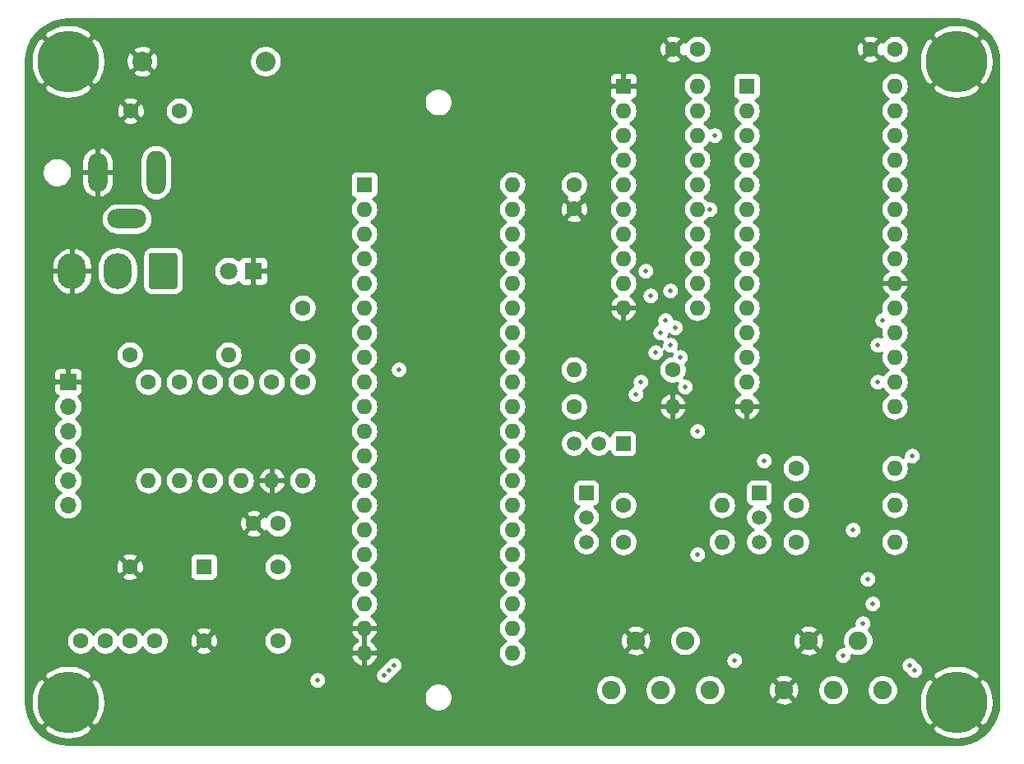
<source format=gbr>
%TF.GenerationSoftware,KiCad,Pcbnew,(5.1.4-0-10_14)*%
%TF.CreationDate,2020-04-13T14:17:21-07:00*%
%TF.ProjectId,8051dumper,38303531-6475-46d7-9065-722e6b696361,1*%
%TF.SameCoordinates,PX60e4b00PYc1c9600*%
%TF.FileFunction,Copper,L2,Inr*%
%TF.FilePolarity,Positive*%
%FSLAX46Y46*%
G04 Gerber Fmt 4.6, Leading zero omitted, Abs format (unit mm)*
G04 Created by KiCad (PCBNEW (5.1.4-0-10_14)) date 2020-04-13 14:17:21*
%MOMM*%
%LPD*%
G04 APERTURE LIST*
%TA.AperFunction,ViaPad*%
%ADD10O,1.600000X1.600000*%
%TD*%
%TA.AperFunction,ViaPad*%
%ADD11C,1.600000*%
%TD*%
%TA.AperFunction,ViaPad*%
%ADD12C,1.800000*%
%TD*%
%TA.AperFunction,ViaPad*%
%ADD13R,1.800000X1.800000*%
%TD*%
%TA.AperFunction,ViaPad*%
%ADD14R,1.600000X1.600000*%
%TD*%
%TA.AperFunction,ViaPad*%
%ADD15O,2.921000X3.708400*%
%TD*%
%TA.AperFunction,Conductor*%
%ADD16C,0.152400*%
%TD*%
%TA.AperFunction,ViaPad*%
%ADD17C,2.921000*%
%TD*%
%TA.AperFunction,ViaPad*%
%ADD18R,1.700000X1.700000*%
%TD*%
%TA.AperFunction,ViaPad*%
%ADD19O,1.700000X1.700000*%
%TD*%
%TA.AperFunction,ViaPad*%
%ADD20O,4.000000X2.000000*%
%TD*%
%TA.AperFunction,ViaPad*%
%ADD21O,2.000000X4.000000*%
%TD*%
%TA.AperFunction,ViaPad*%
%ADD22O,2.000000X4.500000*%
%TD*%
%TA.AperFunction,ViaPad*%
%ADD23C,6.350000*%
%TD*%
%TA.AperFunction,ViaPad*%
%ADD24O,1.600200X1.600200*%
%TD*%
%TA.AperFunction,ViaPad*%
%ADD25R,1.600200X1.600200*%
%TD*%
%TA.AperFunction,ViaPad*%
%ADD26C,2.032000*%
%TD*%
%TA.AperFunction,ViaPad*%
%ADD27C,1.905000*%
%TD*%
%TA.AperFunction,ViaPad*%
%ADD28R,1.500000X1.500000*%
%TD*%
%TA.AperFunction,ViaPad*%
%ADD29C,1.500000*%
%TD*%
%TA.AperFunction,ViaPad*%
%ADD30C,0.508000*%
%TD*%
%TA.AperFunction,Conductor*%
%ADD31C,0.254000*%
%TD*%
G04 APERTURE END LIST*
D10*
%TO.N,Net-(D1-Pad2)*%
%TO.C,R14*%
X21590000Y40894000D03*
D11*
%TO.N,+5V*%
X11430000Y40894000D03*
%TD*%
D12*
%TO.N,Net-(D1-Pad2)*%
%TO.C,D1*%
X21590000Y49530000D03*
D13*
%TO.N,GND*%
X24130000Y49530000D03*
%TD*%
D10*
%TO.N,~S4*%
%TO.C,R13*%
X13335000Y27940000D03*
D11*
%TO.N,+5V*%
X13335000Y38100000D03*
%TD*%
D10*
%TO.N,~S3*%
%TO.C,R12*%
X16510000Y27940000D03*
D11*
%TO.N,+5V*%
X16510000Y38100000D03*
%TD*%
D10*
%TO.N,~S2*%
%TO.C,R11*%
X19685000Y27940000D03*
D11*
%TO.N,+5V*%
X19685000Y38100000D03*
%TD*%
D10*
%TO.N,~S1*%
%TO.C,R10*%
X22860000Y27940000D03*
D11*
%TO.N,+5V*%
X22860000Y38100000D03*
%TD*%
%TO.N,GND*%
%TO.C,S4*%
X11430000Y19050000D03*
%TO.N,~S4*%
X6350000Y11430000D03*
%TO.N,~S3*%
X8890000Y11430000D03*
%TO.N,~S2*%
X11430000Y11430000D03*
%TO.N,~S1*%
X13970000Y11430000D03*
%TD*%
D10*
%TO.N,+5V*%
%TO.C,U2*%
X69850000Y68580000D03*
%TO.N,GND*%
X62230000Y45720000D03*
%TO.N,/A4*%
X69850000Y66040000D03*
%TO.N,/A3*%
X62230000Y48260000D03*
%TO.N,/AD4*%
X69850000Y63500000D03*
%TO.N,/AD3*%
X62230000Y50800000D03*
%TO.N,/AD5*%
X69850000Y60960000D03*
%TO.N,/AD2*%
X62230000Y53340000D03*
%TO.N,/A5*%
X69850000Y58420000D03*
%TO.N,/A2*%
X62230000Y55880000D03*
%TO.N,/A6*%
X69850000Y55880000D03*
%TO.N,/A1*%
X62230000Y58420000D03*
%TO.N,/AD6*%
X69850000Y53340000D03*
%TO.N,/AD1*%
X62230000Y60960000D03*
%TO.N,/AD7*%
X69850000Y50800000D03*
%TO.N,/AD0*%
X62230000Y63500000D03*
%TO.N,/A7*%
X69850000Y48260000D03*
%TO.N,/A0*%
X62230000Y66040000D03*
%TO.N,ALE*%
X69850000Y45720000D03*
D14*
%TO.N,GND*%
X62230000Y68580000D03*
%TD*%
D15*
%TO.N,GND*%
%TO.C,S1*%
X5461000Y49530000D03*
%TO.N,+5V*%
X10160000Y49530000D03*
D16*
%TO.N,Net-(C6-Pad1)*%
G36*
X16090283Y51382976D02*
G01*
X16114952Y51379317D01*
X16139143Y51373257D01*
X16162624Y51364856D01*
X16185168Y51354193D01*
X16206559Y51341372D01*
X16226590Y51326516D01*
X16245068Y51309768D01*
X16261816Y51291290D01*
X16276672Y51271259D01*
X16289493Y51249868D01*
X16300156Y51227324D01*
X16308557Y51203843D01*
X16314617Y51179652D01*
X16318276Y51154983D01*
X16319500Y51130074D01*
X16319500Y47929926D01*
X16318276Y47905017D01*
X16314617Y47880348D01*
X16308557Y47856157D01*
X16300156Y47832676D01*
X16289493Y47810132D01*
X16276672Y47788741D01*
X16261816Y47768710D01*
X16245068Y47750232D01*
X16226590Y47733484D01*
X16206559Y47718628D01*
X16185168Y47705807D01*
X16162624Y47695144D01*
X16139143Y47686743D01*
X16114952Y47680683D01*
X16090283Y47677024D01*
X16065374Y47675800D01*
X13652626Y47675800D01*
X13627717Y47677024D01*
X13603048Y47680683D01*
X13578857Y47686743D01*
X13555376Y47695144D01*
X13532832Y47705807D01*
X13511441Y47718628D01*
X13491410Y47733484D01*
X13472932Y47750232D01*
X13456184Y47768710D01*
X13441328Y47788741D01*
X13428507Y47810132D01*
X13417844Y47832676D01*
X13409443Y47856157D01*
X13403383Y47880348D01*
X13399724Y47905017D01*
X13398500Y47929926D01*
X13398500Y51130074D01*
X13399724Y51154983D01*
X13403383Y51179652D01*
X13409443Y51203843D01*
X13417844Y51227324D01*
X13428507Y51249868D01*
X13441328Y51271259D01*
X13456184Y51291290D01*
X13472932Y51309768D01*
X13491410Y51326516D01*
X13511441Y51341372D01*
X13532832Y51354193D01*
X13555376Y51364856D01*
X13578857Y51373257D01*
X13603048Y51379317D01*
X13627717Y51382976D01*
X13652626Y51384200D01*
X16065374Y51384200D01*
X16090283Y51382976D01*
X16090283Y51382976D01*
G37*
D17*
X14859000Y49530000D03*
%TD*%
D11*
%TO.N,GND*%
%TO.C,C1*%
X57150000Y55920000D03*
%TO.N,+5V*%
X57150000Y58420000D03*
%TD*%
%TO.N,GND*%
%TO.C,C4*%
X24170000Y23495000D03*
%TO.N,+5V*%
X26670000Y23495000D03*
%TD*%
%TO.N,GND*%
%TO.C,C3*%
X87670000Y72390000D03*
%TO.N,+5V*%
X90170000Y72390000D03*
%TD*%
%TO.N,GND*%
%TO.C,C2*%
X67350000Y72390000D03*
%TO.N,+5V*%
X69850000Y72390000D03*
%TD*%
%TO.N,GND*%
%TO.C,C6*%
X11510000Y66040000D03*
%TO.N,Net-(C6-Pad1)*%
X16510000Y66040000D03*
%TD*%
%TO.N,RST*%
%TO.C,C5*%
X29210000Y40720000D03*
%TO.N,+5V*%
X29210000Y45720000D03*
%TD*%
D10*
%TO.N,Net-(R9-Pad2)*%
%TO.C,R9*%
X29210000Y27940000D03*
D11*
%TO.N,RST*%
X29210000Y38100000D03*
%TD*%
D10*
%TO.N,GND*%
%TO.C,R8*%
X26035000Y27940000D03*
D11*
%TO.N,RST*%
X26035000Y38100000D03*
%TD*%
D10*
%TO.N,Net-(R7-Pad2)*%
%TO.C,R7*%
X90170000Y21590000D03*
D11*
%TO.N,Net-(Q3-Pad3)*%
X80010000Y21590000D03*
%TD*%
D10*
%TO.N,Net-(R6-Pad2)*%
%TO.C,R6*%
X72390000Y21590000D03*
D11*
%TO.N,Net-(Q2-Pad3)*%
X62230000Y21590000D03*
%TD*%
D10*
%TO.N,~GRNBTN*%
%TO.C,R5*%
X90170000Y29210000D03*
D11*
%TO.N,+5V*%
X80010000Y29210000D03*
%TD*%
D10*
%TO.N,~GRNLED*%
%TO.C,R4*%
X90170000Y25400000D03*
D11*
%TO.N,Net-(Q3-Pad2)*%
X80010000Y25400000D03*
%TD*%
D10*
%TO.N,~REDLED*%
%TO.C,R3*%
X72390000Y25400000D03*
D11*
%TO.N,Net-(Q2-Pad2)*%
X62230000Y25400000D03*
%TD*%
D10*
%TO.N,GND*%
%TO.C,R2*%
X67310000Y35560000D03*
D11*
%TO.N,/~EA*%
X57150000Y35560000D03*
%TD*%
D10*
%TO.N,EA*%
%TO.C,R1*%
X57150000Y39370000D03*
D11*
%TO.N,Net-(Q1-Pad2)*%
X67310000Y39370000D03*
%TD*%
D18*
%TO.N,GND*%
%TO.C,J1*%
X5080000Y38100000D03*
D19*
%TO.N,Net-(J1-Pad2)*%
X5080000Y35560000D03*
%TO.N,N/C*%
X5080000Y33020000D03*
%TO.N,/RXD*%
X5080000Y30480000D03*
%TO.N,/TXD*%
X5080000Y27940000D03*
%TO.N,Net-(J1-Pad2)*%
X5080000Y25400000D03*
%TD*%
D10*
%TO.N,+5V*%
%TO.C,U3*%
X90170000Y68580000D03*
%TO.N,GND*%
X74930000Y35560000D03*
%TO.N,+5V*%
X90170000Y66040000D03*
%TO.N,/AD2*%
X74930000Y38100000D03*
%TO.N,/A13*%
X90170000Y63500000D03*
%TO.N,/AD1*%
X74930000Y40640000D03*
%TO.N,/A8*%
X90170000Y60960000D03*
%TO.N,/AD0*%
X74930000Y43180000D03*
%TO.N,/A9*%
X90170000Y58420000D03*
%TO.N,/A0*%
X74930000Y45720000D03*
%TO.N,/A11*%
X90170000Y55880000D03*
%TO.N,/A1*%
X74930000Y48260000D03*
%TO.N,~PSEN*%
X90170000Y53340000D03*
%TO.N,/A2*%
X74930000Y50800000D03*
%TO.N,/A10*%
X90170000Y50800000D03*
%TO.N,/A3*%
X74930000Y53340000D03*
%TO.N,GND*%
X90170000Y48260000D03*
%TO.N,/A4*%
X74930000Y55880000D03*
%TO.N,/AD7*%
X90170000Y45720000D03*
%TO.N,/A5*%
X74930000Y58420000D03*
%TO.N,/AD6*%
X90170000Y43180000D03*
%TO.N,/A6*%
X74930000Y60960000D03*
%TO.N,/AD5*%
X90170000Y40640000D03*
%TO.N,/A7*%
X74930000Y63500000D03*
%TO.N,/AD4*%
X90170000Y38100000D03*
%TO.N,/A12*%
X74930000Y66040000D03*
%TO.N,/AD3*%
X90170000Y35560000D03*
D14*
%TO.N,/A14*%
X74930000Y68580000D03*
%TD*%
D20*
%TO.N,N/C*%
%TO.C,J2*%
X11120000Y54890000D03*
D21*
%TO.N,GND*%
X8120000Y59690000D03*
D22*
%TO.N,Net-(C6-Pad1)*%
X14120000Y59690000D03*
%TD*%
D23*
%TO.N,GND*%
%TO.C,REF\002A\002A*%
X96520000Y71120000D03*
%TD*%
%TO.N,GND*%
%TO.C,REF\002A\002A*%
X96520000Y5080000D03*
%TD*%
%TO.N,GND*%
%TO.C,REF\002A\002A*%
X5080000Y71120000D03*
%TD*%
%TO.N,GND*%
%TO.C,REF\002A\002A*%
X5080000Y5080000D03*
%TD*%
D24*
%TO.N,+5V*%
%TO.C,U1*%
X50800000Y58420000D03*
%TO.N,GND*%
X35560000Y10160000D03*
%TO.N,/AD0*%
X50800000Y55880000D03*
%TO.N,GND*%
X35560000Y12700000D03*
%TO.N,/AD1*%
X50800000Y53340000D03*
%TO.N,/CLK*%
X35560000Y15240000D03*
%TO.N,/AD2*%
X50800000Y50800000D03*
%TO.N,N/C*%
X35560000Y17780000D03*
%TO.N,/AD3*%
X50800000Y48260000D03*
%TO.N,N/C*%
X35560000Y20320000D03*
%TO.N,/AD4*%
X50800000Y45720000D03*
%TO.N,N/C*%
X35560000Y22860000D03*
%TO.N,/AD5*%
X50800000Y43180000D03*
%TO.N,N/C*%
X35560000Y25400000D03*
%TO.N,/AD6*%
X50800000Y40640000D03*
%TO.N,N/C*%
X35560000Y27940000D03*
%TO.N,/AD7*%
X50800000Y38100000D03*
%TO.N,N/C*%
X35560000Y30480000D03*
%TO.N,/~EA*%
X50800000Y35560000D03*
%TO.N,/TXD*%
X35560000Y33020000D03*
%TO.N,ALE*%
X50800000Y33020000D03*
%TO.N,/RXD*%
X35560000Y35560000D03*
%TO.N,~PSEN*%
X50800000Y30480000D03*
%TO.N,RST*%
X35560000Y38100000D03*
%TO.N,N/C*%
X50800000Y27940000D03*
%TO.N,~S1*%
X35560000Y40640000D03*
%TO.N,/A14*%
X50800000Y25400000D03*
%TO.N,~S2*%
X35560000Y43180000D03*
%TO.N,/A13*%
X50800000Y22860000D03*
%TO.N,~S3*%
X35560000Y45720000D03*
%TO.N,/A12*%
X50800000Y20320000D03*
%TO.N,~S4*%
X35560000Y48260000D03*
%TO.N,/A11*%
X50800000Y17780000D03*
%TO.N,~GRNBTN*%
X35560000Y50800000D03*
%TO.N,/A10*%
X50800000Y15240000D03*
%TO.N,~GRNLED*%
X35560000Y53340000D03*
%TO.N,/A9*%
X50800000Y12700000D03*
%TO.N,~REDLED*%
X35560000Y55880000D03*
%TO.N,/A8*%
X50800000Y10160000D03*
D25*
%TO.N,EA*%
X35560000Y58420000D03*
%TD*%
D11*
%TO.N,GND*%
%TO.C,X1*%
X19050000Y11430000D03*
%TO.N,/CLK*%
X26670000Y11430000D03*
%TO.N,+5V*%
X26670000Y19050000D03*
D14*
X19050000Y19050000D03*
%TD*%
D26*
%TO.N,GND*%
%TO.C,TP2*%
X12700000Y71120000D03*
%TD*%
%TO.N,Net-(C6-Pad1)*%
%TO.C,TP1*%
X25400000Y71120000D03*
%TD*%
D27*
%TO.N,GND*%
%TO.C,S3*%
X81280000Y11430000D03*
%TO.N,Net-(R7-Pad2)*%
X86360000Y11430000D03*
%TO.N,N/C*%
X88900000Y6350000D03*
%TO.N,~GRNBTN*%
X83820000Y6350000D03*
%TO.N,GND*%
X78740000Y6350000D03*
%TD*%
%TO.N,GND*%
%TO.C,S2*%
X63500000Y11430000D03*
%TO.N,Net-(R6-Pad2)*%
X68580000Y11430000D03*
%TO.N,N/C*%
X71120000Y6350000D03*
%TO.N,Net-(R9-Pad2)*%
X66040000Y6350000D03*
%TO.N,+5V*%
X60960000Y6350000D03*
%TD*%
D28*
%TO.N,+5V*%
%TO.C,Q3*%
X76200000Y26670000D03*
D29*
%TO.N,Net-(Q3-Pad3)*%
X76200000Y21590000D03*
%TO.N,Net-(Q3-Pad2)*%
X76200000Y24130000D03*
%TD*%
D28*
%TO.N,+5V*%
%TO.C,Q2*%
X58420000Y26670000D03*
D29*
%TO.N,Net-(Q2-Pad3)*%
X58420000Y21590000D03*
%TO.N,Net-(Q2-Pad2)*%
X58420000Y24130000D03*
%TD*%
D28*
%TO.N,+5V*%
%TO.C,Q1*%
X62230000Y31750000D03*
D29*
%TO.N,/~EA*%
X57150000Y31750000D03*
%TO.N,Net-(Q1-Pad2)*%
X59690000Y31750000D03*
%TD*%
D30*
%TO.N,EA*%
X39116000Y39370000D03*
%TO.N,~REDLED*%
X38608000Y8890000D03*
X73660000Y9398000D03*
%TO.N,~GRNLED*%
X38100000Y8382000D03*
X91694000Y8890000D03*
%TO.N,~GRNBTN*%
X37592000Y7874000D03*
X92202000Y8382000D03*
%TO.N,/AD0*%
X66040000Y43180000D03*
%TO.N,/AD1*%
X65532000Y41148000D03*
%TO.N,/AD2*%
X64008000Y38100000D03*
%TO.N,/AD3*%
X63500000Y36830000D03*
%TO.N,/AD4*%
X67056000Y47498000D03*
X67056000Y41910000D03*
X88392000Y41910000D03*
X88392000Y38100000D03*
%TO.N,/AD5*%
X67564000Y43688000D03*
X88900000Y44450000D03*
%TO.N,/AD6*%
X68072000Y40640000D03*
%TO.N,/AD7*%
X68580000Y37592000D03*
%TO.N,ALE*%
X69850000Y33020000D03*
%TO.N,~PSEN*%
X91948000Y30480000D03*
%TO.N,/A14*%
X76708000Y29972000D03*
%TO.N,/A13*%
X85852000Y22860000D03*
%TO.N,/A12*%
X69850000Y20320000D03*
%TO.N,/A11*%
X87376000Y17780000D03*
%TO.N,/A10*%
X87884000Y15240000D03*
%TO.N,/A9*%
X86868000Y13208000D03*
%TO.N,/A8*%
X84836000Y9906000D03*
%TO.N,/A7*%
X71628000Y63500000D03*
%TO.N,/A2*%
X64516000Y49530000D03*
%TO.N,/A1*%
X65024000Y46990000D03*
%TO.N,/A4*%
X71120000Y55880000D03*
%TO.N,/A0*%
X66548000Y44450000D03*
%TO.N,Net-(R9-Pad2)*%
X30734000Y7366000D03*
%TD*%
D31*
%TO.N,GND*%
G36*
X97293358Y75418158D02*
G01*
X98042277Y75213277D01*
X98743072Y74879014D01*
X99373605Y74425931D01*
X99913934Y73868355D01*
X100346989Y73223901D01*
X100659073Y72512956D01*
X100841640Y71752507D01*
X100890001Y71093956D01*
X100890000Y5111618D01*
X100818158Y4306641D01*
X100613277Y3557723D01*
X100279013Y2856925D01*
X99825931Y2226395D01*
X99268354Y1686065D01*
X98623901Y1253011D01*
X97912956Y940927D01*
X97152506Y758360D01*
X96493968Y710000D01*
X5111618Y710000D01*
X4306641Y781842D01*
X3557723Y986723D01*
X2856925Y1320987D01*
X2226395Y1774069D01*
X1686065Y2331646D01*
X1642221Y2396893D01*
X2576498Y2396893D01*
X2933686Y1909787D01*
X3593405Y1551976D01*
X4310253Y1329745D01*
X5056682Y1251635D01*
X5804007Y1320647D01*
X6523508Y1534129D01*
X7187537Y1883877D01*
X7226314Y1909787D01*
X7583502Y2396893D01*
X94016498Y2396893D01*
X94373686Y1909787D01*
X95033405Y1551976D01*
X95750253Y1329745D01*
X96496682Y1251635D01*
X97244007Y1320647D01*
X97963508Y1534129D01*
X98627537Y1883877D01*
X98666314Y1909787D01*
X99023502Y2396893D01*
X96520000Y4900395D01*
X94016498Y2396893D01*
X7583502Y2396893D01*
X5080000Y4900395D01*
X2576498Y2396893D01*
X1642221Y2396893D01*
X1253011Y2976099D01*
X940927Y3687044D01*
X758360Y4447494D01*
X710200Y5103318D01*
X1251635Y5103318D01*
X1320647Y4355993D01*
X1534129Y3636492D01*
X1883877Y2972463D01*
X1909787Y2933686D01*
X2396893Y2576498D01*
X4900395Y5080000D01*
X5259605Y5080000D01*
X7763107Y2576498D01*
X8250213Y2933686D01*
X8608024Y3593405D01*
X8830255Y4310253D01*
X8908365Y5056682D01*
X8846017Y5731847D01*
X41719500Y5731847D01*
X41719500Y5444153D01*
X41775626Y5161988D01*
X41885721Y4896194D01*
X42045555Y4656985D01*
X42248985Y4453555D01*
X42488194Y4293721D01*
X42753988Y4183626D01*
X43036153Y4127500D01*
X43323847Y4127500D01*
X43606012Y4183626D01*
X43871806Y4293721D01*
X44111015Y4453555D01*
X44314445Y4656985D01*
X44474279Y4896194D01*
X44584374Y5161988D01*
X44640500Y5444153D01*
X44640500Y5731847D01*
X44584374Y6014012D01*
X44474279Y6279806D01*
X44322905Y6506355D01*
X59372500Y6506355D01*
X59372500Y6193645D01*
X59433507Y5886943D01*
X59553176Y5598037D01*
X59726908Y5338028D01*
X59948028Y5116908D01*
X60208037Y4943176D01*
X60496943Y4823507D01*
X60803645Y4762500D01*
X61116355Y4762500D01*
X61423057Y4823507D01*
X61711963Y4943176D01*
X61971972Y5116908D01*
X62193092Y5338028D01*
X62366824Y5598037D01*
X62486493Y5886943D01*
X62547500Y6193645D01*
X62547500Y6506355D01*
X64452500Y6506355D01*
X64452500Y6193645D01*
X64513507Y5886943D01*
X64633176Y5598037D01*
X64806908Y5338028D01*
X65028028Y5116908D01*
X65288037Y4943176D01*
X65576943Y4823507D01*
X65883645Y4762500D01*
X66196355Y4762500D01*
X66503057Y4823507D01*
X66791963Y4943176D01*
X67051972Y5116908D01*
X67273092Y5338028D01*
X67446824Y5598037D01*
X67566493Y5886943D01*
X67627500Y6193645D01*
X67627500Y6506355D01*
X69532500Y6506355D01*
X69532500Y6193645D01*
X69593507Y5886943D01*
X69713176Y5598037D01*
X69886908Y5338028D01*
X70108028Y5116908D01*
X70368037Y4943176D01*
X70656943Y4823507D01*
X70963645Y4762500D01*
X71276355Y4762500D01*
X71583057Y4823507D01*
X71871963Y4943176D01*
X72131972Y5116908D01*
X72263529Y5248465D01*
X77818070Y5248465D01*
X77908098Y4988919D01*
X78189616Y4852776D01*
X78492286Y4774171D01*
X78804474Y4756123D01*
X79114185Y4799328D01*
X79409516Y4902123D01*
X79571902Y4988919D01*
X79661930Y5248465D01*
X78740000Y6170395D01*
X77818070Y5248465D01*
X72263529Y5248465D01*
X72353092Y5338028D01*
X72526824Y5598037D01*
X72646493Y5886943D01*
X72707500Y6193645D01*
X72707500Y6285526D01*
X77146123Y6285526D01*
X77189328Y5975815D01*
X77292123Y5680484D01*
X77378919Y5518098D01*
X77638465Y5428070D01*
X78560395Y6350000D01*
X78919605Y6350000D01*
X79841535Y5428070D01*
X80101081Y5518098D01*
X80237224Y5799616D01*
X80315829Y6102286D01*
X80333877Y6414474D01*
X80321060Y6506355D01*
X82232500Y6506355D01*
X82232500Y6193645D01*
X82293507Y5886943D01*
X82413176Y5598037D01*
X82586908Y5338028D01*
X82808028Y5116908D01*
X83068037Y4943176D01*
X83356943Y4823507D01*
X83663645Y4762500D01*
X83976355Y4762500D01*
X84283057Y4823507D01*
X84571963Y4943176D01*
X84831972Y5116908D01*
X85053092Y5338028D01*
X85226824Y5598037D01*
X85346493Y5886943D01*
X85407500Y6193645D01*
X85407500Y6506355D01*
X87312500Y6506355D01*
X87312500Y6193645D01*
X87373507Y5886943D01*
X87493176Y5598037D01*
X87666908Y5338028D01*
X87888028Y5116908D01*
X88148037Y4943176D01*
X88436943Y4823507D01*
X88743645Y4762500D01*
X89056355Y4762500D01*
X89363057Y4823507D01*
X89651963Y4943176D01*
X89891633Y5103318D01*
X92691635Y5103318D01*
X92760647Y4355993D01*
X92974129Y3636492D01*
X93323877Y2972463D01*
X93349787Y2933686D01*
X93836893Y2576498D01*
X96340395Y5080000D01*
X96699605Y5080000D01*
X99203107Y2576498D01*
X99690213Y2933686D01*
X100048024Y3593405D01*
X100270255Y4310253D01*
X100348365Y5056682D01*
X100279353Y5804007D01*
X100065871Y6523508D01*
X99716123Y7187537D01*
X99690213Y7226314D01*
X99203107Y7583502D01*
X96699605Y5080000D01*
X96340395Y5080000D01*
X93836893Y7583502D01*
X93349787Y7226314D01*
X92991976Y6566595D01*
X92769745Y5849747D01*
X92691635Y5103318D01*
X89891633Y5103318D01*
X89911972Y5116908D01*
X90133092Y5338028D01*
X90306824Y5598037D01*
X90426493Y5886943D01*
X90487500Y6193645D01*
X90487500Y6506355D01*
X90426493Y6813057D01*
X90306824Y7101963D01*
X90133092Y7361972D01*
X89911972Y7583092D01*
X89651963Y7756824D01*
X89363057Y7876493D01*
X89056355Y7937500D01*
X88743645Y7937500D01*
X88436943Y7876493D01*
X88148037Y7756824D01*
X87888028Y7583092D01*
X87666908Y7361972D01*
X87493176Y7101963D01*
X87373507Y6813057D01*
X87312500Y6506355D01*
X85407500Y6506355D01*
X85346493Y6813057D01*
X85226824Y7101963D01*
X85053092Y7361972D01*
X84831972Y7583092D01*
X84571963Y7756824D01*
X84283057Y7876493D01*
X83976355Y7937500D01*
X83663645Y7937500D01*
X83356943Y7876493D01*
X83068037Y7756824D01*
X82808028Y7583092D01*
X82586908Y7361972D01*
X82413176Y7101963D01*
X82293507Y6813057D01*
X82232500Y6506355D01*
X80321060Y6506355D01*
X80290672Y6724185D01*
X80187877Y7019516D01*
X80101081Y7181902D01*
X79841535Y7271930D01*
X78919605Y6350000D01*
X78560395Y6350000D01*
X77638465Y7271930D01*
X77378919Y7181902D01*
X77242776Y6900384D01*
X77164171Y6597714D01*
X77146123Y6285526D01*
X72707500Y6285526D01*
X72707500Y6506355D01*
X72646493Y6813057D01*
X72526824Y7101963D01*
X72353092Y7361972D01*
X72263529Y7451535D01*
X77818070Y7451535D01*
X78740000Y6529605D01*
X79661930Y7451535D01*
X79571902Y7711081D01*
X79290384Y7847224D01*
X78987714Y7925829D01*
X78675526Y7943877D01*
X78365815Y7900672D01*
X78070484Y7797877D01*
X77908098Y7711081D01*
X77818070Y7451535D01*
X72263529Y7451535D01*
X72131972Y7583092D01*
X71871963Y7756824D01*
X71583057Y7876493D01*
X71276355Y7937500D01*
X70963645Y7937500D01*
X70656943Y7876493D01*
X70368037Y7756824D01*
X70108028Y7583092D01*
X69886908Y7361972D01*
X69713176Y7101963D01*
X69593507Y6813057D01*
X69532500Y6506355D01*
X67627500Y6506355D01*
X67566493Y6813057D01*
X67446824Y7101963D01*
X67273092Y7361972D01*
X67051972Y7583092D01*
X66791963Y7756824D01*
X66503057Y7876493D01*
X66196355Y7937500D01*
X65883645Y7937500D01*
X65576943Y7876493D01*
X65288037Y7756824D01*
X65028028Y7583092D01*
X64806908Y7361972D01*
X64633176Y7101963D01*
X64513507Y6813057D01*
X64452500Y6506355D01*
X62547500Y6506355D01*
X62486493Y6813057D01*
X62366824Y7101963D01*
X62193092Y7361972D01*
X61971972Y7583092D01*
X61711963Y7756824D01*
X61423057Y7876493D01*
X61116355Y7937500D01*
X60803645Y7937500D01*
X60496943Y7876493D01*
X60208037Y7756824D01*
X59948028Y7583092D01*
X59726908Y7361972D01*
X59553176Y7101963D01*
X59433507Y6813057D01*
X59372500Y6506355D01*
X44322905Y6506355D01*
X44314445Y6519015D01*
X44111015Y6722445D01*
X43871806Y6882279D01*
X43606012Y6992374D01*
X43323847Y7048500D01*
X43036153Y7048500D01*
X42753988Y6992374D01*
X42488194Y6882279D01*
X42248985Y6722445D01*
X42045555Y6519015D01*
X41885721Y6279806D01*
X41775626Y6014012D01*
X41719500Y5731847D01*
X8846017Y5731847D01*
X8839353Y5804007D01*
X8625871Y6523508D01*
X8276123Y7187537D01*
X8250213Y7226314D01*
X7940314Y7453559D01*
X29845000Y7453559D01*
X29845000Y7278441D01*
X29879164Y7106688D01*
X29946179Y6944901D01*
X30043469Y6799296D01*
X30167296Y6675469D01*
X30312901Y6578179D01*
X30474688Y6511164D01*
X30646441Y6477000D01*
X30821559Y6477000D01*
X30993312Y6511164D01*
X31155099Y6578179D01*
X31300704Y6675469D01*
X31424531Y6799296D01*
X31521821Y6944901D01*
X31588836Y7106688D01*
X31623000Y7278441D01*
X31623000Y7453559D01*
X31588836Y7625312D01*
X31521821Y7787099D01*
X31424531Y7932704D01*
X31395676Y7961559D01*
X36703000Y7961559D01*
X36703000Y7786441D01*
X36737164Y7614688D01*
X36804179Y7452901D01*
X36901469Y7307296D01*
X37025296Y7183469D01*
X37170901Y7086179D01*
X37332688Y7019164D01*
X37504441Y6985000D01*
X37679559Y6985000D01*
X37851312Y7019164D01*
X38013099Y7086179D01*
X38158704Y7183469D01*
X38282531Y7307296D01*
X38379821Y7452901D01*
X38421201Y7552799D01*
X38521099Y7594179D01*
X38666704Y7691469D01*
X38790531Y7815296D01*
X38887821Y7960901D01*
X38929201Y8060799D01*
X39029099Y8102179D01*
X39174704Y8199469D01*
X39298531Y8323296D01*
X39395821Y8468901D01*
X39462836Y8630688D01*
X39497000Y8802441D01*
X39497000Y8977559D01*
X39462836Y9149312D01*
X39395821Y9311099D01*
X39298531Y9456704D01*
X39174704Y9580531D01*
X39029099Y9677821D01*
X38867312Y9744836D01*
X38695559Y9779000D01*
X38520441Y9779000D01*
X38348688Y9744836D01*
X38186901Y9677821D01*
X38041296Y9580531D01*
X37917469Y9456704D01*
X37820179Y9311099D01*
X37778799Y9211201D01*
X37678901Y9169821D01*
X37533296Y9072531D01*
X37409469Y8948704D01*
X37312179Y8803099D01*
X37270799Y8703201D01*
X37170901Y8661821D01*
X37025296Y8564531D01*
X36901469Y8440704D01*
X36804179Y8295099D01*
X36737164Y8133312D01*
X36703000Y7961559D01*
X31395676Y7961559D01*
X31300704Y8056531D01*
X31155099Y8153821D01*
X30993312Y8220836D01*
X30821559Y8255000D01*
X30646441Y8255000D01*
X30474688Y8220836D01*
X30312901Y8153821D01*
X30167296Y8056531D01*
X30043469Y7932704D01*
X29946179Y7787099D01*
X29879164Y7625312D01*
X29845000Y7453559D01*
X7940314Y7453559D01*
X7763107Y7583502D01*
X5259605Y5080000D01*
X4900395Y5080000D01*
X2396893Y7583502D01*
X1909787Y7226314D01*
X1551976Y6566595D01*
X1329745Y5849747D01*
X1251635Y5103318D01*
X710200Y5103318D01*
X710000Y5106032D01*
X710000Y7763107D01*
X2576498Y7763107D01*
X5080000Y5259605D01*
X7583502Y7763107D01*
X7226314Y8250213D01*
X6566595Y8608024D01*
X5849747Y8830255D01*
X5103318Y8908365D01*
X4355993Y8839353D01*
X3636492Y8625871D01*
X2972463Y8276123D01*
X2933686Y8250213D01*
X2576498Y7763107D01*
X710000Y7763107D01*
X710000Y9810945D01*
X34167997Y9810945D01*
X34208663Y9676871D01*
X34328882Y9422521D01*
X34496413Y9196512D01*
X34704817Y9007530D01*
X34946085Y8862836D01*
X35210945Y8767992D01*
X35433000Y8889276D01*
X35433000Y10033000D01*
X35687000Y10033000D01*
X35687000Y8889276D01*
X35909055Y8767992D01*
X36173915Y8862836D01*
X36415183Y9007530D01*
X36623587Y9196512D01*
X36791118Y9422521D01*
X36911337Y9676871D01*
X36952003Y9810945D01*
X36830016Y10033000D01*
X35687000Y10033000D01*
X35433000Y10033000D01*
X34289984Y10033000D01*
X34167997Y9810945D01*
X710000Y9810945D01*
X710000Y11571335D01*
X4915000Y11571335D01*
X4915000Y11288665D01*
X4970147Y11011426D01*
X5078320Y10750273D01*
X5235363Y10515241D01*
X5435241Y10315363D01*
X5670273Y10158320D01*
X5931426Y10050147D01*
X6208665Y9995000D01*
X6491335Y9995000D01*
X6768574Y10050147D01*
X7029727Y10158320D01*
X7264759Y10315363D01*
X7464637Y10515241D01*
X7620000Y10747759D01*
X7775363Y10515241D01*
X7975241Y10315363D01*
X8210273Y10158320D01*
X8471426Y10050147D01*
X8748665Y9995000D01*
X9031335Y9995000D01*
X9308574Y10050147D01*
X9569727Y10158320D01*
X9804759Y10315363D01*
X10004637Y10515241D01*
X10160000Y10747759D01*
X10315363Y10515241D01*
X10515241Y10315363D01*
X10750273Y10158320D01*
X11011426Y10050147D01*
X11288665Y9995000D01*
X11571335Y9995000D01*
X11848574Y10050147D01*
X12109727Y10158320D01*
X12344759Y10315363D01*
X12544637Y10515241D01*
X12700000Y10747759D01*
X12855363Y10515241D01*
X13055241Y10315363D01*
X13290273Y10158320D01*
X13551426Y10050147D01*
X13828665Y9995000D01*
X14111335Y9995000D01*
X14388574Y10050147D01*
X14649727Y10158320D01*
X14884759Y10315363D01*
X15006694Y10437298D01*
X18236903Y10437298D01*
X18308486Y10193329D01*
X18563996Y10072429D01*
X18838184Y10003700D01*
X19120512Y9989783D01*
X19400130Y10031213D01*
X19666292Y10126397D01*
X19791514Y10193329D01*
X19863097Y10437298D01*
X19050000Y11250395D01*
X18236903Y10437298D01*
X15006694Y10437298D01*
X15084637Y10515241D01*
X15241680Y10750273D01*
X15349853Y11011426D01*
X15405000Y11288665D01*
X15405000Y11359488D01*
X17609783Y11359488D01*
X17651213Y11079870D01*
X17746397Y10813708D01*
X17813329Y10688486D01*
X18057298Y10616903D01*
X18870395Y11430000D01*
X19229605Y11430000D01*
X20042702Y10616903D01*
X20286671Y10688486D01*
X20407571Y10943996D01*
X20476300Y11218184D01*
X20490217Y11500512D01*
X20479724Y11571335D01*
X25235000Y11571335D01*
X25235000Y11288665D01*
X25290147Y11011426D01*
X25398320Y10750273D01*
X25555363Y10515241D01*
X25755241Y10315363D01*
X25990273Y10158320D01*
X26251426Y10050147D01*
X26528665Y9995000D01*
X26811335Y9995000D01*
X27088574Y10050147D01*
X27349727Y10158320D01*
X27584759Y10315363D01*
X27784637Y10515241D01*
X27941680Y10750273D01*
X28049853Y11011426D01*
X28105000Y11288665D01*
X28105000Y11571335D01*
X28049853Y11848574D01*
X27941680Y12109727D01*
X27784637Y12344759D01*
X27778451Y12350945D01*
X34167997Y12350945D01*
X34208663Y12216871D01*
X34328882Y11962521D01*
X34496413Y11736512D01*
X34704817Y11547530D01*
X34900791Y11430000D01*
X34704817Y11312470D01*
X34496413Y11123488D01*
X34328882Y10897479D01*
X34208663Y10643129D01*
X34167997Y10509055D01*
X34289984Y10287000D01*
X35433000Y10287000D01*
X35433000Y12573000D01*
X35687000Y12573000D01*
X35687000Y10287000D01*
X36830016Y10287000D01*
X36952003Y10509055D01*
X36911337Y10643129D01*
X36791118Y10897479D01*
X36623587Y11123488D01*
X36415183Y11312470D01*
X36219209Y11430000D01*
X36415183Y11547530D01*
X36623587Y11736512D01*
X36791118Y11962521D01*
X36911337Y12216871D01*
X36952003Y12350945D01*
X36830016Y12573000D01*
X35687000Y12573000D01*
X35433000Y12573000D01*
X34289984Y12573000D01*
X34167997Y12350945D01*
X27778451Y12350945D01*
X27584759Y12544637D01*
X27349727Y12701680D01*
X27088574Y12809853D01*
X26811335Y12865000D01*
X26528665Y12865000D01*
X26251426Y12809853D01*
X25990273Y12701680D01*
X25755241Y12544637D01*
X25555363Y12344759D01*
X25398320Y12109727D01*
X25290147Y11848574D01*
X25235000Y11571335D01*
X20479724Y11571335D01*
X20448787Y11780130D01*
X20353603Y12046292D01*
X20286671Y12171514D01*
X20042702Y12243097D01*
X19229605Y11430000D01*
X18870395Y11430000D01*
X18057298Y12243097D01*
X17813329Y12171514D01*
X17692429Y11916004D01*
X17623700Y11641816D01*
X17609783Y11359488D01*
X15405000Y11359488D01*
X15405000Y11571335D01*
X15349853Y11848574D01*
X15241680Y12109727D01*
X15084637Y12344759D01*
X15006694Y12422702D01*
X18236903Y12422702D01*
X19050000Y11609605D01*
X19863097Y12422702D01*
X19791514Y12666671D01*
X19536004Y12787571D01*
X19261816Y12856300D01*
X18979488Y12870217D01*
X18699870Y12828787D01*
X18433708Y12733603D01*
X18308486Y12666671D01*
X18236903Y12422702D01*
X15006694Y12422702D01*
X14884759Y12544637D01*
X14649727Y12701680D01*
X14388574Y12809853D01*
X14111335Y12865000D01*
X13828665Y12865000D01*
X13551426Y12809853D01*
X13290273Y12701680D01*
X13055241Y12544637D01*
X12855363Y12344759D01*
X12700000Y12112241D01*
X12544637Y12344759D01*
X12344759Y12544637D01*
X12109727Y12701680D01*
X11848574Y12809853D01*
X11571335Y12865000D01*
X11288665Y12865000D01*
X11011426Y12809853D01*
X10750273Y12701680D01*
X10515241Y12544637D01*
X10315363Y12344759D01*
X10160000Y12112241D01*
X10004637Y12344759D01*
X9804759Y12544637D01*
X9569727Y12701680D01*
X9308574Y12809853D01*
X9031335Y12865000D01*
X8748665Y12865000D01*
X8471426Y12809853D01*
X8210273Y12701680D01*
X7975241Y12544637D01*
X7775363Y12344759D01*
X7620000Y12112241D01*
X7464637Y12344759D01*
X7264759Y12544637D01*
X7029727Y12701680D01*
X6768574Y12809853D01*
X6491335Y12865000D01*
X6208665Y12865000D01*
X5931426Y12809853D01*
X5670273Y12701680D01*
X5435241Y12544637D01*
X5235363Y12344759D01*
X5078320Y12109727D01*
X4970147Y11848574D01*
X4915000Y11571335D01*
X710000Y11571335D01*
X710000Y18057298D01*
X10616903Y18057298D01*
X10688486Y17813329D01*
X10943996Y17692429D01*
X11218184Y17623700D01*
X11500512Y17609783D01*
X11780130Y17651213D01*
X12046292Y17746397D01*
X12171514Y17813329D01*
X12243097Y18057298D01*
X11430000Y18870395D01*
X10616903Y18057298D01*
X710000Y18057298D01*
X710000Y18979488D01*
X9989783Y18979488D01*
X10031213Y18699870D01*
X10126397Y18433708D01*
X10193329Y18308486D01*
X10437298Y18236903D01*
X11250395Y19050000D01*
X11609605Y19050000D01*
X12422702Y18236903D01*
X12666671Y18308486D01*
X12787571Y18563996D01*
X12856300Y18838184D01*
X12870217Y19120512D01*
X12828787Y19400130D01*
X12733603Y19666292D01*
X12666671Y19791514D01*
X12467340Y19850000D01*
X17611928Y19850000D01*
X17611928Y18250000D01*
X17624188Y18125518D01*
X17660498Y18005820D01*
X17719463Y17895506D01*
X17798815Y17798815D01*
X17895506Y17719463D01*
X18005820Y17660498D01*
X18125518Y17624188D01*
X18250000Y17611928D01*
X19850000Y17611928D01*
X19974482Y17624188D01*
X20094180Y17660498D01*
X20204494Y17719463D01*
X20301185Y17798815D01*
X20380537Y17895506D01*
X20439502Y18005820D01*
X20475812Y18125518D01*
X20488072Y18250000D01*
X20488072Y19191335D01*
X25235000Y19191335D01*
X25235000Y18908665D01*
X25290147Y18631426D01*
X25398320Y18370273D01*
X25555363Y18135241D01*
X25755241Y17935363D01*
X25990273Y17778320D01*
X26251426Y17670147D01*
X26528665Y17615000D01*
X26811335Y17615000D01*
X27088574Y17670147D01*
X27349727Y17778320D01*
X27584759Y17935363D01*
X27784637Y18135241D01*
X27941680Y18370273D01*
X28049853Y18631426D01*
X28105000Y18908665D01*
X28105000Y19191335D01*
X28049853Y19468574D01*
X27941680Y19729727D01*
X27784637Y19964759D01*
X27584759Y20164637D01*
X27349727Y20321680D01*
X27088574Y20429853D01*
X26811335Y20485000D01*
X26528665Y20485000D01*
X26251426Y20429853D01*
X25990273Y20321680D01*
X25755241Y20164637D01*
X25555363Y19964759D01*
X25398320Y19729727D01*
X25290147Y19468574D01*
X25235000Y19191335D01*
X20488072Y19191335D01*
X20488072Y19850000D01*
X20475812Y19974482D01*
X20439502Y20094180D01*
X20380537Y20204494D01*
X20301185Y20301185D01*
X20204494Y20380537D01*
X20094180Y20439502D01*
X19974482Y20475812D01*
X19850000Y20488072D01*
X18250000Y20488072D01*
X18125518Y20475812D01*
X18005820Y20439502D01*
X17895506Y20380537D01*
X17798815Y20301185D01*
X17719463Y20204494D01*
X17660498Y20094180D01*
X17624188Y19974482D01*
X17611928Y19850000D01*
X12467340Y19850000D01*
X12422702Y19863097D01*
X11609605Y19050000D01*
X11250395Y19050000D01*
X10437298Y19863097D01*
X10193329Y19791514D01*
X10072429Y19536004D01*
X10003700Y19261816D01*
X9989783Y18979488D01*
X710000Y18979488D01*
X710000Y20042702D01*
X10616903Y20042702D01*
X11430000Y19229605D01*
X12243097Y20042702D01*
X12171514Y20286671D01*
X11916004Y20407571D01*
X11641816Y20476300D01*
X11359488Y20490217D01*
X11079870Y20448787D01*
X10813708Y20353603D01*
X10688486Y20286671D01*
X10616903Y20042702D01*
X710000Y20042702D01*
X710000Y22502298D01*
X23356903Y22502298D01*
X23428486Y22258329D01*
X23683996Y22137429D01*
X23958184Y22068700D01*
X24240512Y22054783D01*
X24520130Y22096213D01*
X24786292Y22191397D01*
X24911514Y22258329D01*
X24983097Y22502298D01*
X24170000Y23315395D01*
X23356903Y22502298D01*
X710000Y22502298D01*
X710000Y23424488D01*
X22729783Y23424488D01*
X22771213Y23144870D01*
X22866397Y22878708D01*
X22933329Y22753486D01*
X23177298Y22681903D01*
X23990395Y23495000D01*
X24349605Y23495000D01*
X25162702Y22681903D01*
X25406671Y22753486D01*
X25420324Y22782341D01*
X25555363Y22580241D01*
X25755241Y22380363D01*
X25990273Y22223320D01*
X26251426Y22115147D01*
X26528665Y22060000D01*
X26811335Y22060000D01*
X27088574Y22115147D01*
X27349727Y22223320D01*
X27584759Y22380363D01*
X27784637Y22580241D01*
X27941680Y22815273D01*
X28049853Y23076426D01*
X28105000Y23353665D01*
X28105000Y23636335D01*
X28049853Y23913574D01*
X27941680Y24174727D01*
X27784637Y24409759D01*
X27584759Y24609637D01*
X27349727Y24766680D01*
X27088574Y24874853D01*
X26811335Y24930000D01*
X26528665Y24930000D01*
X26251426Y24874853D01*
X25990273Y24766680D01*
X25755241Y24609637D01*
X25555363Y24409759D01*
X25421308Y24209131D01*
X25406671Y24236514D01*
X25162702Y24308097D01*
X24349605Y23495000D01*
X23990395Y23495000D01*
X23177298Y24308097D01*
X22933329Y24236514D01*
X22812429Y23981004D01*
X22743700Y23706816D01*
X22729783Y23424488D01*
X710000Y23424488D01*
X710000Y35560000D01*
X3587815Y35560000D01*
X3616487Y35268889D01*
X3701401Y34988966D01*
X3839294Y34730986D01*
X4024866Y34504866D01*
X4250986Y34319294D01*
X4305791Y34290000D01*
X4250986Y34260706D01*
X4024866Y34075134D01*
X3839294Y33849014D01*
X3701401Y33591034D01*
X3616487Y33311111D01*
X3587815Y33020000D01*
X3616487Y32728889D01*
X3701401Y32448966D01*
X3839294Y32190986D01*
X4024866Y31964866D01*
X4250986Y31779294D01*
X4305791Y31750000D01*
X4250986Y31720706D01*
X4024866Y31535134D01*
X3839294Y31309014D01*
X3701401Y31051034D01*
X3616487Y30771111D01*
X3587815Y30480000D01*
X3616487Y30188889D01*
X3701401Y29908966D01*
X3839294Y29650986D01*
X4024866Y29424866D01*
X4250986Y29239294D01*
X4305791Y29210000D01*
X4250986Y29180706D01*
X4024866Y28995134D01*
X3839294Y28769014D01*
X3701401Y28511034D01*
X3616487Y28231111D01*
X3587815Y27940000D01*
X3616487Y27648889D01*
X3701401Y27368966D01*
X3839294Y27110986D01*
X4024866Y26884866D01*
X4250986Y26699294D01*
X4305791Y26670000D01*
X4250986Y26640706D01*
X4024866Y26455134D01*
X3839294Y26229014D01*
X3701401Y25971034D01*
X3616487Y25691111D01*
X3587815Y25400000D01*
X3616487Y25108889D01*
X3701401Y24828966D01*
X3839294Y24570986D01*
X4024866Y24344866D01*
X4250986Y24159294D01*
X4508966Y24021401D01*
X4788889Y23936487D01*
X5007050Y23915000D01*
X5152950Y23915000D01*
X5371111Y23936487D01*
X5651034Y24021401D01*
X5909014Y24159294D01*
X6135134Y24344866D01*
X6252356Y24487702D01*
X23356903Y24487702D01*
X24170000Y23674605D01*
X24983097Y24487702D01*
X24911514Y24731671D01*
X24656004Y24852571D01*
X24381816Y24921300D01*
X24099488Y24935217D01*
X23819870Y24893787D01*
X23553708Y24798603D01*
X23428486Y24731671D01*
X23356903Y24487702D01*
X6252356Y24487702D01*
X6320706Y24570986D01*
X6458599Y24828966D01*
X6543513Y25108889D01*
X6572185Y25400000D01*
X6543513Y25691111D01*
X6458599Y25971034D01*
X6320706Y26229014D01*
X6135134Y26455134D01*
X5909014Y26640706D01*
X5854209Y26670000D01*
X5909014Y26699294D01*
X6135134Y26884866D01*
X6320706Y27110986D01*
X6458599Y27368966D01*
X6543513Y27648889D01*
X6572185Y27940000D01*
X11893057Y27940000D01*
X11920764Y27658691D01*
X12002818Y27388192D01*
X12136068Y27138899D01*
X12315392Y26920392D01*
X12533899Y26741068D01*
X12783192Y26607818D01*
X13053691Y26525764D01*
X13264508Y26505000D01*
X13405492Y26505000D01*
X13616309Y26525764D01*
X13886808Y26607818D01*
X14136101Y26741068D01*
X14354608Y26920392D01*
X14533932Y27138899D01*
X14667182Y27388192D01*
X14749236Y27658691D01*
X14776943Y27940000D01*
X15068057Y27940000D01*
X15095764Y27658691D01*
X15177818Y27388192D01*
X15311068Y27138899D01*
X15490392Y26920392D01*
X15708899Y26741068D01*
X15958192Y26607818D01*
X16228691Y26525764D01*
X16439508Y26505000D01*
X16580492Y26505000D01*
X16791309Y26525764D01*
X17061808Y26607818D01*
X17311101Y26741068D01*
X17529608Y26920392D01*
X17708932Y27138899D01*
X17842182Y27388192D01*
X17924236Y27658691D01*
X17951943Y27940000D01*
X18243057Y27940000D01*
X18270764Y27658691D01*
X18352818Y27388192D01*
X18486068Y27138899D01*
X18665392Y26920392D01*
X18883899Y26741068D01*
X19133192Y26607818D01*
X19403691Y26525764D01*
X19614508Y26505000D01*
X19755492Y26505000D01*
X19966309Y26525764D01*
X20236808Y26607818D01*
X20486101Y26741068D01*
X20704608Y26920392D01*
X20883932Y27138899D01*
X21017182Y27388192D01*
X21099236Y27658691D01*
X21126943Y27940000D01*
X21418057Y27940000D01*
X21445764Y27658691D01*
X21527818Y27388192D01*
X21661068Y27138899D01*
X21840392Y26920392D01*
X22058899Y26741068D01*
X22308192Y26607818D01*
X22578691Y26525764D01*
X22789508Y26505000D01*
X22930492Y26505000D01*
X23141309Y26525764D01*
X23411808Y26607818D01*
X23661101Y26741068D01*
X23879608Y26920392D01*
X24058932Y27138899D01*
X24192182Y27388192D01*
X24253690Y27590960D01*
X24643091Y27590960D01*
X24737930Y27326119D01*
X24882615Y27084869D01*
X25071586Y26876481D01*
X25297580Y26708963D01*
X25551913Y26588754D01*
X25685961Y26548096D01*
X25908000Y26670085D01*
X25908000Y27813000D01*
X26162000Y27813000D01*
X26162000Y26670085D01*
X26384039Y26548096D01*
X26518087Y26588754D01*
X26772420Y26708963D01*
X26998414Y26876481D01*
X27187385Y27084869D01*
X27332070Y27326119D01*
X27426909Y27590960D01*
X27305624Y27813000D01*
X26162000Y27813000D01*
X25908000Y27813000D01*
X24764376Y27813000D01*
X24643091Y27590960D01*
X24253690Y27590960D01*
X24274236Y27658691D01*
X24301943Y27940000D01*
X27768057Y27940000D01*
X27795764Y27658691D01*
X27877818Y27388192D01*
X28011068Y27138899D01*
X28190392Y26920392D01*
X28408899Y26741068D01*
X28658192Y26607818D01*
X28928691Y26525764D01*
X29139508Y26505000D01*
X29280492Y26505000D01*
X29491309Y26525764D01*
X29761808Y26607818D01*
X30011101Y26741068D01*
X30229608Y26920392D01*
X30408932Y27138899D01*
X30542182Y27388192D01*
X30624236Y27658691D01*
X30651943Y27940000D01*
X30624236Y28221309D01*
X30542182Y28491808D01*
X30408932Y28741101D01*
X30229608Y28959608D01*
X30011101Y29138932D01*
X29761808Y29272182D01*
X29491309Y29354236D01*
X29280492Y29375000D01*
X29139508Y29375000D01*
X28928691Y29354236D01*
X28658192Y29272182D01*
X28408899Y29138932D01*
X28190392Y28959608D01*
X28011068Y28741101D01*
X27877818Y28491808D01*
X27795764Y28221309D01*
X27768057Y27940000D01*
X24301943Y27940000D01*
X24274236Y28221309D01*
X24253691Y28289040D01*
X24643091Y28289040D01*
X24764376Y28067000D01*
X25908000Y28067000D01*
X25908000Y29209915D01*
X26162000Y29209915D01*
X26162000Y28067000D01*
X27305624Y28067000D01*
X27426909Y28289040D01*
X27332070Y28553881D01*
X27187385Y28795131D01*
X26998414Y29003519D01*
X26772420Y29171037D01*
X26518087Y29291246D01*
X26384039Y29331904D01*
X26162000Y29209915D01*
X25908000Y29209915D01*
X25685961Y29331904D01*
X25551913Y29291246D01*
X25297580Y29171037D01*
X25071586Y29003519D01*
X24882615Y28795131D01*
X24737930Y28553881D01*
X24643091Y28289040D01*
X24253691Y28289040D01*
X24192182Y28491808D01*
X24058932Y28741101D01*
X23879608Y28959608D01*
X23661101Y29138932D01*
X23411808Y29272182D01*
X23141309Y29354236D01*
X22930492Y29375000D01*
X22789508Y29375000D01*
X22578691Y29354236D01*
X22308192Y29272182D01*
X22058899Y29138932D01*
X21840392Y28959608D01*
X21661068Y28741101D01*
X21527818Y28491808D01*
X21445764Y28221309D01*
X21418057Y27940000D01*
X21126943Y27940000D01*
X21099236Y28221309D01*
X21017182Y28491808D01*
X20883932Y28741101D01*
X20704608Y28959608D01*
X20486101Y29138932D01*
X20236808Y29272182D01*
X19966309Y29354236D01*
X19755492Y29375000D01*
X19614508Y29375000D01*
X19403691Y29354236D01*
X19133192Y29272182D01*
X18883899Y29138932D01*
X18665392Y28959608D01*
X18486068Y28741101D01*
X18352818Y28491808D01*
X18270764Y28221309D01*
X18243057Y27940000D01*
X17951943Y27940000D01*
X17924236Y28221309D01*
X17842182Y28491808D01*
X17708932Y28741101D01*
X17529608Y28959608D01*
X17311101Y29138932D01*
X17061808Y29272182D01*
X16791309Y29354236D01*
X16580492Y29375000D01*
X16439508Y29375000D01*
X16228691Y29354236D01*
X15958192Y29272182D01*
X15708899Y29138932D01*
X15490392Y28959608D01*
X15311068Y28741101D01*
X15177818Y28491808D01*
X15095764Y28221309D01*
X15068057Y27940000D01*
X14776943Y27940000D01*
X14749236Y28221309D01*
X14667182Y28491808D01*
X14533932Y28741101D01*
X14354608Y28959608D01*
X14136101Y29138932D01*
X13886808Y29272182D01*
X13616309Y29354236D01*
X13405492Y29375000D01*
X13264508Y29375000D01*
X13053691Y29354236D01*
X12783192Y29272182D01*
X12533899Y29138932D01*
X12315392Y28959608D01*
X12136068Y28741101D01*
X12002818Y28491808D01*
X11920764Y28221309D01*
X11893057Y27940000D01*
X6572185Y27940000D01*
X6543513Y28231111D01*
X6458599Y28511034D01*
X6320706Y28769014D01*
X6135134Y28995134D01*
X5909014Y29180706D01*
X5854209Y29210000D01*
X5909014Y29239294D01*
X6135134Y29424866D01*
X6320706Y29650986D01*
X6458599Y29908966D01*
X6543513Y30188889D01*
X6572185Y30480000D01*
X6543513Y30771111D01*
X6458599Y31051034D01*
X6320706Y31309014D01*
X6135134Y31535134D01*
X5909014Y31720706D01*
X5854209Y31750000D01*
X5909014Y31779294D01*
X6135134Y31964866D01*
X6320706Y32190986D01*
X6458599Y32448966D01*
X6543513Y32728889D01*
X6572185Y33020000D01*
X6543513Y33311111D01*
X6458599Y33591034D01*
X6320706Y33849014D01*
X6135134Y34075134D01*
X5909014Y34260706D01*
X5854209Y34290000D01*
X5909014Y34319294D01*
X6135134Y34504866D01*
X6320706Y34730986D01*
X6458599Y34988966D01*
X6543513Y35268889D01*
X6572185Y35560000D01*
X6543513Y35851111D01*
X6458599Y36131034D01*
X6320706Y36389014D01*
X6135134Y36615134D01*
X6105313Y36639607D01*
X6174180Y36660498D01*
X6284494Y36719463D01*
X6381185Y36798815D01*
X6460537Y36895506D01*
X6519502Y37005820D01*
X6555812Y37125518D01*
X6568072Y37250000D01*
X6565000Y37814250D01*
X6406250Y37973000D01*
X5207000Y37973000D01*
X5207000Y37953000D01*
X4953000Y37953000D01*
X4953000Y37973000D01*
X3753750Y37973000D01*
X3595000Y37814250D01*
X3591928Y37250000D01*
X3604188Y37125518D01*
X3640498Y37005820D01*
X3699463Y36895506D01*
X3778815Y36798815D01*
X3875506Y36719463D01*
X3985820Y36660498D01*
X4054687Y36639607D01*
X4024866Y36615134D01*
X3839294Y36389014D01*
X3701401Y36131034D01*
X3616487Y35851111D01*
X3587815Y35560000D01*
X710000Y35560000D01*
X710000Y38950000D01*
X3591928Y38950000D01*
X3595000Y38385750D01*
X3753750Y38227000D01*
X4953000Y38227000D01*
X4953000Y39426250D01*
X5207000Y39426250D01*
X5207000Y38227000D01*
X6406250Y38227000D01*
X6420585Y38241335D01*
X11900000Y38241335D01*
X11900000Y37958665D01*
X11955147Y37681426D01*
X12063320Y37420273D01*
X12220363Y37185241D01*
X12420241Y36985363D01*
X12655273Y36828320D01*
X12916426Y36720147D01*
X13193665Y36665000D01*
X13476335Y36665000D01*
X13753574Y36720147D01*
X14014727Y36828320D01*
X14249759Y36985363D01*
X14449637Y37185241D01*
X14606680Y37420273D01*
X14714853Y37681426D01*
X14770000Y37958665D01*
X14770000Y38241335D01*
X15075000Y38241335D01*
X15075000Y37958665D01*
X15130147Y37681426D01*
X15238320Y37420273D01*
X15395363Y37185241D01*
X15595241Y36985363D01*
X15830273Y36828320D01*
X16091426Y36720147D01*
X16368665Y36665000D01*
X16651335Y36665000D01*
X16928574Y36720147D01*
X17189727Y36828320D01*
X17424759Y36985363D01*
X17624637Y37185241D01*
X17781680Y37420273D01*
X17889853Y37681426D01*
X17945000Y37958665D01*
X17945000Y38241335D01*
X18250000Y38241335D01*
X18250000Y37958665D01*
X18305147Y37681426D01*
X18413320Y37420273D01*
X18570363Y37185241D01*
X18770241Y36985363D01*
X19005273Y36828320D01*
X19266426Y36720147D01*
X19543665Y36665000D01*
X19826335Y36665000D01*
X20103574Y36720147D01*
X20364727Y36828320D01*
X20599759Y36985363D01*
X20799637Y37185241D01*
X20956680Y37420273D01*
X21064853Y37681426D01*
X21120000Y37958665D01*
X21120000Y38241335D01*
X21425000Y38241335D01*
X21425000Y37958665D01*
X21480147Y37681426D01*
X21588320Y37420273D01*
X21745363Y37185241D01*
X21945241Y36985363D01*
X22180273Y36828320D01*
X22441426Y36720147D01*
X22718665Y36665000D01*
X23001335Y36665000D01*
X23278574Y36720147D01*
X23539727Y36828320D01*
X23774759Y36985363D01*
X23974637Y37185241D01*
X24131680Y37420273D01*
X24239853Y37681426D01*
X24295000Y37958665D01*
X24295000Y38241335D01*
X24600000Y38241335D01*
X24600000Y37958665D01*
X24655147Y37681426D01*
X24763320Y37420273D01*
X24920363Y37185241D01*
X25120241Y36985363D01*
X25355273Y36828320D01*
X25616426Y36720147D01*
X25893665Y36665000D01*
X26176335Y36665000D01*
X26453574Y36720147D01*
X26714727Y36828320D01*
X26949759Y36985363D01*
X27149637Y37185241D01*
X27306680Y37420273D01*
X27414853Y37681426D01*
X27470000Y37958665D01*
X27470000Y38241335D01*
X27414853Y38518574D01*
X27306680Y38779727D01*
X27149637Y39014759D01*
X26949759Y39214637D01*
X26714727Y39371680D01*
X26453574Y39479853D01*
X26176335Y39535000D01*
X25893665Y39535000D01*
X25616426Y39479853D01*
X25355273Y39371680D01*
X25120241Y39214637D01*
X24920363Y39014759D01*
X24763320Y38779727D01*
X24655147Y38518574D01*
X24600000Y38241335D01*
X24295000Y38241335D01*
X24239853Y38518574D01*
X24131680Y38779727D01*
X23974637Y39014759D01*
X23774759Y39214637D01*
X23539727Y39371680D01*
X23278574Y39479853D01*
X23001335Y39535000D01*
X22718665Y39535000D01*
X22441426Y39479853D01*
X22180273Y39371680D01*
X21945241Y39214637D01*
X21745363Y39014759D01*
X21588320Y38779727D01*
X21480147Y38518574D01*
X21425000Y38241335D01*
X21120000Y38241335D01*
X21064853Y38518574D01*
X20956680Y38779727D01*
X20799637Y39014759D01*
X20599759Y39214637D01*
X20364727Y39371680D01*
X20103574Y39479853D01*
X19826335Y39535000D01*
X19543665Y39535000D01*
X19266426Y39479853D01*
X19005273Y39371680D01*
X18770241Y39214637D01*
X18570363Y39014759D01*
X18413320Y38779727D01*
X18305147Y38518574D01*
X18250000Y38241335D01*
X17945000Y38241335D01*
X17889853Y38518574D01*
X17781680Y38779727D01*
X17624637Y39014759D01*
X17424759Y39214637D01*
X17189727Y39371680D01*
X16928574Y39479853D01*
X16651335Y39535000D01*
X16368665Y39535000D01*
X16091426Y39479853D01*
X15830273Y39371680D01*
X15595241Y39214637D01*
X15395363Y39014759D01*
X15238320Y38779727D01*
X15130147Y38518574D01*
X15075000Y38241335D01*
X14770000Y38241335D01*
X14714853Y38518574D01*
X14606680Y38779727D01*
X14449637Y39014759D01*
X14249759Y39214637D01*
X14014727Y39371680D01*
X13753574Y39479853D01*
X13476335Y39535000D01*
X13193665Y39535000D01*
X12916426Y39479853D01*
X12655273Y39371680D01*
X12420241Y39214637D01*
X12220363Y39014759D01*
X12063320Y38779727D01*
X11955147Y38518574D01*
X11900000Y38241335D01*
X6420585Y38241335D01*
X6565000Y38385750D01*
X6568072Y38950000D01*
X6555812Y39074482D01*
X6519502Y39194180D01*
X6460537Y39304494D01*
X6381185Y39401185D01*
X6284494Y39480537D01*
X6174180Y39539502D01*
X6054482Y39575812D01*
X5930000Y39588072D01*
X5365750Y39585000D01*
X5207000Y39426250D01*
X4953000Y39426250D01*
X4794250Y39585000D01*
X4230000Y39588072D01*
X4105518Y39575812D01*
X3985820Y39539502D01*
X3875506Y39480537D01*
X3778815Y39401185D01*
X3699463Y39304494D01*
X3640498Y39194180D01*
X3604188Y39074482D01*
X3591928Y38950000D01*
X710000Y38950000D01*
X710000Y41035335D01*
X9995000Y41035335D01*
X9995000Y40752665D01*
X10050147Y40475426D01*
X10158320Y40214273D01*
X10315363Y39979241D01*
X10515241Y39779363D01*
X10750273Y39622320D01*
X11011426Y39514147D01*
X11288665Y39459000D01*
X11571335Y39459000D01*
X11848574Y39514147D01*
X12109727Y39622320D01*
X12344759Y39779363D01*
X12544637Y39979241D01*
X12701680Y40214273D01*
X12809853Y40475426D01*
X12865000Y40752665D01*
X12865000Y40894000D01*
X20148057Y40894000D01*
X20175764Y40612691D01*
X20257818Y40342192D01*
X20391068Y40092899D01*
X20570392Y39874392D01*
X20788899Y39695068D01*
X21038192Y39561818D01*
X21308691Y39479764D01*
X21519508Y39459000D01*
X21660492Y39459000D01*
X21871309Y39479764D01*
X22141808Y39561818D01*
X22391101Y39695068D01*
X22609608Y39874392D01*
X22788932Y40092899D01*
X22922182Y40342192D01*
X23004236Y40612691D01*
X23028725Y40861335D01*
X27775000Y40861335D01*
X27775000Y40578665D01*
X27830147Y40301426D01*
X27938320Y40040273D01*
X28095363Y39805241D01*
X28295241Y39605363D01*
X28530273Y39448320D01*
X28622786Y39410000D01*
X28530273Y39371680D01*
X28295241Y39214637D01*
X28095363Y39014759D01*
X27938320Y38779727D01*
X27830147Y38518574D01*
X27775000Y38241335D01*
X27775000Y37958665D01*
X27830147Y37681426D01*
X27938320Y37420273D01*
X28095363Y37185241D01*
X28295241Y36985363D01*
X28530273Y36828320D01*
X28791426Y36720147D01*
X29068665Y36665000D01*
X29351335Y36665000D01*
X29628574Y36720147D01*
X29889727Y36828320D01*
X30124759Y36985363D01*
X30324637Y37185241D01*
X30481680Y37420273D01*
X30589853Y37681426D01*
X30645000Y37958665D01*
X30645000Y38241335D01*
X30589853Y38518574D01*
X30481680Y38779727D01*
X30324637Y39014759D01*
X30124759Y39214637D01*
X29889727Y39371680D01*
X29797214Y39410000D01*
X29889727Y39448320D01*
X30124759Y39605363D01*
X30324637Y39805241D01*
X30481680Y40040273D01*
X30589853Y40301426D01*
X30645000Y40578665D01*
X30645000Y40861335D01*
X30589853Y41138574D01*
X30481680Y41399727D01*
X30324637Y41634759D01*
X30124759Y41834637D01*
X29889727Y41991680D01*
X29628574Y42099853D01*
X29351335Y42155000D01*
X29068665Y42155000D01*
X28791426Y42099853D01*
X28530273Y41991680D01*
X28295241Y41834637D01*
X28095363Y41634759D01*
X27938320Y41399727D01*
X27830147Y41138574D01*
X27775000Y40861335D01*
X23028725Y40861335D01*
X23031943Y40894000D01*
X23004236Y41175309D01*
X22922182Y41445808D01*
X22788932Y41695101D01*
X22609608Y41913608D01*
X22391101Y42092932D01*
X22141808Y42226182D01*
X21871309Y42308236D01*
X21660492Y42329000D01*
X21519508Y42329000D01*
X21308691Y42308236D01*
X21038192Y42226182D01*
X20788899Y42092932D01*
X20570392Y41913608D01*
X20391068Y41695101D01*
X20257818Y41445808D01*
X20175764Y41175309D01*
X20148057Y40894000D01*
X12865000Y40894000D01*
X12865000Y41035335D01*
X12809853Y41312574D01*
X12701680Y41573727D01*
X12544637Y41808759D01*
X12344759Y42008637D01*
X12109727Y42165680D01*
X11848574Y42273853D01*
X11571335Y42329000D01*
X11288665Y42329000D01*
X11011426Y42273853D01*
X10750273Y42165680D01*
X10515241Y42008637D01*
X10315363Y41808759D01*
X10158320Y41573727D01*
X10050147Y41312574D01*
X9995000Y41035335D01*
X710000Y41035335D01*
X710000Y45861335D01*
X27775000Y45861335D01*
X27775000Y45578665D01*
X27830147Y45301426D01*
X27938320Y45040273D01*
X28095363Y44805241D01*
X28295241Y44605363D01*
X28530273Y44448320D01*
X28791426Y44340147D01*
X29068665Y44285000D01*
X29351335Y44285000D01*
X29628574Y44340147D01*
X29889727Y44448320D01*
X30124759Y44605363D01*
X30324637Y44805241D01*
X30481680Y45040273D01*
X30589853Y45301426D01*
X30645000Y45578665D01*
X30645000Y45861335D01*
X30589853Y46138574D01*
X30481680Y46399727D01*
X30324637Y46634759D01*
X30124759Y46834637D01*
X29889727Y46991680D01*
X29628574Y47099853D01*
X29351335Y47155000D01*
X29068665Y47155000D01*
X28791426Y47099853D01*
X28530273Y46991680D01*
X28295241Y46834637D01*
X28095363Y46634759D01*
X27938320Y46399727D01*
X27830147Y46138574D01*
X27775000Y45861335D01*
X710000Y45861335D01*
X710000Y49403000D01*
X3365500Y49403000D01*
X3365500Y49009300D01*
X3430541Y48602928D01*
X3573611Y48217054D01*
X3789213Y47866506D01*
X4069060Y47564755D01*
X4402399Y47323398D01*
X4776419Y47151710D01*
X5008358Y47090271D01*
X5334000Y47203718D01*
X5334000Y49403000D01*
X5588000Y49403000D01*
X5588000Y47203718D01*
X5913642Y47090271D01*
X6145581Y47151710D01*
X6519601Y47323398D01*
X6852940Y47564755D01*
X7132787Y47866506D01*
X7348389Y48217054D01*
X7491459Y48602928D01*
X7556500Y49009300D01*
X7556500Y49403000D01*
X5588000Y49403000D01*
X5334000Y49403000D01*
X3365500Y49403000D01*
X710000Y49403000D01*
X710000Y50050700D01*
X3365500Y50050700D01*
X3365500Y49657000D01*
X5334000Y49657000D01*
X5334000Y51856282D01*
X5588000Y51856282D01*
X5588000Y49657000D01*
X7556500Y49657000D01*
X7556500Y50026644D01*
X8064500Y50026644D01*
X8064500Y49033357D01*
X8094820Y48725511D01*
X8214643Y48330508D01*
X8409225Y47966470D01*
X8671088Y47647388D01*
X8990170Y47385525D01*
X9354207Y47190943D01*
X9749210Y47071120D01*
X10160000Y47030661D01*
X10570789Y47071120D01*
X10965792Y47190943D01*
X11329830Y47385525D01*
X11648912Y47647388D01*
X11910775Y47966470D01*
X12105357Y48330507D01*
X12225180Y48725510D01*
X12255500Y49033356D01*
X12255500Y50026643D01*
X12225180Y50334489D01*
X12105357Y50729492D01*
X11910775Y51093530D01*
X11880785Y51130074D01*
X12760428Y51130074D01*
X12760428Y47929926D01*
X12777571Y47755867D01*
X12828343Y47588497D01*
X12910790Y47434247D01*
X13021747Y47299047D01*
X13156947Y47188090D01*
X13311197Y47105643D01*
X13478567Y47054871D01*
X13652626Y47037728D01*
X16065374Y47037728D01*
X16239433Y47054871D01*
X16406803Y47105643D01*
X16561053Y47188090D01*
X16696253Y47299047D01*
X16807210Y47434247D01*
X16889657Y47588497D01*
X16940429Y47755867D01*
X16957572Y47929926D01*
X16957572Y49681184D01*
X20055000Y49681184D01*
X20055000Y49378816D01*
X20113989Y49082257D01*
X20229701Y48802905D01*
X20397688Y48551495D01*
X20611495Y48337688D01*
X20862905Y48169701D01*
X21142257Y48053989D01*
X21438816Y47995000D01*
X21741184Y47995000D01*
X22037743Y48053989D01*
X22317095Y48169701D01*
X22568505Y48337688D01*
X22634944Y48404127D01*
X22640498Y48385820D01*
X22699463Y48275506D01*
X22778815Y48178815D01*
X22875506Y48099463D01*
X22985820Y48040498D01*
X23105518Y48004188D01*
X23230000Y47991928D01*
X23844250Y47995000D01*
X24003000Y48153750D01*
X24003000Y49403000D01*
X24257000Y49403000D01*
X24257000Y48153750D01*
X24415750Y47995000D01*
X25030000Y47991928D01*
X25154482Y48004188D01*
X25274180Y48040498D01*
X25384494Y48099463D01*
X25481185Y48178815D01*
X25560537Y48275506D01*
X25619502Y48385820D01*
X25655812Y48505518D01*
X25668072Y48630000D01*
X25665000Y49244250D01*
X25506250Y49403000D01*
X24257000Y49403000D01*
X24003000Y49403000D01*
X23983000Y49403000D01*
X23983000Y49657000D01*
X24003000Y49657000D01*
X24003000Y50906250D01*
X24257000Y50906250D01*
X24257000Y49657000D01*
X25506250Y49657000D01*
X25665000Y49815750D01*
X25668072Y50430000D01*
X25655812Y50554482D01*
X25619502Y50674180D01*
X25560537Y50784494D01*
X25481185Y50881185D01*
X25384494Y50960537D01*
X25274180Y51019502D01*
X25154482Y51055812D01*
X25030000Y51068072D01*
X24415750Y51065000D01*
X24257000Y50906250D01*
X24003000Y50906250D01*
X23844250Y51065000D01*
X23230000Y51068072D01*
X23105518Y51055812D01*
X22985820Y51019502D01*
X22875506Y50960537D01*
X22778815Y50881185D01*
X22699463Y50784494D01*
X22640498Y50674180D01*
X22634944Y50655873D01*
X22568505Y50722312D01*
X22317095Y50890299D01*
X22037743Y51006011D01*
X21741184Y51065000D01*
X21438816Y51065000D01*
X21142257Y51006011D01*
X20862905Y50890299D01*
X20611495Y50722312D01*
X20397688Y50508505D01*
X20229701Y50257095D01*
X20113989Y49977743D01*
X20055000Y49681184D01*
X16957572Y49681184D01*
X16957572Y51130074D01*
X16940429Y51304133D01*
X16889657Y51471503D01*
X16807210Y51625753D01*
X16696253Y51760953D01*
X16561053Y51871910D01*
X16406803Y51954357D01*
X16239433Y52005129D01*
X16065374Y52022272D01*
X13652626Y52022272D01*
X13478567Y52005129D01*
X13311197Y51954357D01*
X13156947Y51871910D01*
X13021747Y51760953D01*
X12910790Y51625753D01*
X12828343Y51471503D01*
X12777571Y51304133D01*
X12760428Y51130074D01*
X11880785Y51130074D01*
X11648912Y51412612D01*
X11329830Y51674475D01*
X10965793Y51869057D01*
X10570790Y51988880D01*
X10160000Y52029339D01*
X9749211Y51988880D01*
X9354208Y51869057D01*
X8990171Y51674475D01*
X8671089Y51412612D01*
X8409226Y51093530D01*
X8214643Y50729493D01*
X8094820Y50334490D01*
X8064500Y50026644D01*
X7556500Y50026644D01*
X7556500Y50050700D01*
X7491459Y50457072D01*
X7348389Y50842946D01*
X7132787Y51193494D01*
X6852940Y51495245D01*
X6519601Y51736602D01*
X6145581Y51908290D01*
X5913642Y51969729D01*
X5588000Y51856282D01*
X5334000Y51856282D01*
X5008358Y51969729D01*
X4776419Y51908290D01*
X4402399Y51736602D01*
X4069060Y51495245D01*
X3789213Y51193494D01*
X3573611Y50842946D01*
X3430541Y50457072D01*
X3365500Y50050700D01*
X710000Y50050700D01*
X710000Y54890000D01*
X8477089Y54890000D01*
X8508657Y54569484D01*
X8602148Y54261285D01*
X8753969Y53977248D01*
X8958286Y53728286D01*
X9207248Y53523969D01*
X9491285Y53372148D01*
X9799484Y53278657D01*
X10039678Y53255000D01*
X12200322Y53255000D01*
X12440516Y53278657D01*
X12748715Y53372148D01*
X13032752Y53523969D01*
X13281714Y53728286D01*
X13486031Y53977248D01*
X13637852Y54261285D01*
X13731343Y54569484D01*
X13762911Y54890000D01*
X13731343Y55210516D01*
X13637852Y55518715D01*
X13486031Y55802752D01*
X13422636Y55880000D01*
X34117957Y55880000D01*
X34145665Y55598671D01*
X34227726Y55328154D01*
X34360985Y55078844D01*
X34540322Y54860322D01*
X34758844Y54680985D01*
X34891648Y54610000D01*
X34758844Y54539015D01*
X34540322Y54359678D01*
X34360985Y54141156D01*
X34227726Y53891846D01*
X34145665Y53621329D01*
X34117957Y53340000D01*
X34145665Y53058671D01*
X34227726Y52788154D01*
X34360985Y52538844D01*
X34540322Y52320322D01*
X34758844Y52140985D01*
X34891648Y52070000D01*
X34758844Y51999015D01*
X34540322Y51819678D01*
X34360985Y51601156D01*
X34227726Y51351846D01*
X34145665Y51081329D01*
X34117957Y50800000D01*
X34145665Y50518671D01*
X34227726Y50248154D01*
X34360985Y49998844D01*
X34540322Y49780322D01*
X34758844Y49600985D01*
X34891648Y49530000D01*
X34758844Y49459015D01*
X34540322Y49279678D01*
X34360985Y49061156D01*
X34227726Y48811846D01*
X34145665Y48541329D01*
X34117957Y48260000D01*
X34145665Y47978671D01*
X34227726Y47708154D01*
X34360985Y47458844D01*
X34540322Y47240322D01*
X34758844Y47060985D01*
X34891648Y46990000D01*
X34758844Y46919015D01*
X34540322Y46739678D01*
X34360985Y46521156D01*
X34227726Y46271846D01*
X34145665Y46001329D01*
X34117957Y45720000D01*
X34145665Y45438671D01*
X34227726Y45168154D01*
X34360985Y44918844D01*
X34540322Y44700322D01*
X34758844Y44520985D01*
X34891648Y44450000D01*
X34758844Y44379015D01*
X34540322Y44199678D01*
X34360985Y43981156D01*
X34227726Y43731846D01*
X34145665Y43461329D01*
X34117957Y43180000D01*
X34145665Y42898671D01*
X34227726Y42628154D01*
X34360985Y42378844D01*
X34540322Y42160322D01*
X34758844Y41980985D01*
X34891648Y41910000D01*
X34758844Y41839015D01*
X34540322Y41659678D01*
X34360985Y41441156D01*
X34227726Y41191846D01*
X34145665Y40921329D01*
X34117957Y40640000D01*
X34145665Y40358671D01*
X34227726Y40088154D01*
X34360985Y39838844D01*
X34540322Y39620322D01*
X34758844Y39440985D01*
X34891648Y39370000D01*
X34758844Y39299015D01*
X34540322Y39119678D01*
X34360985Y38901156D01*
X34227726Y38651846D01*
X34145665Y38381329D01*
X34117957Y38100000D01*
X34145665Y37818671D01*
X34227726Y37548154D01*
X34360985Y37298844D01*
X34540322Y37080322D01*
X34758844Y36900985D01*
X34891648Y36830000D01*
X34758844Y36759015D01*
X34540322Y36579678D01*
X34360985Y36361156D01*
X34227726Y36111846D01*
X34145665Y35841329D01*
X34117957Y35560000D01*
X34145665Y35278671D01*
X34227726Y35008154D01*
X34360985Y34758844D01*
X34540322Y34540322D01*
X34758844Y34360985D01*
X34891648Y34290000D01*
X34758844Y34219015D01*
X34540322Y34039678D01*
X34360985Y33821156D01*
X34227726Y33571846D01*
X34145665Y33301329D01*
X34117957Y33020000D01*
X34145665Y32738671D01*
X34227726Y32468154D01*
X34360985Y32218844D01*
X34540322Y32000322D01*
X34758844Y31820985D01*
X34891648Y31750000D01*
X34758844Y31679015D01*
X34540322Y31499678D01*
X34360985Y31281156D01*
X34227726Y31031846D01*
X34145665Y30761329D01*
X34117957Y30480000D01*
X34145665Y30198671D01*
X34227726Y29928154D01*
X34360985Y29678844D01*
X34540322Y29460322D01*
X34758844Y29280985D01*
X34891648Y29210000D01*
X34758844Y29139015D01*
X34540322Y28959678D01*
X34360985Y28741156D01*
X34227726Y28491846D01*
X34145665Y28221329D01*
X34117957Y27940000D01*
X34145665Y27658671D01*
X34227726Y27388154D01*
X34360985Y27138844D01*
X34540322Y26920322D01*
X34758844Y26740985D01*
X34891648Y26670000D01*
X34758844Y26599015D01*
X34540322Y26419678D01*
X34360985Y26201156D01*
X34227726Y25951846D01*
X34145665Y25681329D01*
X34117957Y25400000D01*
X34145665Y25118671D01*
X34227726Y24848154D01*
X34360985Y24598844D01*
X34540322Y24380322D01*
X34758844Y24200985D01*
X34891648Y24130000D01*
X34758844Y24059015D01*
X34540322Y23879678D01*
X34360985Y23661156D01*
X34227726Y23411846D01*
X34145665Y23141329D01*
X34117957Y22860000D01*
X34145665Y22578671D01*
X34227726Y22308154D01*
X34360985Y22058844D01*
X34540322Y21840322D01*
X34758844Y21660985D01*
X34891648Y21590000D01*
X34758844Y21519015D01*
X34540322Y21339678D01*
X34360985Y21121156D01*
X34227726Y20871846D01*
X34145665Y20601329D01*
X34117957Y20320000D01*
X34145665Y20038671D01*
X34227726Y19768154D01*
X34360985Y19518844D01*
X34540322Y19300322D01*
X34758844Y19120985D01*
X34891648Y19050000D01*
X34758844Y18979015D01*
X34540322Y18799678D01*
X34360985Y18581156D01*
X34227726Y18331846D01*
X34145665Y18061329D01*
X34117957Y17780000D01*
X34145665Y17498671D01*
X34227726Y17228154D01*
X34360985Y16978844D01*
X34540322Y16760322D01*
X34758844Y16580985D01*
X34891648Y16510000D01*
X34758844Y16439015D01*
X34540322Y16259678D01*
X34360985Y16041156D01*
X34227726Y15791846D01*
X34145665Y15521329D01*
X34117957Y15240000D01*
X34145665Y14958671D01*
X34227726Y14688154D01*
X34360985Y14438844D01*
X34540322Y14220322D01*
X34758844Y14040985D01*
X34896482Y13967416D01*
X34704817Y13852470D01*
X34496413Y13663488D01*
X34328882Y13437479D01*
X34208663Y13183129D01*
X34167997Y13049055D01*
X34289984Y12827000D01*
X35433000Y12827000D01*
X35433000Y12847000D01*
X35687000Y12847000D01*
X35687000Y12827000D01*
X36830016Y12827000D01*
X36952003Y13049055D01*
X36911337Y13183129D01*
X36791118Y13437479D01*
X36623587Y13663488D01*
X36415183Y13852470D01*
X36223518Y13967416D01*
X36361156Y14040985D01*
X36579678Y14220322D01*
X36759015Y14438844D01*
X36892274Y14688154D01*
X36974335Y14958671D01*
X37002043Y15240000D01*
X36974335Y15521329D01*
X36892274Y15791846D01*
X36759015Y16041156D01*
X36579678Y16259678D01*
X36361156Y16439015D01*
X36228352Y16510000D01*
X36361156Y16580985D01*
X36579678Y16760322D01*
X36759015Y16978844D01*
X36892274Y17228154D01*
X36974335Y17498671D01*
X37002043Y17780000D01*
X36974335Y18061329D01*
X36892274Y18331846D01*
X36759015Y18581156D01*
X36579678Y18799678D01*
X36361156Y18979015D01*
X36228352Y19050000D01*
X36361156Y19120985D01*
X36579678Y19300322D01*
X36759015Y19518844D01*
X36892274Y19768154D01*
X36974335Y20038671D01*
X37002043Y20320000D01*
X36974335Y20601329D01*
X36892274Y20871846D01*
X36759015Y21121156D01*
X36579678Y21339678D01*
X36361156Y21519015D01*
X36228352Y21590000D01*
X36361156Y21660985D01*
X36579678Y21840322D01*
X36759015Y22058844D01*
X36892274Y22308154D01*
X36974335Y22578671D01*
X37002043Y22860000D01*
X36974335Y23141329D01*
X36892274Y23411846D01*
X36759015Y23661156D01*
X36579678Y23879678D01*
X36361156Y24059015D01*
X36228352Y24130000D01*
X36361156Y24200985D01*
X36579678Y24380322D01*
X36759015Y24598844D01*
X36892274Y24848154D01*
X36974335Y25118671D01*
X37002043Y25400000D01*
X36974335Y25681329D01*
X36892274Y25951846D01*
X36759015Y26201156D01*
X36579678Y26419678D01*
X36361156Y26599015D01*
X36228352Y26670000D01*
X36361156Y26740985D01*
X36579678Y26920322D01*
X36759015Y27138844D01*
X36892274Y27388154D01*
X36974335Y27658671D01*
X37002043Y27940000D01*
X36974335Y28221329D01*
X36892274Y28491846D01*
X36759015Y28741156D01*
X36579678Y28959678D01*
X36361156Y29139015D01*
X36228352Y29210000D01*
X36361156Y29280985D01*
X36579678Y29460322D01*
X36759015Y29678844D01*
X36892274Y29928154D01*
X36974335Y30198671D01*
X37002043Y30480000D01*
X36974335Y30761329D01*
X36892274Y31031846D01*
X36759015Y31281156D01*
X36579678Y31499678D01*
X36361156Y31679015D01*
X36228352Y31750000D01*
X36361156Y31820985D01*
X36579678Y32000322D01*
X36759015Y32218844D01*
X36892274Y32468154D01*
X36974335Y32738671D01*
X37002043Y33020000D01*
X36974335Y33301329D01*
X36892274Y33571846D01*
X36759015Y33821156D01*
X36579678Y34039678D01*
X36361156Y34219015D01*
X36228352Y34290000D01*
X36361156Y34360985D01*
X36579678Y34540322D01*
X36759015Y34758844D01*
X36892274Y35008154D01*
X36974335Y35278671D01*
X37002043Y35560000D01*
X36974335Y35841329D01*
X36892274Y36111846D01*
X36759015Y36361156D01*
X36579678Y36579678D01*
X36361156Y36759015D01*
X36228352Y36830000D01*
X36361156Y36900985D01*
X36579678Y37080322D01*
X36759015Y37298844D01*
X36892274Y37548154D01*
X36974335Y37818671D01*
X37002043Y38100000D01*
X36974335Y38381329D01*
X36892274Y38651846D01*
X36759015Y38901156D01*
X36579678Y39119678D01*
X36361156Y39299015D01*
X36228352Y39370000D01*
X36361156Y39440985D01*
X36381351Y39457559D01*
X38227000Y39457559D01*
X38227000Y39282441D01*
X38261164Y39110688D01*
X38328179Y38948901D01*
X38425469Y38803296D01*
X38549296Y38679469D01*
X38694901Y38582179D01*
X38856688Y38515164D01*
X39028441Y38481000D01*
X39203559Y38481000D01*
X39375312Y38515164D01*
X39537099Y38582179D01*
X39682704Y38679469D01*
X39806531Y38803296D01*
X39903821Y38948901D01*
X39970836Y39110688D01*
X40005000Y39282441D01*
X40005000Y39457559D01*
X39970836Y39629312D01*
X39903821Y39791099D01*
X39806531Y39936704D01*
X39682704Y40060531D01*
X39537099Y40157821D01*
X39375312Y40224836D01*
X39203559Y40259000D01*
X39028441Y40259000D01*
X38856688Y40224836D01*
X38694901Y40157821D01*
X38549296Y40060531D01*
X38425469Y39936704D01*
X38328179Y39791099D01*
X38261164Y39629312D01*
X38227000Y39457559D01*
X36381351Y39457559D01*
X36579678Y39620322D01*
X36759015Y39838844D01*
X36892274Y40088154D01*
X36974335Y40358671D01*
X37002043Y40640000D01*
X36974335Y40921329D01*
X36892274Y41191846D01*
X36759015Y41441156D01*
X36579678Y41659678D01*
X36361156Y41839015D01*
X36228352Y41910000D01*
X36361156Y41980985D01*
X36579678Y42160322D01*
X36759015Y42378844D01*
X36892274Y42628154D01*
X36974335Y42898671D01*
X37002043Y43180000D01*
X36974335Y43461329D01*
X36892274Y43731846D01*
X36759015Y43981156D01*
X36579678Y44199678D01*
X36361156Y44379015D01*
X36228352Y44450000D01*
X36361156Y44520985D01*
X36579678Y44700322D01*
X36759015Y44918844D01*
X36892274Y45168154D01*
X36974335Y45438671D01*
X37002043Y45720000D01*
X36974335Y46001329D01*
X36892274Y46271846D01*
X36759015Y46521156D01*
X36579678Y46739678D01*
X36361156Y46919015D01*
X36228352Y46990000D01*
X36361156Y47060985D01*
X36579678Y47240322D01*
X36759015Y47458844D01*
X36892274Y47708154D01*
X36974335Y47978671D01*
X37002043Y48260000D01*
X36974335Y48541329D01*
X36892274Y48811846D01*
X36759015Y49061156D01*
X36579678Y49279678D01*
X36361156Y49459015D01*
X36228352Y49530000D01*
X36361156Y49600985D01*
X36579678Y49780322D01*
X36759015Y49998844D01*
X36892274Y50248154D01*
X36974335Y50518671D01*
X37002043Y50800000D01*
X36974335Y51081329D01*
X36892274Y51351846D01*
X36759015Y51601156D01*
X36579678Y51819678D01*
X36361156Y51999015D01*
X36228352Y52070000D01*
X36361156Y52140985D01*
X36579678Y52320322D01*
X36759015Y52538844D01*
X36892274Y52788154D01*
X36974335Y53058671D01*
X37002043Y53340000D01*
X36974335Y53621329D01*
X36892274Y53891846D01*
X36759015Y54141156D01*
X36579678Y54359678D01*
X36361156Y54539015D01*
X36228352Y54610000D01*
X36361156Y54680985D01*
X36579678Y54860322D01*
X36759015Y55078844D01*
X36892274Y55328154D01*
X36974335Y55598671D01*
X37002043Y55880000D01*
X36974335Y56161329D01*
X36892274Y56431846D01*
X36759015Y56681156D01*
X36579678Y56899678D01*
X36466776Y56992334D01*
X36484582Y56994088D01*
X36604280Y57030398D01*
X36714594Y57089363D01*
X36811285Y57168715D01*
X36890637Y57265406D01*
X36949602Y57375720D01*
X36985912Y57495418D01*
X36998172Y57619900D01*
X36998172Y58420000D01*
X49357957Y58420000D01*
X49385665Y58138671D01*
X49467726Y57868154D01*
X49600985Y57618844D01*
X49780322Y57400322D01*
X49998844Y57220985D01*
X50131648Y57150000D01*
X49998844Y57079015D01*
X49780322Y56899678D01*
X49600985Y56681156D01*
X49467726Y56431846D01*
X49385665Y56161329D01*
X49357957Y55880000D01*
X49385665Y55598671D01*
X49467726Y55328154D01*
X49600985Y55078844D01*
X49780322Y54860322D01*
X49998844Y54680985D01*
X50131648Y54610000D01*
X49998844Y54539015D01*
X49780322Y54359678D01*
X49600985Y54141156D01*
X49467726Y53891846D01*
X49385665Y53621329D01*
X49357957Y53340000D01*
X49385665Y53058671D01*
X49467726Y52788154D01*
X49600985Y52538844D01*
X49780322Y52320322D01*
X49998844Y52140985D01*
X50131648Y52070000D01*
X49998844Y51999015D01*
X49780322Y51819678D01*
X49600985Y51601156D01*
X49467726Y51351846D01*
X49385665Y51081329D01*
X49357957Y50800000D01*
X49385665Y50518671D01*
X49467726Y50248154D01*
X49600985Y49998844D01*
X49780322Y49780322D01*
X49998844Y49600985D01*
X50131648Y49530000D01*
X49998844Y49459015D01*
X49780322Y49279678D01*
X49600985Y49061156D01*
X49467726Y48811846D01*
X49385665Y48541329D01*
X49357957Y48260000D01*
X49385665Y47978671D01*
X49467726Y47708154D01*
X49600985Y47458844D01*
X49780322Y47240322D01*
X49998844Y47060985D01*
X50131648Y46990000D01*
X49998844Y46919015D01*
X49780322Y46739678D01*
X49600985Y46521156D01*
X49467726Y46271846D01*
X49385665Y46001329D01*
X49357957Y45720000D01*
X49385665Y45438671D01*
X49467726Y45168154D01*
X49600985Y44918844D01*
X49780322Y44700322D01*
X49998844Y44520985D01*
X50131648Y44450000D01*
X49998844Y44379015D01*
X49780322Y44199678D01*
X49600985Y43981156D01*
X49467726Y43731846D01*
X49385665Y43461329D01*
X49357957Y43180000D01*
X49385665Y42898671D01*
X49467726Y42628154D01*
X49600985Y42378844D01*
X49780322Y42160322D01*
X49998844Y41980985D01*
X50131648Y41910000D01*
X49998844Y41839015D01*
X49780322Y41659678D01*
X49600985Y41441156D01*
X49467726Y41191846D01*
X49385665Y40921329D01*
X49357957Y40640000D01*
X49385665Y40358671D01*
X49467726Y40088154D01*
X49600985Y39838844D01*
X49780322Y39620322D01*
X49998844Y39440985D01*
X50131648Y39370000D01*
X49998844Y39299015D01*
X49780322Y39119678D01*
X49600985Y38901156D01*
X49467726Y38651846D01*
X49385665Y38381329D01*
X49357957Y38100000D01*
X49385665Y37818671D01*
X49467726Y37548154D01*
X49600985Y37298844D01*
X49780322Y37080322D01*
X49998844Y36900985D01*
X50131648Y36830000D01*
X49998844Y36759015D01*
X49780322Y36579678D01*
X49600985Y36361156D01*
X49467726Y36111846D01*
X49385665Y35841329D01*
X49357957Y35560000D01*
X49385665Y35278671D01*
X49467726Y35008154D01*
X49600985Y34758844D01*
X49780322Y34540322D01*
X49998844Y34360985D01*
X50131648Y34290000D01*
X49998844Y34219015D01*
X49780322Y34039678D01*
X49600985Y33821156D01*
X49467726Y33571846D01*
X49385665Y33301329D01*
X49357957Y33020000D01*
X49385665Y32738671D01*
X49467726Y32468154D01*
X49600985Y32218844D01*
X49780322Y32000322D01*
X49998844Y31820985D01*
X50131648Y31750000D01*
X49998844Y31679015D01*
X49780322Y31499678D01*
X49600985Y31281156D01*
X49467726Y31031846D01*
X49385665Y30761329D01*
X49357957Y30480000D01*
X49385665Y30198671D01*
X49467726Y29928154D01*
X49600985Y29678844D01*
X49780322Y29460322D01*
X49998844Y29280985D01*
X50131648Y29210000D01*
X49998844Y29139015D01*
X49780322Y28959678D01*
X49600985Y28741156D01*
X49467726Y28491846D01*
X49385665Y28221329D01*
X49357957Y27940000D01*
X49385665Y27658671D01*
X49467726Y27388154D01*
X49600985Y27138844D01*
X49780322Y26920322D01*
X49998844Y26740985D01*
X50131648Y26670000D01*
X49998844Y26599015D01*
X49780322Y26419678D01*
X49600985Y26201156D01*
X49467726Y25951846D01*
X49385665Y25681329D01*
X49357957Y25400000D01*
X49385665Y25118671D01*
X49467726Y24848154D01*
X49600985Y24598844D01*
X49780322Y24380322D01*
X49998844Y24200985D01*
X50131648Y24130000D01*
X49998844Y24059015D01*
X49780322Y23879678D01*
X49600985Y23661156D01*
X49467726Y23411846D01*
X49385665Y23141329D01*
X49357957Y22860000D01*
X49385665Y22578671D01*
X49467726Y22308154D01*
X49600985Y22058844D01*
X49780322Y21840322D01*
X49998844Y21660985D01*
X50131648Y21590000D01*
X49998844Y21519015D01*
X49780322Y21339678D01*
X49600985Y21121156D01*
X49467726Y20871846D01*
X49385665Y20601329D01*
X49357957Y20320000D01*
X49385665Y20038671D01*
X49467726Y19768154D01*
X49600985Y19518844D01*
X49780322Y19300322D01*
X49998844Y19120985D01*
X50131648Y19050000D01*
X49998844Y18979015D01*
X49780322Y18799678D01*
X49600985Y18581156D01*
X49467726Y18331846D01*
X49385665Y18061329D01*
X49357957Y17780000D01*
X49385665Y17498671D01*
X49467726Y17228154D01*
X49600985Y16978844D01*
X49780322Y16760322D01*
X49998844Y16580985D01*
X50131648Y16510000D01*
X49998844Y16439015D01*
X49780322Y16259678D01*
X49600985Y16041156D01*
X49467726Y15791846D01*
X49385665Y15521329D01*
X49357957Y15240000D01*
X49385665Y14958671D01*
X49467726Y14688154D01*
X49600985Y14438844D01*
X49780322Y14220322D01*
X49998844Y14040985D01*
X50131648Y13970000D01*
X49998844Y13899015D01*
X49780322Y13719678D01*
X49600985Y13501156D01*
X49467726Y13251846D01*
X49385665Y12981329D01*
X49357957Y12700000D01*
X49385665Y12418671D01*
X49467726Y12148154D01*
X49600985Y11898844D01*
X49780322Y11680322D01*
X49998844Y11500985D01*
X50131648Y11430000D01*
X49998844Y11359015D01*
X49780322Y11179678D01*
X49600985Y10961156D01*
X49467726Y10711846D01*
X49385665Y10441329D01*
X49357957Y10160000D01*
X49385665Y9878671D01*
X49467726Y9608154D01*
X49600985Y9358844D01*
X49780322Y9140322D01*
X49998844Y8960985D01*
X50248154Y8827726D01*
X50518671Y8745665D01*
X50729505Y8724900D01*
X50870495Y8724900D01*
X51081329Y8745665D01*
X51351846Y8827726D01*
X51601156Y8960985D01*
X51819678Y9140322D01*
X51999015Y9358844D01*
X52066745Y9485559D01*
X72771000Y9485559D01*
X72771000Y9310441D01*
X72805164Y9138688D01*
X72872179Y8976901D01*
X72969469Y8831296D01*
X73093296Y8707469D01*
X73238901Y8610179D01*
X73400688Y8543164D01*
X73572441Y8509000D01*
X73747559Y8509000D01*
X73919312Y8543164D01*
X74081099Y8610179D01*
X74226704Y8707469D01*
X74350531Y8831296D01*
X74447821Y8976901D01*
X74448093Y8977559D01*
X90805000Y8977559D01*
X90805000Y8802441D01*
X90839164Y8630688D01*
X90906179Y8468901D01*
X91003469Y8323296D01*
X91127296Y8199469D01*
X91272901Y8102179D01*
X91372799Y8060799D01*
X91414179Y7960901D01*
X91511469Y7815296D01*
X91635296Y7691469D01*
X91780901Y7594179D01*
X91942688Y7527164D01*
X92114441Y7493000D01*
X92289559Y7493000D01*
X92461312Y7527164D01*
X92623099Y7594179D01*
X92768704Y7691469D01*
X92840342Y7763107D01*
X94016498Y7763107D01*
X96520000Y5259605D01*
X99023502Y7763107D01*
X98666314Y8250213D01*
X98006595Y8608024D01*
X97289747Y8830255D01*
X96543318Y8908365D01*
X95795993Y8839353D01*
X95076492Y8625871D01*
X94412463Y8276123D01*
X94373686Y8250213D01*
X94016498Y7763107D01*
X92840342Y7763107D01*
X92892531Y7815296D01*
X92989821Y7960901D01*
X93056836Y8122688D01*
X93091000Y8294441D01*
X93091000Y8469559D01*
X93056836Y8641312D01*
X92989821Y8803099D01*
X92892531Y8948704D01*
X92768704Y9072531D01*
X92623099Y9169821D01*
X92523201Y9211201D01*
X92481821Y9311099D01*
X92384531Y9456704D01*
X92260704Y9580531D01*
X92115099Y9677821D01*
X91953312Y9744836D01*
X91781559Y9779000D01*
X91606441Y9779000D01*
X91434688Y9744836D01*
X91272901Y9677821D01*
X91127296Y9580531D01*
X91003469Y9456704D01*
X90906179Y9311099D01*
X90839164Y9149312D01*
X90805000Y8977559D01*
X74448093Y8977559D01*
X74514836Y9138688D01*
X74549000Y9310441D01*
X74549000Y9485559D01*
X74514836Y9657312D01*
X74447821Y9819099D01*
X74350531Y9964704D01*
X74226704Y10088531D01*
X74081099Y10185821D01*
X73919312Y10252836D01*
X73747559Y10287000D01*
X73572441Y10287000D01*
X73400688Y10252836D01*
X73238901Y10185821D01*
X73093296Y10088531D01*
X72969469Y9964704D01*
X72872179Y9819099D01*
X72805164Y9657312D01*
X72771000Y9485559D01*
X52066745Y9485559D01*
X52132274Y9608154D01*
X52214335Y9878671D01*
X52242043Y10160000D01*
X52225451Y10328465D01*
X62578070Y10328465D01*
X62668098Y10068919D01*
X62949616Y9932776D01*
X63252286Y9854171D01*
X63564474Y9836123D01*
X63874185Y9879328D01*
X64169516Y9982123D01*
X64331902Y10068919D01*
X64421930Y10328465D01*
X63500000Y11250395D01*
X62578070Y10328465D01*
X52225451Y10328465D01*
X52214335Y10441329D01*
X52132274Y10711846D01*
X51999015Y10961156D01*
X51819678Y11179678D01*
X51601156Y11359015D01*
X51588975Y11365526D01*
X61906123Y11365526D01*
X61949328Y11055815D01*
X62052123Y10760484D01*
X62138919Y10598098D01*
X62398465Y10508070D01*
X63320395Y11430000D01*
X63679605Y11430000D01*
X64601535Y10508070D01*
X64861081Y10598098D01*
X64997224Y10879616D01*
X65075829Y11182286D01*
X65093877Y11494474D01*
X65081060Y11586355D01*
X66992500Y11586355D01*
X66992500Y11273645D01*
X67053507Y10966943D01*
X67173176Y10678037D01*
X67346908Y10418028D01*
X67568028Y10196908D01*
X67828037Y10023176D01*
X68116943Y9903507D01*
X68423645Y9842500D01*
X68736355Y9842500D01*
X69043057Y9903507D01*
X69331963Y10023176D01*
X69591972Y10196908D01*
X69723529Y10328465D01*
X80358070Y10328465D01*
X80448098Y10068919D01*
X80729616Y9932776D01*
X81032286Y9854171D01*
X81344474Y9836123D01*
X81654185Y9879328D01*
X81949516Y9982123D01*
X81970911Y9993559D01*
X83947000Y9993559D01*
X83947000Y9818441D01*
X83981164Y9646688D01*
X84048179Y9484901D01*
X84145469Y9339296D01*
X84269296Y9215469D01*
X84414901Y9118179D01*
X84576688Y9051164D01*
X84748441Y9017000D01*
X84923559Y9017000D01*
X85095312Y9051164D01*
X85257099Y9118179D01*
X85402704Y9215469D01*
X85526531Y9339296D01*
X85623821Y9484901D01*
X85690836Y9646688D01*
X85725000Y9818441D01*
X85725000Y9974728D01*
X85896943Y9903507D01*
X86203645Y9842500D01*
X86516355Y9842500D01*
X86823057Y9903507D01*
X87111963Y10023176D01*
X87371972Y10196908D01*
X87593092Y10418028D01*
X87766824Y10678037D01*
X87886493Y10966943D01*
X87947500Y11273645D01*
X87947500Y11586355D01*
X87886493Y11893057D01*
X87766824Y12181963D01*
X87593092Y12441972D01*
X87476150Y12558914D01*
X87558531Y12641296D01*
X87655821Y12786901D01*
X87722836Y12948688D01*
X87757000Y13120441D01*
X87757000Y13295559D01*
X87722836Y13467312D01*
X87655821Y13629099D01*
X87558531Y13774704D01*
X87434704Y13898531D01*
X87289099Y13995821D01*
X87127312Y14062836D01*
X86955559Y14097000D01*
X86780441Y14097000D01*
X86608688Y14062836D01*
X86446901Y13995821D01*
X86301296Y13898531D01*
X86177469Y13774704D01*
X86080179Y13629099D01*
X86013164Y13467312D01*
X85979000Y13295559D01*
X85979000Y13120441D01*
X86007247Y12978434D01*
X85896943Y12956493D01*
X85608037Y12836824D01*
X85348028Y12663092D01*
X85126908Y12441972D01*
X84953176Y12181963D01*
X84833507Y11893057D01*
X84772500Y11586355D01*
X84772500Y11273645D01*
X84833507Y10966943D01*
X84904728Y10795000D01*
X84748441Y10795000D01*
X84576688Y10760836D01*
X84414901Y10693821D01*
X84269296Y10596531D01*
X84145469Y10472704D01*
X84048179Y10327099D01*
X83981164Y10165312D01*
X83947000Y9993559D01*
X81970911Y9993559D01*
X82111902Y10068919D01*
X82201930Y10328465D01*
X81280000Y11250395D01*
X80358070Y10328465D01*
X69723529Y10328465D01*
X69813092Y10418028D01*
X69986824Y10678037D01*
X70106493Y10966943D01*
X70167500Y11273645D01*
X70167500Y11365526D01*
X79686123Y11365526D01*
X79729328Y11055815D01*
X79832123Y10760484D01*
X79918919Y10598098D01*
X80178465Y10508070D01*
X81100395Y11430000D01*
X81459605Y11430000D01*
X82381535Y10508070D01*
X82641081Y10598098D01*
X82777224Y10879616D01*
X82855829Y11182286D01*
X82873877Y11494474D01*
X82830672Y11804185D01*
X82727877Y12099516D01*
X82641081Y12261902D01*
X82381535Y12351930D01*
X81459605Y11430000D01*
X81100395Y11430000D01*
X80178465Y12351930D01*
X79918919Y12261902D01*
X79782776Y11980384D01*
X79704171Y11677714D01*
X79686123Y11365526D01*
X70167500Y11365526D01*
X70167500Y11586355D01*
X70106493Y11893057D01*
X69986824Y12181963D01*
X69813092Y12441972D01*
X69723529Y12531535D01*
X80358070Y12531535D01*
X81280000Y11609605D01*
X82201930Y12531535D01*
X82111902Y12791081D01*
X81830384Y12927224D01*
X81527714Y13005829D01*
X81215526Y13023877D01*
X80905815Y12980672D01*
X80610484Y12877877D01*
X80448098Y12791081D01*
X80358070Y12531535D01*
X69723529Y12531535D01*
X69591972Y12663092D01*
X69331963Y12836824D01*
X69043057Y12956493D01*
X68736355Y13017500D01*
X68423645Y13017500D01*
X68116943Y12956493D01*
X67828037Y12836824D01*
X67568028Y12663092D01*
X67346908Y12441972D01*
X67173176Y12181963D01*
X67053507Y11893057D01*
X66992500Y11586355D01*
X65081060Y11586355D01*
X65050672Y11804185D01*
X64947877Y12099516D01*
X64861081Y12261902D01*
X64601535Y12351930D01*
X63679605Y11430000D01*
X63320395Y11430000D01*
X62398465Y12351930D01*
X62138919Y12261902D01*
X62002776Y11980384D01*
X61924171Y11677714D01*
X61906123Y11365526D01*
X51588975Y11365526D01*
X51468352Y11430000D01*
X51601156Y11500985D01*
X51819678Y11680322D01*
X51999015Y11898844D01*
X52132274Y12148154D01*
X52214335Y12418671D01*
X52225450Y12531535D01*
X62578070Y12531535D01*
X63500000Y11609605D01*
X64421930Y12531535D01*
X64331902Y12791081D01*
X64050384Y12927224D01*
X63747714Y13005829D01*
X63435526Y13023877D01*
X63125815Y12980672D01*
X62830484Y12877877D01*
X62668098Y12791081D01*
X62578070Y12531535D01*
X52225450Y12531535D01*
X52242043Y12700000D01*
X52214335Y12981329D01*
X52132274Y13251846D01*
X51999015Y13501156D01*
X51819678Y13719678D01*
X51601156Y13899015D01*
X51468352Y13970000D01*
X51601156Y14040985D01*
X51819678Y14220322D01*
X51999015Y14438844D01*
X52132274Y14688154D01*
X52214335Y14958671D01*
X52242043Y15240000D01*
X52233420Y15327559D01*
X86995000Y15327559D01*
X86995000Y15152441D01*
X87029164Y14980688D01*
X87096179Y14818901D01*
X87193469Y14673296D01*
X87317296Y14549469D01*
X87462901Y14452179D01*
X87624688Y14385164D01*
X87796441Y14351000D01*
X87971559Y14351000D01*
X88143312Y14385164D01*
X88305099Y14452179D01*
X88450704Y14549469D01*
X88574531Y14673296D01*
X88671821Y14818901D01*
X88738836Y14980688D01*
X88773000Y15152441D01*
X88773000Y15327559D01*
X88738836Y15499312D01*
X88671821Y15661099D01*
X88574531Y15806704D01*
X88450704Y15930531D01*
X88305099Y16027821D01*
X88143312Y16094836D01*
X87971559Y16129000D01*
X87796441Y16129000D01*
X87624688Y16094836D01*
X87462901Y16027821D01*
X87317296Y15930531D01*
X87193469Y15806704D01*
X87096179Y15661099D01*
X87029164Y15499312D01*
X86995000Y15327559D01*
X52233420Y15327559D01*
X52214335Y15521329D01*
X52132274Y15791846D01*
X51999015Y16041156D01*
X51819678Y16259678D01*
X51601156Y16439015D01*
X51468352Y16510000D01*
X51601156Y16580985D01*
X51819678Y16760322D01*
X51999015Y16978844D01*
X52132274Y17228154D01*
X52214335Y17498671D01*
X52242043Y17780000D01*
X52233420Y17867559D01*
X86487000Y17867559D01*
X86487000Y17692441D01*
X86521164Y17520688D01*
X86588179Y17358901D01*
X86685469Y17213296D01*
X86809296Y17089469D01*
X86954901Y16992179D01*
X87116688Y16925164D01*
X87288441Y16891000D01*
X87463559Y16891000D01*
X87635312Y16925164D01*
X87797099Y16992179D01*
X87942704Y17089469D01*
X88066531Y17213296D01*
X88163821Y17358901D01*
X88230836Y17520688D01*
X88265000Y17692441D01*
X88265000Y17867559D01*
X88230836Y18039312D01*
X88163821Y18201099D01*
X88066531Y18346704D01*
X87942704Y18470531D01*
X87797099Y18567821D01*
X87635312Y18634836D01*
X87463559Y18669000D01*
X87288441Y18669000D01*
X87116688Y18634836D01*
X86954901Y18567821D01*
X86809296Y18470531D01*
X86685469Y18346704D01*
X86588179Y18201099D01*
X86521164Y18039312D01*
X86487000Y17867559D01*
X52233420Y17867559D01*
X52214335Y18061329D01*
X52132274Y18331846D01*
X51999015Y18581156D01*
X51819678Y18799678D01*
X51601156Y18979015D01*
X51468352Y19050000D01*
X51601156Y19120985D01*
X51819678Y19300322D01*
X51999015Y19518844D01*
X52132274Y19768154D01*
X52214335Y20038671D01*
X52242043Y20320000D01*
X52214335Y20601329D01*
X52132274Y20871846D01*
X51999015Y21121156D01*
X51819678Y21339678D01*
X51601156Y21519015D01*
X51468352Y21590000D01*
X51601156Y21660985D01*
X51819678Y21840322D01*
X51999015Y22058844D01*
X52132274Y22308154D01*
X52214335Y22578671D01*
X52242043Y22860000D01*
X52214335Y23141329D01*
X52132274Y23411846D01*
X51999015Y23661156D01*
X51819678Y23879678D01*
X51601156Y24059015D01*
X51468352Y24130000D01*
X51601156Y24200985D01*
X51819678Y24380322D01*
X51999015Y24598844D01*
X52132274Y24848154D01*
X52214335Y25118671D01*
X52242043Y25400000D01*
X52214335Y25681329D01*
X52132274Y25951846D01*
X51999015Y26201156D01*
X51819678Y26419678D01*
X51601156Y26599015D01*
X51468352Y26670000D01*
X51601156Y26740985D01*
X51819678Y26920322D01*
X51999015Y27138844D01*
X52132274Y27388154D01*
X52141934Y27420000D01*
X57031928Y27420000D01*
X57031928Y25920000D01*
X57044188Y25795518D01*
X57080498Y25675820D01*
X57139463Y25565506D01*
X57218815Y25468815D01*
X57315506Y25389463D01*
X57425820Y25330498D01*
X57545518Y25294188D01*
X57653483Y25283555D01*
X57537114Y25205799D01*
X57344201Y25012886D01*
X57192629Y24786043D01*
X57088225Y24533989D01*
X57035000Y24266411D01*
X57035000Y23993589D01*
X57088225Y23726011D01*
X57192629Y23473957D01*
X57344201Y23247114D01*
X57537114Y23054201D01*
X57763957Y22902629D01*
X57866873Y22860000D01*
X57763957Y22817371D01*
X57537114Y22665799D01*
X57344201Y22472886D01*
X57192629Y22246043D01*
X57088225Y21993989D01*
X57035000Y21726411D01*
X57035000Y21453589D01*
X57088225Y21186011D01*
X57192629Y20933957D01*
X57344201Y20707114D01*
X57537114Y20514201D01*
X57763957Y20362629D01*
X58016011Y20258225D01*
X58283589Y20205000D01*
X58556411Y20205000D01*
X58823989Y20258225D01*
X59076043Y20362629D01*
X59302886Y20514201D01*
X59495799Y20707114D01*
X59647371Y20933957D01*
X59751775Y21186011D01*
X59805000Y21453589D01*
X59805000Y21726411D01*
X59804021Y21731335D01*
X60795000Y21731335D01*
X60795000Y21448665D01*
X60850147Y21171426D01*
X60958320Y20910273D01*
X61115363Y20675241D01*
X61315241Y20475363D01*
X61550273Y20318320D01*
X61811426Y20210147D01*
X62088665Y20155000D01*
X62371335Y20155000D01*
X62648574Y20210147D01*
X62909727Y20318320D01*
X63043282Y20407559D01*
X68961000Y20407559D01*
X68961000Y20232441D01*
X68995164Y20060688D01*
X69062179Y19898901D01*
X69159469Y19753296D01*
X69283296Y19629469D01*
X69428901Y19532179D01*
X69590688Y19465164D01*
X69762441Y19431000D01*
X69937559Y19431000D01*
X70109312Y19465164D01*
X70271099Y19532179D01*
X70416704Y19629469D01*
X70540531Y19753296D01*
X70637821Y19898901D01*
X70704836Y20060688D01*
X70739000Y20232441D01*
X70739000Y20407559D01*
X70704836Y20579312D01*
X70637821Y20741099D01*
X70540531Y20886704D01*
X70416704Y21010531D01*
X70271099Y21107821D01*
X70109312Y21174836D01*
X69937559Y21209000D01*
X69762441Y21209000D01*
X69590688Y21174836D01*
X69428901Y21107821D01*
X69283296Y21010531D01*
X69159469Y20886704D01*
X69062179Y20741099D01*
X68995164Y20579312D01*
X68961000Y20407559D01*
X63043282Y20407559D01*
X63144759Y20475363D01*
X63344637Y20675241D01*
X63501680Y20910273D01*
X63609853Y21171426D01*
X63665000Y21448665D01*
X63665000Y21590000D01*
X70948057Y21590000D01*
X70975764Y21308691D01*
X71057818Y21038192D01*
X71191068Y20788899D01*
X71370392Y20570392D01*
X71588899Y20391068D01*
X71838192Y20257818D01*
X72108691Y20175764D01*
X72319508Y20155000D01*
X72460492Y20155000D01*
X72671309Y20175764D01*
X72941808Y20257818D01*
X73191101Y20391068D01*
X73409608Y20570392D01*
X73588932Y20788899D01*
X73722182Y21038192D01*
X73804236Y21308691D01*
X73831943Y21590000D01*
X73804236Y21871309D01*
X73722182Y22141808D01*
X73588932Y22391101D01*
X73409608Y22609608D01*
X73191101Y22788932D01*
X72941808Y22922182D01*
X72671309Y23004236D01*
X72460492Y23025000D01*
X72319508Y23025000D01*
X72108691Y23004236D01*
X71838192Y22922182D01*
X71588899Y22788932D01*
X71370392Y22609608D01*
X71191068Y22391101D01*
X71057818Y22141808D01*
X70975764Y21871309D01*
X70948057Y21590000D01*
X63665000Y21590000D01*
X63665000Y21731335D01*
X63609853Y22008574D01*
X63501680Y22269727D01*
X63344637Y22504759D01*
X63144759Y22704637D01*
X62909727Y22861680D01*
X62648574Y22969853D01*
X62371335Y23025000D01*
X62088665Y23025000D01*
X61811426Y22969853D01*
X61550273Y22861680D01*
X61315241Y22704637D01*
X61115363Y22504759D01*
X60958320Y22269727D01*
X60850147Y22008574D01*
X60795000Y21731335D01*
X59804021Y21731335D01*
X59751775Y21993989D01*
X59647371Y22246043D01*
X59495799Y22472886D01*
X59302886Y22665799D01*
X59076043Y22817371D01*
X58973127Y22860000D01*
X59076043Y22902629D01*
X59302886Y23054201D01*
X59495799Y23247114D01*
X59647371Y23473957D01*
X59751775Y23726011D01*
X59805000Y23993589D01*
X59805000Y24266411D01*
X59751775Y24533989D01*
X59647371Y24786043D01*
X59495799Y25012886D01*
X59302886Y25205799D01*
X59186517Y25283555D01*
X59294482Y25294188D01*
X59414180Y25330498D01*
X59524494Y25389463D01*
X59621185Y25468815D01*
X59680700Y25541335D01*
X60795000Y25541335D01*
X60795000Y25258665D01*
X60850147Y24981426D01*
X60958320Y24720273D01*
X61115363Y24485241D01*
X61315241Y24285363D01*
X61550273Y24128320D01*
X61811426Y24020147D01*
X62088665Y23965000D01*
X62371335Y23965000D01*
X62648574Y24020147D01*
X62909727Y24128320D01*
X63144759Y24285363D01*
X63344637Y24485241D01*
X63501680Y24720273D01*
X63609853Y24981426D01*
X63665000Y25258665D01*
X63665000Y25400000D01*
X70948057Y25400000D01*
X70975764Y25118691D01*
X71057818Y24848192D01*
X71191068Y24598899D01*
X71370392Y24380392D01*
X71588899Y24201068D01*
X71838192Y24067818D01*
X72108691Y23985764D01*
X72319508Y23965000D01*
X72460492Y23965000D01*
X72671309Y23985764D01*
X72941808Y24067818D01*
X73191101Y24201068D01*
X73409608Y24380392D01*
X73588932Y24598899D01*
X73722182Y24848192D01*
X73804236Y25118691D01*
X73831943Y25400000D01*
X73804236Y25681309D01*
X73722182Y25951808D01*
X73588932Y26201101D01*
X73409608Y26419608D01*
X73191101Y26598932D01*
X72941808Y26732182D01*
X72671309Y26814236D01*
X72460492Y26835000D01*
X72319508Y26835000D01*
X72108691Y26814236D01*
X71838192Y26732182D01*
X71588899Y26598932D01*
X71370392Y26419608D01*
X71191068Y26201101D01*
X71057818Y25951808D01*
X70975764Y25681309D01*
X70948057Y25400000D01*
X63665000Y25400000D01*
X63665000Y25541335D01*
X63609853Y25818574D01*
X63501680Y26079727D01*
X63344637Y26314759D01*
X63144759Y26514637D01*
X62909727Y26671680D01*
X62648574Y26779853D01*
X62371335Y26835000D01*
X62088665Y26835000D01*
X61811426Y26779853D01*
X61550273Y26671680D01*
X61315241Y26514637D01*
X61115363Y26314759D01*
X60958320Y26079727D01*
X60850147Y25818574D01*
X60795000Y25541335D01*
X59680700Y25541335D01*
X59700537Y25565506D01*
X59759502Y25675820D01*
X59795812Y25795518D01*
X59808072Y25920000D01*
X59808072Y27420000D01*
X74811928Y27420000D01*
X74811928Y25920000D01*
X74824188Y25795518D01*
X74860498Y25675820D01*
X74919463Y25565506D01*
X74998815Y25468815D01*
X75095506Y25389463D01*
X75205820Y25330498D01*
X75325518Y25294188D01*
X75433483Y25283555D01*
X75317114Y25205799D01*
X75124201Y25012886D01*
X74972629Y24786043D01*
X74868225Y24533989D01*
X74815000Y24266411D01*
X74815000Y23993589D01*
X74868225Y23726011D01*
X74972629Y23473957D01*
X75124201Y23247114D01*
X75317114Y23054201D01*
X75543957Y22902629D01*
X75646873Y22860000D01*
X75543957Y22817371D01*
X75317114Y22665799D01*
X75124201Y22472886D01*
X74972629Y22246043D01*
X74868225Y21993989D01*
X74815000Y21726411D01*
X74815000Y21453589D01*
X74868225Y21186011D01*
X74972629Y20933957D01*
X75124201Y20707114D01*
X75317114Y20514201D01*
X75543957Y20362629D01*
X75796011Y20258225D01*
X76063589Y20205000D01*
X76336411Y20205000D01*
X76603989Y20258225D01*
X76856043Y20362629D01*
X77082886Y20514201D01*
X77275799Y20707114D01*
X77427371Y20933957D01*
X77531775Y21186011D01*
X77585000Y21453589D01*
X77585000Y21726411D01*
X77584021Y21731335D01*
X78575000Y21731335D01*
X78575000Y21448665D01*
X78630147Y21171426D01*
X78738320Y20910273D01*
X78895363Y20675241D01*
X79095241Y20475363D01*
X79330273Y20318320D01*
X79591426Y20210147D01*
X79868665Y20155000D01*
X80151335Y20155000D01*
X80428574Y20210147D01*
X80689727Y20318320D01*
X80924759Y20475363D01*
X81124637Y20675241D01*
X81281680Y20910273D01*
X81389853Y21171426D01*
X81445000Y21448665D01*
X81445000Y21590000D01*
X88728057Y21590000D01*
X88755764Y21308691D01*
X88837818Y21038192D01*
X88971068Y20788899D01*
X89150392Y20570392D01*
X89368899Y20391068D01*
X89618192Y20257818D01*
X89888691Y20175764D01*
X90099508Y20155000D01*
X90240492Y20155000D01*
X90451309Y20175764D01*
X90721808Y20257818D01*
X90971101Y20391068D01*
X91189608Y20570392D01*
X91368932Y20788899D01*
X91502182Y21038192D01*
X91584236Y21308691D01*
X91611943Y21590000D01*
X91584236Y21871309D01*
X91502182Y22141808D01*
X91368932Y22391101D01*
X91189608Y22609608D01*
X90971101Y22788932D01*
X90721808Y22922182D01*
X90451309Y23004236D01*
X90240492Y23025000D01*
X90099508Y23025000D01*
X89888691Y23004236D01*
X89618192Y22922182D01*
X89368899Y22788932D01*
X89150392Y22609608D01*
X88971068Y22391101D01*
X88837818Y22141808D01*
X88755764Y21871309D01*
X88728057Y21590000D01*
X81445000Y21590000D01*
X81445000Y21731335D01*
X81389853Y22008574D01*
X81281680Y22269727D01*
X81124637Y22504759D01*
X80924759Y22704637D01*
X80689727Y22861680D01*
X80482397Y22947559D01*
X84963000Y22947559D01*
X84963000Y22772441D01*
X84997164Y22600688D01*
X85064179Y22438901D01*
X85161469Y22293296D01*
X85285296Y22169469D01*
X85430901Y22072179D01*
X85592688Y22005164D01*
X85764441Y21971000D01*
X85939559Y21971000D01*
X86111312Y22005164D01*
X86273099Y22072179D01*
X86418704Y22169469D01*
X86542531Y22293296D01*
X86639821Y22438901D01*
X86706836Y22600688D01*
X86741000Y22772441D01*
X86741000Y22947559D01*
X86706836Y23119312D01*
X86639821Y23281099D01*
X86542531Y23426704D01*
X86418704Y23550531D01*
X86273099Y23647821D01*
X86111312Y23714836D01*
X85939559Y23749000D01*
X85764441Y23749000D01*
X85592688Y23714836D01*
X85430901Y23647821D01*
X85285296Y23550531D01*
X85161469Y23426704D01*
X85064179Y23281099D01*
X84997164Y23119312D01*
X84963000Y22947559D01*
X80482397Y22947559D01*
X80428574Y22969853D01*
X80151335Y23025000D01*
X79868665Y23025000D01*
X79591426Y22969853D01*
X79330273Y22861680D01*
X79095241Y22704637D01*
X78895363Y22504759D01*
X78738320Y22269727D01*
X78630147Y22008574D01*
X78575000Y21731335D01*
X77584021Y21731335D01*
X77531775Y21993989D01*
X77427371Y22246043D01*
X77275799Y22472886D01*
X77082886Y22665799D01*
X76856043Y22817371D01*
X76753127Y22860000D01*
X76856043Y22902629D01*
X77082886Y23054201D01*
X77275799Y23247114D01*
X77427371Y23473957D01*
X77531775Y23726011D01*
X77585000Y23993589D01*
X77585000Y24266411D01*
X77531775Y24533989D01*
X77427371Y24786043D01*
X77275799Y25012886D01*
X77082886Y25205799D01*
X76966517Y25283555D01*
X77074482Y25294188D01*
X77194180Y25330498D01*
X77304494Y25389463D01*
X77401185Y25468815D01*
X77460700Y25541335D01*
X78575000Y25541335D01*
X78575000Y25258665D01*
X78630147Y24981426D01*
X78738320Y24720273D01*
X78895363Y24485241D01*
X79095241Y24285363D01*
X79330273Y24128320D01*
X79591426Y24020147D01*
X79868665Y23965000D01*
X80151335Y23965000D01*
X80428574Y24020147D01*
X80689727Y24128320D01*
X80924759Y24285363D01*
X81124637Y24485241D01*
X81281680Y24720273D01*
X81389853Y24981426D01*
X81445000Y25258665D01*
X81445000Y25400000D01*
X88728057Y25400000D01*
X88755764Y25118691D01*
X88837818Y24848192D01*
X88971068Y24598899D01*
X89150392Y24380392D01*
X89368899Y24201068D01*
X89618192Y24067818D01*
X89888691Y23985764D01*
X90099508Y23965000D01*
X90240492Y23965000D01*
X90451309Y23985764D01*
X90721808Y24067818D01*
X90971101Y24201068D01*
X91189608Y24380392D01*
X91368932Y24598899D01*
X91502182Y24848192D01*
X91584236Y25118691D01*
X91611943Y25400000D01*
X91584236Y25681309D01*
X91502182Y25951808D01*
X91368932Y26201101D01*
X91189608Y26419608D01*
X90971101Y26598932D01*
X90721808Y26732182D01*
X90451309Y26814236D01*
X90240492Y26835000D01*
X90099508Y26835000D01*
X89888691Y26814236D01*
X89618192Y26732182D01*
X89368899Y26598932D01*
X89150392Y26419608D01*
X88971068Y26201101D01*
X88837818Y25951808D01*
X88755764Y25681309D01*
X88728057Y25400000D01*
X81445000Y25400000D01*
X81445000Y25541335D01*
X81389853Y25818574D01*
X81281680Y26079727D01*
X81124637Y26314759D01*
X80924759Y26514637D01*
X80689727Y26671680D01*
X80428574Y26779853D01*
X80151335Y26835000D01*
X79868665Y26835000D01*
X79591426Y26779853D01*
X79330273Y26671680D01*
X79095241Y26514637D01*
X78895363Y26314759D01*
X78738320Y26079727D01*
X78630147Y25818574D01*
X78575000Y25541335D01*
X77460700Y25541335D01*
X77480537Y25565506D01*
X77539502Y25675820D01*
X77575812Y25795518D01*
X77588072Y25920000D01*
X77588072Y27420000D01*
X77575812Y27544482D01*
X77539502Y27664180D01*
X77480537Y27774494D01*
X77401185Y27871185D01*
X77304494Y27950537D01*
X77194180Y28009502D01*
X77074482Y28045812D01*
X76950000Y28058072D01*
X75450000Y28058072D01*
X75325518Y28045812D01*
X75205820Y28009502D01*
X75095506Y27950537D01*
X74998815Y27871185D01*
X74919463Y27774494D01*
X74860498Y27664180D01*
X74824188Y27544482D01*
X74811928Y27420000D01*
X59808072Y27420000D01*
X59795812Y27544482D01*
X59759502Y27664180D01*
X59700537Y27774494D01*
X59621185Y27871185D01*
X59524494Y27950537D01*
X59414180Y28009502D01*
X59294482Y28045812D01*
X59170000Y28058072D01*
X57670000Y28058072D01*
X57545518Y28045812D01*
X57425820Y28009502D01*
X57315506Y27950537D01*
X57218815Y27871185D01*
X57139463Y27774494D01*
X57080498Y27664180D01*
X57044188Y27544482D01*
X57031928Y27420000D01*
X52141934Y27420000D01*
X52214335Y27658671D01*
X52242043Y27940000D01*
X52214335Y28221329D01*
X52132274Y28491846D01*
X51999015Y28741156D01*
X51819678Y28959678D01*
X51601156Y29139015D01*
X51468352Y29210000D01*
X51601156Y29280985D01*
X51819678Y29460322D01*
X51999015Y29678844D01*
X52132274Y29928154D01*
X52172135Y30059559D01*
X75819000Y30059559D01*
X75819000Y29884441D01*
X75853164Y29712688D01*
X75920179Y29550901D01*
X76017469Y29405296D01*
X76141296Y29281469D01*
X76286901Y29184179D01*
X76448688Y29117164D01*
X76620441Y29083000D01*
X76795559Y29083000D01*
X76967312Y29117164D01*
X77129099Y29184179D01*
X77274704Y29281469D01*
X77344570Y29351335D01*
X78575000Y29351335D01*
X78575000Y29068665D01*
X78630147Y28791426D01*
X78738320Y28530273D01*
X78895363Y28295241D01*
X79095241Y28095363D01*
X79330273Y27938320D01*
X79591426Y27830147D01*
X79868665Y27775000D01*
X80151335Y27775000D01*
X80428574Y27830147D01*
X80689727Y27938320D01*
X80924759Y28095363D01*
X81124637Y28295241D01*
X81281680Y28530273D01*
X81389853Y28791426D01*
X81445000Y29068665D01*
X81445000Y29210000D01*
X88728057Y29210000D01*
X88755764Y28928691D01*
X88837818Y28658192D01*
X88971068Y28408899D01*
X89150392Y28190392D01*
X89368899Y28011068D01*
X89618192Y27877818D01*
X89888691Y27795764D01*
X90099508Y27775000D01*
X90240492Y27775000D01*
X90451309Y27795764D01*
X90721808Y27877818D01*
X90971101Y28011068D01*
X91189608Y28190392D01*
X91368932Y28408899D01*
X91502182Y28658192D01*
X91584236Y28928691D01*
X91611943Y29210000D01*
X91584236Y29491309D01*
X91522389Y29695194D01*
X91526901Y29692179D01*
X91688688Y29625164D01*
X91860441Y29591000D01*
X92035559Y29591000D01*
X92207312Y29625164D01*
X92369099Y29692179D01*
X92514704Y29789469D01*
X92638531Y29913296D01*
X92735821Y30058901D01*
X92802836Y30220688D01*
X92837000Y30392441D01*
X92837000Y30567559D01*
X92802836Y30739312D01*
X92735821Y30901099D01*
X92638531Y31046704D01*
X92514704Y31170531D01*
X92369099Y31267821D01*
X92207312Y31334836D01*
X92035559Y31369000D01*
X91860441Y31369000D01*
X91688688Y31334836D01*
X91526901Y31267821D01*
X91381296Y31170531D01*
X91257469Y31046704D01*
X91160179Y30901099D01*
X91093164Y30739312D01*
X91059000Y30567559D01*
X91059000Y30392441D01*
X91072228Y30325939D01*
X90971101Y30408932D01*
X90721808Y30542182D01*
X90451309Y30624236D01*
X90240492Y30645000D01*
X90099508Y30645000D01*
X89888691Y30624236D01*
X89618192Y30542182D01*
X89368899Y30408932D01*
X89150392Y30229608D01*
X88971068Y30011101D01*
X88837818Y29761808D01*
X88755764Y29491309D01*
X88728057Y29210000D01*
X81445000Y29210000D01*
X81445000Y29351335D01*
X81389853Y29628574D01*
X81281680Y29889727D01*
X81124637Y30124759D01*
X80924759Y30324637D01*
X80689727Y30481680D01*
X80428574Y30589853D01*
X80151335Y30645000D01*
X79868665Y30645000D01*
X79591426Y30589853D01*
X79330273Y30481680D01*
X79095241Y30324637D01*
X78895363Y30124759D01*
X78738320Y29889727D01*
X78630147Y29628574D01*
X78575000Y29351335D01*
X77344570Y29351335D01*
X77398531Y29405296D01*
X77495821Y29550901D01*
X77562836Y29712688D01*
X77597000Y29884441D01*
X77597000Y30059559D01*
X77562836Y30231312D01*
X77495821Y30393099D01*
X77398531Y30538704D01*
X77274704Y30662531D01*
X77129099Y30759821D01*
X76967312Y30826836D01*
X76795559Y30861000D01*
X76620441Y30861000D01*
X76448688Y30826836D01*
X76286901Y30759821D01*
X76141296Y30662531D01*
X76017469Y30538704D01*
X75920179Y30393099D01*
X75853164Y30231312D01*
X75819000Y30059559D01*
X52172135Y30059559D01*
X52214335Y30198671D01*
X52242043Y30480000D01*
X52214335Y30761329D01*
X52132274Y31031846D01*
X51999015Y31281156D01*
X51819678Y31499678D01*
X51601156Y31679015D01*
X51468352Y31750000D01*
X51601156Y31820985D01*
X51680877Y31886411D01*
X55765000Y31886411D01*
X55765000Y31613589D01*
X55818225Y31346011D01*
X55922629Y31093957D01*
X56074201Y30867114D01*
X56267114Y30674201D01*
X56493957Y30522629D01*
X56746011Y30418225D01*
X57013589Y30365000D01*
X57286411Y30365000D01*
X57553989Y30418225D01*
X57806043Y30522629D01*
X58032886Y30674201D01*
X58225799Y30867114D01*
X58377371Y31093957D01*
X58420000Y31196873D01*
X58462629Y31093957D01*
X58614201Y30867114D01*
X58807114Y30674201D01*
X59033957Y30522629D01*
X59286011Y30418225D01*
X59553589Y30365000D01*
X59826411Y30365000D01*
X60093989Y30418225D01*
X60346043Y30522629D01*
X60572886Y30674201D01*
X60765799Y30867114D01*
X60843555Y30983483D01*
X60854188Y30875518D01*
X60890498Y30755820D01*
X60949463Y30645506D01*
X61028815Y30548815D01*
X61125506Y30469463D01*
X61235820Y30410498D01*
X61355518Y30374188D01*
X61480000Y30361928D01*
X62980000Y30361928D01*
X63104482Y30374188D01*
X63224180Y30410498D01*
X63334494Y30469463D01*
X63431185Y30548815D01*
X63510537Y30645506D01*
X63569502Y30755820D01*
X63605812Y30875518D01*
X63618072Y31000000D01*
X63618072Y32500000D01*
X63605812Y32624482D01*
X63569502Y32744180D01*
X63510537Y32854494D01*
X63431185Y32951185D01*
X63334494Y33030537D01*
X63224180Y33089502D01*
X63164655Y33107559D01*
X68961000Y33107559D01*
X68961000Y32932441D01*
X68995164Y32760688D01*
X69062179Y32598901D01*
X69159469Y32453296D01*
X69283296Y32329469D01*
X69428901Y32232179D01*
X69590688Y32165164D01*
X69762441Y32131000D01*
X69937559Y32131000D01*
X70109312Y32165164D01*
X70271099Y32232179D01*
X70416704Y32329469D01*
X70540531Y32453296D01*
X70637821Y32598901D01*
X70704836Y32760688D01*
X70739000Y32932441D01*
X70739000Y33107559D01*
X70704836Y33279312D01*
X70637821Y33441099D01*
X70540531Y33586704D01*
X70416704Y33710531D01*
X70271099Y33807821D01*
X70109312Y33874836D01*
X69937559Y33909000D01*
X69762441Y33909000D01*
X69590688Y33874836D01*
X69428901Y33807821D01*
X69283296Y33710531D01*
X69159469Y33586704D01*
X69062179Y33441099D01*
X68995164Y33279312D01*
X68961000Y33107559D01*
X63164655Y33107559D01*
X63104482Y33125812D01*
X62980000Y33138072D01*
X61480000Y33138072D01*
X61355518Y33125812D01*
X61235820Y33089502D01*
X61125506Y33030537D01*
X61028815Y32951185D01*
X60949463Y32854494D01*
X60890498Y32744180D01*
X60854188Y32624482D01*
X60843555Y32516517D01*
X60765799Y32632886D01*
X60572886Y32825799D01*
X60346043Y32977371D01*
X60093989Y33081775D01*
X59826411Y33135000D01*
X59553589Y33135000D01*
X59286011Y33081775D01*
X59033957Y32977371D01*
X58807114Y32825799D01*
X58614201Y32632886D01*
X58462629Y32406043D01*
X58420000Y32303127D01*
X58377371Y32406043D01*
X58225799Y32632886D01*
X58032886Y32825799D01*
X57806043Y32977371D01*
X57553989Y33081775D01*
X57286411Y33135000D01*
X57013589Y33135000D01*
X56746011Y33081775D01*
X56493957Y32977371D01*
X56267114Y32825799D01*
X56074201Y32632886D01*
X55922629Y32406043D01*
X55818225Y32153989D01*
X55765000Y31886411D01*
X51680877Y31886411D01*
X51819678Y32000322D01*
X51999015Y32218844D01*
X52132274Y32468154D01*
X52214335Y32738671D01*
X52242043Y33020000D01*
X52214335Y33301329D01*
X52132274Y33571846D01*
X51999015Y33821156D01*
X51819678Y34039678D01*
X51601156Y34219015D01*
X51468352Y34290000D01*
X51601156Y34360985D01*
X51819678Y34540322D01*
X51999015Y34758844D01*
X52132274Y35008154D01*
X52214335Y35278671D01*
X52242043Y35560000D01*
X52228123Y35701335D01*
X55715000Y35701335D01*
X55715000Y35418665D01*
X55770147Y35141426D01*
X55878320Y34880273D01*
X56035363Y34645241D01*
X56235241Y34445363D01*
X56470273Y34288320D01*
X56731426Y34180147D01*
X57008665Y34125000D01*
X57291335Y34125000D01*
X57568574Y34180147D01*
X57829727Y34288320D01*
X58064759Y34445363D01*
X58264637Y34645241D01*
X58421680Y34880273D01*
X58529853Y35141426D01*
X58543684Y35210961D01*
X65918096Y35210961D01*
X65958754Y35076913D01*
X66078963Y34822580D01*
X66246481Y34596586D01*
X66454869Y34407615D01*
X66696119Y34262930D01*
X66960960Y34168091D01*
X67183000Y34289376D01*
X67183000Y35433000D01*
X67437000Y35433000D01*
X67437000Y34289376D01*
X67659040Y34168091D01*
X67923881Y34262930D01*
X68165131Y34407615D01*
X68373519Y34596586D01*
X68541037Y34822580D01*
X68661246Y35076913D01*
X68701904Y35210961D01*
X73538096Y35210961D01*
X73578754Y35076913D01*
X73698963Y34822580D01*
X73866481Y34596586D01*
X74074869Y34407615D01*
X74316119Y34262930D01*
X74580960Y34168091D01*
X74803000Y34289376D01*
X74803000Y35433000D01*
X75057000Y35433000D01*
X75057000Y34289376D01*
X75279040Y34168091D01*
X75543881Y34262930D01*
X75785131Y34407615D01*
X75993519Y34596586D01*
X76161037Y34822580D01*
X76281246Y35076913D01*
X76321904Y35210961D01*
X76199915Y35433000D01*
X75057000Y35433000D01*
X74803000Y35433000D01*
X73660085Y35433000D01*
X73538096Y35210961D01*
X68701904Y35210961D01*
X68579915Y35433000D01*
X67437000Y35433000D01*
X67183000Y35433000D01*
X66040085Y35433000D01*
X65918096Y35210961D01*
X58543684Y35210961D01*
X58585000Y35418665D01*
X58585000Y35701335D01*
X58543685Y35909039D01*
X65918096Y35909039D01*
X66040085Y35687000D01*
X67183000Y35687000D01*
X67183000Y36830624D01*
X67437000Y36830624D01*
X67437000Y35687000D01*
X68579915Y35687000D01*
X68701904Y35909039D01*
X68661246Y36043087D01*
X68541037Y36297420D01*
X68373519Y36523414D01*
X68165131Y36712385D01*
X67923881Y36857070D01*
X67659040Y36951909D01*
X67437000Y36830624D01*
X67183000Y36830624D01*
X66960960Y36951909D01*
X66696119Y36857070D01*
X66454869Y36712385D01*
X66246481Y36523414D01*
X66078963Y36297420D01*
X65958754Y36043087D01*
X65918096Y35909039D01*
X58543685Y35909039D01*
X58529853Y35978574D01*
X58421680Y36239727D01*
X58264637Y36474759D01*
X58064759Y36674637D01*
X57829727Y36831680D01*
X57622397Y36917559D01*
X62611000Y36917559D01*
X62611000Y36742441D01*
X62645164Y36570688D01*
X62712179Y36408901D01*
X62809469Y36263296D01*
X62933296Y36139469D01*
X63078901Y36042179D01*
X63240688Y35975164D01*
X63412441Y35941000D01*
X63587559Y35941000D01*
X63759312Y35975164D01*
X63921099Y36042179D01*
X64066704Y36139469D01*
X64190531Y36263296D01*
X64287821Y36408901D01*
X64354836Y36570688D01*
X64389000Y36742441D01*
X64389000Y36917559D01*
X64354836Y37089312D01*
X64287821Y37251099D01*
X64286481Y37253104D01*
X64429099Y37312179D01*
X64574704Y37409469D01*
X64698531Y37533296D01*
X64795821Y37678901D01*
X64862836Y37840688D01*
X64897000Y38012441D01*
X64897000Y38187559D01*
X64862836Y38359312D01*
X64795821Y38521099D01*
X64698531Y38666704D01*
X64574704Y38790531D01*
X64429099Y38887821D01*
X64267312Y38954836D01*
X64095559Y38989000D01*
X63920441Y38989000D01*
X63748688Y38954836D01*
X63586901Y38887821D01*
X63441296Y38790531D01*
X63317469Y38666704D01*
X63220179Y38521099D01*
X63153164Y38359312D01*
X63119000Y38187559D01*
X63119000Y38012441D01*
X63153164Y37840688D01*
X63220179Y37678901D01*
X63221519Y37676896D01*
X63078901Y37617821D01*
X62933296Y37520531D01*
X62809469Y37396704D01*
X62712179Y37251099D01*
X62645164Y37089312D01*
X62611000Y36917559D01*
X57622397Y36917559D01*
X57568574Y36939853D01*
X57291335Y36995000D01*
X57008665Y36995000D01*
X56731426Y36939853D01*
X56470273Y36831680D01*
X56235241Y36674637D01*
X56035363Y36474759D01*
X55878320Y36239727D01*
X55770147Y35978574D01*
X55715000Y35701335D01*
X52228123Y35701335D01*
X52214335Y35841329D01*
X52132274Y36111846D01*
X51999015Y36361156D01*
X51819678Y36579678D01*
X51601156Y36759015D01*
X51468352Y36830000D01*
X51601156Y36900985D01*
X51819678Y37080322D01*
X51999015Y37298844D01*
X52132274Y37548154D01*
X52214335Y37818671D01*
X52242043Y38100000D01*
X52214335Y38381329D01*
X52132274Y38651846D01*
X51999015Y38901156D01*
X51819678Y39119678D01*
X51601156Y39299015D01*
X51468352Y39370000D01*
X55708057Y39370000D01*
X55735764Y39088691D01*
X55817818Y38818192D01*
X55951068Y38568899D01*
X56130392Y38350392D01*
X56348899Y38171068D01*
X56598192Y38037818D01*
X56868691Y37955764D01*
X57079508Y37935000D01*
X57220492Y37935000D01*
X57431309Y37955764D01*
X57701808Y38037818D01*
X57951101Y38171068D01*
X58169608Y38350392D01*
X58348932Y38568899D01*
X58482182Y38818192D01*
X58564236Y39088691D01*
X58591943Y39370000D01*
X58564236Y39651309D01*
X58482182Y39921808D01*
X58348932Y40171101D01*
X58169608Y40389608D01*
X57951101Y40568932D01*
X57701808Y40702182D01*
X57431309Y40784236D01*
X57220492Y40805000D01*
X57079508Y40805000D01*
X56868691Y40784236D01*
X56598192Y40702182D01*
X56348899Y40568932D01*
X56130392Y40389608D01*
X55951068Y40171101D01*
X55817818Y39921808D01*
X55735764Y39651309D01*
X55708057Y39370000D01*
X51468352Y39370000D01*
X51601156Y39440985D01*
X51819678Y39620322D01*
X51999015Y39838844D01*
X52132274Y40088154D01*
X52214335Y40358671D01*
X52242043Y40640000D01*
X52214335Y40921329D01*
X52132274Y41191846D01*
X52108909Y41235559D01*
X64643000Y41235559D01*
X64643000Y41060441D01*
X64677164Y40888688D01*
X64744179Y40726901D01*
X64841469Y40581296D01*
X64965296Y40457469D01*
X65110901Y40360179D01*
X65272688Y40293164D01*
X65444441Y40259000D01*
X65619559Y40259000D01*
X65791312Y40293164D01*
X65953099Y40360179D01*
X66098704Y40457469D01*
X66222531Y40581296D01*
X66319821Y40726901D01*
X66386836Y40888688D01*
X66421000Y41060441D01*
X66421000Y41235559D01*
X66408037Y41300728D01*
X66489296Y41219469D01*
X66634901Y41122179D01*
X66796688Y41055164D01*
X66968441Y41021000D01*
X67143559Y41021000D01*
X67278704Y41047882D01*
X67217164Y40899312D01*
X67198404Y40805000D01*
X67168665Y40805000D01*
X66891426Y40749853D01*
X66630273Y40641680D01*
X66395241Y40484637D01*
X66195363Y40284759D01*
X66038320Y40049727D01*
X65930147Y39788574D01*
X65875000Y39511335D01*
X65875000Y39228665D01*
X65930147Y38951426D01*
X66038320Y38690273D01*
X66195363Y38455241D01*
X66395241Y38255363D01*
X66630273Y38098320D01*
X66891426Y37990147D01*
X67168665Y37935000D01*
X67451335Y37935000D01*
X67728574Y37990147D01*
X67795315Y38017792D01*
X67792179Y38013099D01*
X67725164Y37851312D01*
X67691000Y37679559D01*
X67691000Y37504441D01*
X67725164Y37332688D01*
X67792179Y37170901D01*
X67889469Y37025296D01*
X68013296Y36901469D01*
X68158901Y36804179D01*
X68320688Y36737164D01*
X68492441Y36703000D01*
X68667559Y36703000D01*
X68839312Y36737164D01*
X69001099Y36804179D01*
X69146704Y36901469D01*
X69270531Y37025296D01*
X69367821Y37170901D01*
X69434836Y37332688D01*
X69469000Y37504441D01*
X69469000Y37679559D01*
X69434836Y37851312D01*
X69367821Y38013099D01*
X69270531Y38158704D01*
X69146704Y38282531D01*
X69001099Y38379821D01*
X68839312Y38446836D01*
X68667559Y38481000D01*
X68492441Y38481000D01*
X68434094Y38469394D01*
X68581680Y38690273D01*
X68689853Y38951426D01*
X68745000Y39228665D01*
X68745000Y39511335D01*
X68689853Y39788574D01*
X68626567Y39941359D01*
X68638704Y39949469D01*
X68762531Y40073296D01*
X68859821Y40218901D01*
X68926836Y40380688D01*
X68961000Y40552441D01*
X68961000Y40727559D01*
X68926836Y40899312D01*
X68859821Y41061099D01*
X68762531Y41206704D01*
X68638704Y41330531D01*
X68493099Y41427821D01*
X68331312Y41494836D01*
X68159559Y41529000D01*
X67984441Y41529000D01*
X67849296Y41502118D01*
X67910836Y41650688D01*
X67945000Y41822441D01*
X67945000Y41997559D01*
X67910836Y42169312D01*
X67843821Y42331099D01*
X67746531Y42476704D01*
X67622704Y42600531D01*
X67477099Y42697821D01*
X67315312Y42764836D01*
X67143559Y42799000D01*
X66968441Y42799000D01*
X66833296Y42772118D01*
X66894836Y42920688D01*
X66924574Y43070191D01*
X66997296Y42997469D01*
X67142901Y42900179D01*
X67304688Y42833164D01*
X67476441Y42799000D01*
X67651559Y42799000D01*
X67823312Y42833164D01*
X67985099Y42900179D01*
X68130704Y42997469D01*
X68254531Y43121296D01*
X68351821Y43266901D01*
X68418836Y43428688D01*
X68453000Y43600441D01*
X68453000Y43775559D01*
X68418836Y43947312D01*
X68351821Y44109099D01*
X68254531Y44254704D01*
X68130704Y44378531D01*
X67985099Y44475821D01*
X67823312Y44542836D01*
X67651559Y44577000D01*
X67476441Y44577000D01*
X67430954Y44567952D01*
X67402836Y44709312D01*
X67335821Y44871099D01*
X67238531Y45016704D01*
X67114704Y45140531D01*
X66969099Y45237821D01*
X66807312Y45304836D01*
X66635559Y45339000D01*
X66460441Y45339000D01*
X66288688Y45304836D01*
X66126901Y45237821D01*
X65981296Y45140531D01*
X65857469Y45016704D01*
X65760179Y44871099D01*
X65693164Y44709312D01*
X65659000Y44537559D01*
X65659000Y44362441D01*
X65693164Y44190688D01*
X65760179Y44028901D01*
X65761519Y44026896D01*
X65618901Y43967821D01*
X65473296Y43870531D01*
X65349469Y43746704D01*
X65252179Y43601099D01*
X65185164Y43439312D01*
X65151000Y43267559D01*
X65151000Y43092441D01*
X65185164Y42920688D01*
X65252179Y42758901D01*
X65349469Y42613296D01*
X65473296Y42489469D01*
X65618901Y42392179D01*
X65780688Y42325164D01*
X65952441Y42291000D01*
X66127559Y42291000D01*
X66262704Y42317882D01*
X66201164Y42169312D01*
X66167000Y41997559D01*
X66167000Y41822441D01*
X66179963Y41757272D01*
X66098704Y41838531D01*
X65953099Y41935821D01*
X65791312Y42002836D01*
X65619559Y42037000D01*
X65444441Y42037000D01*
X65272688Y42002836D01*
X65110901Y41935821D01*
X64965296Y41838531D01*
X64841469Y41714704D01*
X64744179Y41569099D01*
X64677164Y41407312D01*
X64643000Y41235559D01*
X52108909Y41235559D01*
X51999015Y41441156D01*
X51819678Y41659678D01*
X51601156Y41839015D01*
X51468352Y41910000D01*
X51601156Y41980985D01*
X51819678Y42160322D01*
X51999015Y42378844D01*
X52132274Y42628154D01*
X52214335Y42898671D01*
X52242043Y43180000D01*
X52214335Y43461329D01*
X52132274Y43731846D01*
X51999015Y43981156D01*
X51819678Y44199678D01*
X51601156Y44379015D01*
X51468352Y44450000D01*
X51601156Y44520985D01*
X51819678Y44700322D01*
X51999015Y44918844D01*
X52132274Y45168154D01*
X52193795Y45370961D01*
X60838096Y45370961D01*
X60878754Y45236913D01*
X60998963Y44982580D01*
X61166481Y44756586D01*
X61374869Y44567615D01*
X61616119Y44422930D01*
X61880960Y44328091D01*
X62103000Y44449376D01*
X62103000Y45593000D01*
X62357000Y45593000D01*
X62357000Y44449376D01*
X62579040Y44328091D01*
X62843881Y44422930D01*
X63085131Y44567615D01*
X63293519Y44756586D01*
X63461037Y44982580D01*
X63581246Y45236913D01*
X63621904Y45370961D01*
X63499915Y45593000D01*
X62357000Y45593000D01*
X62103000Y45593000D01*
X60960085Y45593000D01*
X60838096Y45370961D01*
X52193795Y45370961D01*
X52214335Y45438671D01*
X52242043Y45720000D01*
X52214335Y46001329D01*
X52132274Y46271846D01*
X51999015Y46521156D01*
X51819678Y46739678D01*
X51601156Y46919015D01*
X51468352Y46990000D01*
X51601156Y47060985D01*
X51819678Y47240322D01*
X51999015Y47458844D01*
X52132274Y47708154D01*
X52214335Y47978671D01*
X52242043Y48260000D01*
X52214335Y48541329D01*
X52132274Y48811846D01*
X51999015Y49061156D01*
X51819678Y49279678D01*
X51601156Y49459015D01*
X51468352Y49530000D01*
X51601156Y49600985D01*
X51819678Y49780322D01*
X51999015Y49998844D01*
X52132274Y50248154D01*
X52214335Y50518671D01*
X52242043Y50800000D01*
X52214335Y51081329D01*
X52132274Y51351846D01*
X51999015Y51601156D01*
X51819678Y51819678D01*
X51601156Y51999015D01*
X51468352Y52070000D01*
X51601156Y52140985D01*
X51819678Y52320322D01*
X51999015Y52538844D01*
X52132274Y52788154D01*
X52214335Y53058671D01*
X52242043Y53340000D01*
X52214335Y53621329D01*
X52132274Y53891846D01*
X51999015Y54141156D01*
X51819678Y54359678D01*
X51601156Y54539015D01*
X51468352Y54610000D01*
X51601156Y54680985D01*
X51819678Y54860322D01*
X51874643Y54927298D01*
X56336903Y54927298D01*
X56408486Y54683329D01*
X56663996Y54562429D01*
X56938184Y54493700D01*
X57220512Y54479783D01*
X57500130Y54521213D01*
X57766292Y54616397D01*
X57891514Y54683329D01*
X57963097Y54927298D01*
X57150000Y55740395D01*
X56336903Y54927298D01*
X51874643Y54927298D01*
X51999015Y55078844D01*
X52132274Y55328154D01*
X52214335Y55598671D01*
X52239037Y55849488D01*
X55709783Y55849488D01*
X55751213Y55569870D01*
X55846397Y55303708D01*
X55913329Y55178486D01*
X56157298Y55106903D01*
X56970395Y55920000D01*
X57329605Y55920000D01*
X58142702Y55106903D01*
X58386671Y55178486D01*
X58507571Y55433996D01*
X58576300Y55708184D01*
X58590217Y55990512D01*
X58548787Y56270130D01*
X58453603Y56536292D01*
X58386671Y56661514D01*
X58142702Y56733097D01*
X57329605Y55920000D01*
X56970395Y55920000D01*
X56157298Y56733097D01*
X55913329Y56661514D01*
X55792429Y56406004D01*
X55723700Y56131816D01*
X55709783Y55849488D01*
X52239037Y55849488D01*
X52242043Y55880000D01*
X52214335Y56161329D01*
X52132274Y56431846D01*
X51999015Y56681156D01*
X51819678Y56899678D01*
X51601156Y57079015D01*
X51468352Y57150000D01*
X51601156Y57220985D01*
X51819678Y57400322D01*
X51999015Y57618844D01*
X52132274Y57868154D01*
X52214335Y58138671D01*
X52242043Y58420000D01*
X52228123Y58561335D01*
X55715000Y58561335D01*
X55715000Y58278665D01*
X55770147Y58001426D01*
X55878320Y57740273D01*
X56035363Y57505241D01*
X56235241Y57305363D01*
X56435869Y57171308D01*
X56408486Y57156671D01*
X56336903Y56912702D01*
X57150000Y56099605D01*
X57963097Y56912702D01*
X57891514Y57156671D01*
X57862659Y57170324D01*
X58064759Y57305363D01*
X58264637Y57505241D01*
X58421680Y57740273D01*
X58529853Y58001426D01*
X58585000Y58278665D01*
X58585000Y58561335D01*
X58529853Y58838574D01*
X58421680Y59099727D01*
X58264637Y59334759D01*
X58064759Y59534637D01*
X57829727Y59691680D01*
X57568574Y59799853D01*
X57291335Y59855000D01*
X57008665Y59855000D01*
X56731426Y59799853D01*
X56470273Y59691680D01*
X56235241Y59534637D01*
X56035363Y59334759D01*
X55878320Y59099727D01*
X55770147Y58838574D01*
X55715000Y58561335D01*
X52228123Y58561335D01*
X52214335Y58701329D01*
X52132274Y58971846D01*
X51999015Y59221156D01*
X51819678Y59439678D01*
X51601156Y59619015D01*
X51351846Y59752274D01*
X51081329Y59834335D01*
X50870495Y59855100D01*
X50729505Y59855100D01*
X50518671Y59834335D01*
X50248154Y59752274D01*
X49998844Y59619015D01*
X49780322Y59439678D01*
X49600985Y59221156D01*
X49467726Y58971846D01*
X49385665Y58701329D01*
X49357957Y58420000D01*
X36998172Y58420000D01*
X36998172Y59220100D01*
X36985912Y59344582D01*
X36949602Y59464280D01*
X36890637Y59574594D01*
X36811285Y59671285D01*
X36714594Y59750637D01*
X36604280Y59809602D01*
X36484582Y59845912D01*
X36360100Y59858172D01*
X34759900Y59858172D01*
X34635418Y59845912D01*
X34515720Y59809602D01*
X34405406Y59750637D01*
X34308715Y59671285D01*
X34229363Y59574594D01*
X34170398Y59464280D01*
X34134088Y59344582D01*
X34121828Y59220100D01*
X34121828Y57619900D01*
X34134088Y57495418D01*
X34170398Y57375720D01*
X34229363Y57265406D01*
X34308715Y57168715D01*
X34405406Y57089363D01*
X34515720Y57030398D01*
X34635418Y56994088D01*
X34653224Y56992334D01*
X34540322Y56899678D01*
X34360985Y56681156D01*
X34227726Y56431846D01*
X34145665Y56161329D01*
X34117957Y55880000D01*
X13422636Y55880000D01*
X13281714Y56051714D01*
X13032752Y56256031D01*
X12748715Y56407852D01*
X12440516Y56501343D01*
X12200322Y56525000D01*
X10039678Y56525000D01*
X9799484Y56501343D01*
X9491285Y56407852D01*
X9207248Y56256031D01*
X8958286Y56051714D01*
X8753969Y55802752D01*
X8602148Y55518715D01*
X8508657Y55210516D01*
X8477089Y54890000D01*
X710000Y54890000D01*
X710000Y59841184D01*
X2385000Y59841184D01*
X2385000Y59538816D01*
X2443989Y59242257D01*
X2559701Y58962905D01*
X2727688Y58711495D01*
X2941495Y58497688D01*
X3192905Y58329701D01*
X3472257Y58213989D01*
X3768816Y58155000D01*
X4071184Y58155000D01*
X4367743Y58213989D01*
X4647095Y58329701D01*
X4898505Y58497688D01*
X5112312Y58711495D01*
X5280299Y58962905D01*
X5396011Y59242257D01*
X5455000Y59538816D01*
X5455000Y59563000D01*
X6485000Y59563000D01*
X6485000Y58563000D01*
X6541193Y58246468D01*
X6658058Y57946980D01*
X6831105Y57676046D01*
X7053683Y57444078D01*
X7317239Y57259990D01*
X7611645Y57130856D01*
X7739566Y57099876D01*
X7993000Y57219223D01*
X7993000Y59563000D01*
X8247000Y59563000D01*
X8247000Y57219223D01*
X8500434Y57099876D01*
X8628355Y57130856D01*
X8922761Y57259990D01*
X9186317Y57444078D01*
X9408895Y57676046D01*
X9581942Y57946980D01*
X9698807Y58246468D01*
X9718905Y58359679D01*
X12485000Y58359679D01*
X12508657Y58119485D01*
X12602148Y57811286D01*
X12753969Y57527249D01*
X12958286Y57278286D01*
X13207248Y57073969D01*
X13491285Y56922148D01*
X13799484Y56828657D01*
X14120000Y56797089D01*
X14440515Y56828657D01*
X14748714Y56922148D01*
X15032751Y57073969D01*
X15281714Y57278286D01*
X15486031Y57527248D01*
X15637852Y57811285D01*
X15731343Y58119484D01*
X15755000Y58359678D01*
X15755000Y61020322D01*
X15731343Y61260516D01*
X15637852Y61568715D01*
X15486031Y61852752D01*
X15281714Y62101714D01*
X15032752Y62306031D01*
X14748715Y62457852D01*
X14440516Y62551343D01*
X14120000Y62582911D01*
X13799485Y62551343D01*
X13491286Y62457852D01*
X13207249Y62306031D01*
X12958287Y62101714D01*
X12753970Y61852752D01*
X12602149Y61568715D01*
X12508658Y61260516D01*
X12485001Y61020322D01*
X12485000Y58359679D01*
X9718905Y58359679D01*
X9755000Y58563000D01*
X9755000Y59563000D01*
X8247000Y59563000D01*
X7993000Y59563000D01*
X6485000Y59563000D01*
X5455000Y59563000D01*
X5455000Y59841184D01*
X5396011Y60137743D01*
X5280299Y60417095D01*
X5112312Y60668505D01*
X4963817Y60817000D01*
X6485000Y60817000D01*
X6485000Y59817000D01*
X7993000Y59817000D01*
X7993000Y62160777D01*
X8247000Y62160777D01*
X8247000Y59817000D01*
X9755000Y59817000D01*
X9755000Y60817000D01*
X9698807Y61133532D01*
X9581942Y61433020D01*
X9408895Y61703954D01*
X9186317Y61935922D01*
X8922761Y62120010D01*
X8628355Y62249144D01*
X8500434Y62280124D01*
X8247000Y62160777D01*
X7993000Y62160777D01*
X7739566Y62280124D01*
X7611645Y62249144D01*
X7317239Y62120010D01*
X7053683Y61935922D01*
X6831105Y61703954D01*
X6658058Y61433020D01*
X6541193Y61133532D01*
X6485000Y60817000D01*
X4963817Y60817000D01*
X4898505Y60882312D01*
X4647095Y61050299D01*
X4367743Y61166011D01*
X4071184Y61225000D01*
X3768816Y61225000D01*
X3472257Y61166011D01*
X3192905Y61050299D01*
X2941495Y60882312D01*
X2727688Y60668505D01*
X2559701Y60417095D01*
X2443989Y60137743D01*
X2385000Y59841184D01*
X710000Y59841184D01*
X710000Y65047298D01*
X10696903Y65047298D01*
X10768486Y64803329D01*
X11023996Y64682429D01*
X11298184Y64613700D01*
X11580512Y64599783D01*
X11860130Y64641213D01*
X12126292Y64736397D01*
X12251514Y64803329D01*
X12323097Y65047298D01*
X11510000Y65860395D01*
X10696903Y65047298D01*
X710000Y65047298D01*
X710000Y65969488D01*
X10069783Y65969488D01*
X10111213Y65689870D01*
X10206397Y65423708D01*
X10273329Y65298486D01*
X10517298Y65226903D01*
X11330395Y66040000D01*
X11689605Y66040000D01*
X12502702Y65226903D01*
X12746671Y65298486D01*
X12867571Y65553996D01*
X12936300Y65828184D01*
X12950217Y66110512D01*
X12939724Y66181335D01*
X15075000Y66181335D01*
X15075000Y65898665D01*
X15130147Y65621426D01*
X15238320Y65360273D01*
X15395363Y65125241D01*
X15595241Y64925363D01*
X15830273Y64768320D01*
X16091426Y64660147D01*
X16368665Y64605000D01*
X16651335Y64605000D01*
X16928574Y64660147D01*
X17189727Y64768320D01*
X17424759Y64925363D01*
X17624637Y65125241D01*
X17781680Y65360273D01*
X17889853Y65621426D01*
X17945000Y65898665D01*
X17945000Y66181335D01*
X17889853Y66458574D01*
X17781680Y66719727D01*
X17624637Y66954759D01*
X17506549Y67072847D01*
X41719500Y67072847D01*
X41719500Y66785153D01*
X41775626Y66502988D01*
X41885721Y66237194D01*
X42045555Y65997985D01*
X42248985Y65794555D01*
X42488194Y65634721D01*
X42753988Y65524626D01*
X43036153Y65468500D01*
X43323847Y65468500D01*
X43606012Y65524626D01*
X43871806Y65634721D01*
X44111015Y65794555D01*
X44314445Y65997985D01*
X44342518Y66040000D01*
X60788057Y66040000D01*
X60815764Y65758691D01*
X60897818Y65488192D01*
X61031068Y65238899D01*
X61210392Y65020392D01*
X61428899Y64841068D01*
X61561858Y64770000D01*
X61428899Y64698932D01*
X61210392Y64519608D01*
X61031068Y64301101D01*
X60897818Y64051808D01*
X60815764Y63781309D01*
X60788057Y63500000D01*
X60815764Y63218691D01*
X60897818Y62948192D01*
X61031068Y62698899D01*
X61210392Y62480392D01*
X61428899Y62301068D01*
X61561858Y62230000D01*
X61428899Y62158932D01*
X61210392Y61979608D01*
X61031068Y61761101D01*
X60897818Y61511808D01*
X60815764Y61241309D01*
X60788057Y60960000D01*
X60815764Y60678691D01*
X60897818Y60408192D01*
X61031068Y60158899D01*
X61210392Y59940392D01*
X61428899Y59761068D01*
X61561858Y59690000D01*
X61428899Y59618932D01*
X61210392Y59439608D01*
X61031068Y59221101D01*
X60897818Y58971808D01*
X60815764Y58701309D01*
X60788057Y58420000D01*
X60815764Y58138691D01*
X60897818Y57868192D01*
X61031068Y57618899D01*
X61210392Y57400392D01*
X61428899Y57221068D01*
X61561858Y57150000D01*
X61428899Y57078932D01*
X61210392Y56899608D01*
X61031068Y56681101D01*
X60897818Y56431808D01*
X60815764Y56161309D01*
X60788057Y55880000D01*
X60815764Y55598691D01*
X60897818Y55328192D01*
X61031068Y55078899D01*
X61210392Y54860392D01*
X61428899Y54681068D01*
X61561858Y54610000D01*
X61428899Y54538932D01*
X61210392Y54359608D01*
X61031068Y54141101D01*
X60897818Y53891808D01*
X60815764Y53621309D01*
X60788057Y53340000D01*
X60815764Y53058691D01*
X60897818Y52788192D01*
X61031068Y52538899D01*
X61210392Y52320392D01*
X61428899Y52141068D01*
X61561858Y52070000D01*
X61428899Y51998932D01*
X61210392Y51819608D01*
X61031068Y51601101D01*
X60897818Y51351808D01*
X60815764Y51081309D01*
X60788057Y50800000D01*
X60815764Y50518691D01*
X60897818Y50248192D01*
X61031068Y49998899D01*
X61210392Y49780392D01*
X61428899Y49601068D01*
X61561858Y49530000D01*
X61428899Y49458932D01*
X61210392Y49279608D01*
X61031068Y49061101D01*
X60897818Y48811808D01*
X60815764Y48541309D01*
X60788057Y48260000D01*
X60815764Y47978691D01*
X60897818Y47708192D01*
X61031068Y47458899D01*
X61210392Y47240392D01*
X61428899Y47061068D01*
X61566682Y46987421D01*
X61374869Y46872385D01*
X61166481Y46683414D01*
X60998963Y46457420D01*
X60878754Y46203087D01*
X60838096Y46069039D01*
X60960085Y45847000D01*
X62103000Y45847000D01*
X62103000Y45867000D01*
X62357000Y45867000D01*
X62357000Y45847000D01*
X63499915Y45847000D01*
X63621904Y46069039D01*
X63581246Y46203087D01*
X63461037Y46457420D01*
X63293519Y46683414D01*
X63085131Y46872385D01*
X62893318Y46987421D01*
X63031101Y47061068D01*
X63051195Y47077559D01*
X64135000Y47077559D01*
X64135000Y46902441D01*
X64169164Y46730688D01*
X64236179Y46568901D01*
X64333469Y46423296D01*
X64457296Y46299469D01*
X64602901Y46202179D01*
X64764688Y46135164D01*
X64936441Y46101000D01*
X65111559Y46101000D01*
X65283312Y46135164D01*
X65445099Y46202179D01*
X65590704Y46299469D01*
X65714531Y46423296D01*
X65811821Y46568901D01*
X65878836Y46730688D01*
X65913000Y46902441D01*
X65913000Y47077559D01*
X65878836Y47249312D01*
X65811821Y47411099D01*
X65714531Y47556704D01*
X65685676Y47585559D01*
X66167000Y47585559D01*
X66167000Y47410441D01*
X66201164Y47238688D01*
X66268179Y47076901D01*
X66365469Y46931296D01*
X66489296Y46807469D01*
X66634901Y46710179D01*
X66796688Y46643164D01*
X66968441Y46609000D01*
X67143559Y46609000D01*
X67315312Y46643164D01*
X67477099Y46710179D01*
X67622704Y46807469D01*
X67746531Y46931296D01*
X67843821Y47076901D01*
X67910836Y47238688D01*
X67945000Y47410441D01*
X67945000Y47585559D01*
X67910836Y47757312D01*
X67843821Y47919099D01*
X67746531Y48064704D01*
X67622704Y48188531D01*
X67477099Y48285821D01*
X67315312Y48352836D01*
X67143559Y48387000D01*
X66968441Y48387000D01*
X66796688Y48352836D01*
X66634901Y48285821D01*
X66489296Y48188531D01*
X66365469Y48064704D01*
X66268179Y47919099D01*
X66201164Y47757312D01*
X66167000Y47585559D01*
X65685676Y47585559D01*
X65590704Y47680531D01*
X65445099Y47777821D01*
X65283312Y47844836D01*
X65111559Y47879000D01*
X64936441Y47879000D01*
X64764688Y47844836D01*
X64602901Y47777821D01*
X64457296Y47680531D01*
X64333469Y47556704D01*
X64236179Y47411099D01*
X64169164Y47249312D01*
X64135000Y47077559D01*
X63051195Y47077559D01*
X63249608Y47240392D01*
X63428932Y47458899D01*
X63562182Y47708192D01*
X63644236Y47978691D01*
X63671943Y48260000D01*
X63644236Y48541309D01*
X63562182Y48811808D01*
X63428932Y49061101D01*
X63249608Y49279608D01*
X63031101Y49458932D01*
X62898142Y49530000D01*
X63031101Y49601068D01*
X63051195Y49617559D01*
X63627000Y49617559D01*
X63627000Y49442441D01*
X63661164Y49270688D01*
X63728179Y49108901D01*
X63825469Y48963296D01*
X63949296Y48839469D01*
X64094901Y48742179D01*
X64256688Y48675164D01*
X64428441Y48641000D01*
X64603559Y48641000D01*
X64775312Y48675164D01*
X64937099Y48742179D01*
X65082704Y48839469D01*
X65206531Y48963296D01*
X65303821Y49108901D01*
X65370836Y49270688D01*
X65405000Y49442441D01*
X65405000Y49617559D01*
X65370836Y49789312D01*
X65303821Y49951099D01*
X65206531Y50096704D01*
X65082704Y50220531D01*
X64937099Y50317821D01*
X64775312Y50384836D01*
X64603559Y50419000D01*
X64428441Y50419000D01*
X64256688Y50384836D01*
X64094901Y50317821D01*
X63949296Y50220531D01*
X63825469Y50096704D01*
X63728179Y49951099D01*
X63661164Y49789312D01*
X63627000Y49617559D01*
X63051195Y49617559D01*
X63249608Y49780392D01*
X63428932Y49998899D01*
X63562182Y50248192D01*
X63644236Y50518691D01*
X63671943Y50800000D01*
X63644236Y51081309D01*
X63562182Y51351808D01*
X63428932Y51601101D01*
X63249608Y51819608D01*
X63031101Y51998932D01*
X62898142Y52070000D01*
X63031101Y52141068D01*
X63249608Y52320392D01*
X63428932Y52538899D01*
X63562182Y52788192D01*
X63644236Y53058691D01*
X63671943Y53340000D01*
X63644236Y53621309D01*
X63562182Y53891808D01*
X63428932Y54141101D01*
X63249608Y54359608D01*
X63031101Y54538932D01*
X62898142Y54610000D01*
X63031101Y54681068D01*
X63249608Y54860392D01*
X63428932Y55078899D01*
X63562182Y55328192D01*
X63644236Y55598691D01*
X63671943Y55880000D01*
X63644236Y56161309D01*
X63562182Y56431808D01*
X63428932Y56681101D01*
X63249608Y56899608D01*
X63031101Y57078932D01*
X62898142Y57150000D01*
X63031101Y57221068D01*
X63249608Y57400392D01*
X63428932Y57618899D01*
X63562182Y57868192D01*
X63644236Y58138691D01*
X63671943Y58420000D01*
X63644236Y58701309D01*
X63562182Y58971808D01*
X63428932Y59221101D01*
X63249608Y59439608D01*
X63031101Y59618932D01*
X62898142Y59690000D01*
X63031101Y59761068D01*
X63249608Y59940392D01*
X63428932Y60158899D01*
X63562182Y60408192D01*
X63644236Y60678691D01*
X63671943Y60960000D01*
X63644236Y61241309D01*
X63562182Y61511808D01*
X63428932Y61761101D01*
X63249608Y61979608D01*
X63031101Y62158932D01*
X62898142Y62230000D01*
X63031101Y62301068D01*
X63249608Y62480392D01*
X63428932Y62698899D01*
X63562182Y62948192D01*
X63644236Y63218691D01*
X63671943Y63500000D01*
X63644236Y63781309D01*
X63562182Y64051808D01*
X63428932Y64301101D01*
X63249608Y64519608D01*
X63031101Y64698932D01*
X62898142Y64770000D01*
X63031101Y64841068D01*
X63249608Y65020392D01*
X63428932Y65238899D01*
X63562182Y65488192D01*
X63644236Y65758691D01*
X63671943Y66040000D01*
X63644236Y66321309D01*
X63562182Y66591808D01*
X63428932Y66841101D01*
X63249608Y67059608D01*
X63136518Y67152419D01*
X63154482Y67154188D01*
X63274180Y67190498D01*
X63384494Y67249463D01*
X63481185Y67328815D01*
X63560537Y67425506D01*
X63619502Y67535820D01*
X63655812Y67655518D01*
X63668072Y67780000D01*
X63665000Y68294250D01*
X63506250Y68453000D01*
X62357000Y68453000D01*
X62357000Y68433000D01*
X62103000Y68433000D01*
X62103000Y68453000D01*
X60953750Y68453000D01*
X60795000Y68294250D01*
X60791928Y67780000D01*
X60804188Y67655518D01*
X60840498Y67535820D01*
X60899463Y67425506D01*
X60978815Y67328815D01*
X61075506Y67249463D01*
X61185820Y67190498D01*
X61305518Y67154188D01*
X61323482Y67152419D01*
X61210392Y67059608D01*
X61031068Y66841101D01*
X60897818Y66591808D01*
X60815764Y66321309D01*
X60788057Y66040000D01*
X44342518Y66040000D01*
X44474279Y66237194D01*
X44584374Y66502988D01*
X44640500Y66785153D01*
X44640500Y67072847D01*
X44584374Y67355012D01*
X44474279Y67620806D01*
X44314445Y67860015D01*
X44111015Y68063445D01*
X43871806Y68223279D01*
X43606012Y68333374D01*
X43323847Y68389500D01*
X43036153Y68389500D01*
X42753988Y68333374D01*
X42488194Y68223279D01*
X42248985Y68063445D01*
X42045555Y67860015D01*
X41885721Y67620806D01*
X41775626Y67355012D01*
X41719500Y67072847D01*
X17506549Y67072847D01*
X17424759Y67154637D01*
X17189727Y67311680D01*
X16928574Y67419853D01*
X16651335Y67475000D01*
X16368665Y67475000D01*
X16091426Y67419853D01*
X15830273Y67311680D01*
X15595241Y67154637D01*
X15395363Y66954759D01*
X15238320Y66719727D01*
X15130147Y66458574D01*
X15075000Y66181335D01*
X12939724Y66181335D01*
X12908787Y66390130D01*
X12813603Y66656292D01*
X12746671Y66781514D01*
X12502702Y66853097D01*
X11689605Y66040000D01*
X11330395Y66040000D01*
X10517298Y66853097D01*
X10273329Y66781514D01*
X10152429Y66526004D01*
X10083700Y66251816D01*
X10069783Y65969488D01*
X710000Y65969488D01*
X710000Y67032702D01*
X10696903Y67032702D01*
X11510000Y66219605D01*
X12323097Y67032702D01*
X12251514Y67276671D01*
X11996004Y67397571D01*
X11721816Y67466300D01*
X11439488Y67480217D01*
X11159870Y67438787D01*
X10893708Y67343603D01*
X10768486Y67276671D01*
X10696903Y67032702D01*
X710000Y67032702D01*
X710000Y68436893D01*
X2576498Y68436893D01*
X2933686Y67949787D01*
X3593405Y67591976D01*
X4310253Y67369745D01*
X5056682Y67291635D01*
X5804007Y67360647D01*
X6523508Y67574129D01*
X7187537Y67923877D01*
X7226314Y67949787D01*
X7583502Y68436893D01*
X7440395Y68580000D01*
X68408057Y68580000D01*
X68435764Y68298691D01*
X68517818Y68028192D01*
X68651068Y67778899D01*
X68830392Y67560392D01*
X69048899Y67381068D01*
X69181858Y67310000D01*
X69048899Y67238932D01*
X68830392Y67059608D01*
X68651068Y66841101D01*
X68517818Y66591808D01*
X68435764Y66321309D01*
X68408057Y66040000D01*
X68435764Y65758691D01*
X68517818Y65488192D01*
X68651068Y65238899D01*
X68830392Y65020392D01*
X69048899Y64841068D01*
X69181858Y64770000D01*
X69048899Y64698932D01*
X68830392Y64519608D01*
X68651068Y64301101D01*
X68517818Y64051808D01*
X68435764Y63781309D01*
X68408057Y63500000D01*
X68435764Y63218691D01*
X68517818Y62948192D01*
X68651068Y62698899D01*
X68830392Y62480392D01*
X69048899Y62301068D01*
X69181858Y62230000D01*
X69048899Y62158932D01*
X68830392Y61979608D01*
X68651068Y61761101D01*
X68517818Y61511808D01*
X68435764Y61241309D01*
X68408057Y60960000D01*
X68435764Y60678691D01*
X68517818Y60408192D01*
X68651068Y60158899D01*
X68830392Y59940392D01*
X69048899Y59761068D01*
X69181858Y59690000D01*
X69048899Y59618932D01*
X68830392Y59439608D01*
X68651068Y59221101D01*
X68517818Y58971808D01*
X68435764Y58701309D01*
X68408057Y58420000D01*
X68435764Y58138691D01*
X68517818Y57868192D01*
X68651068Y57618899D01*
X68830392Y57400392D01*
X69048899Y57221068D01*
X69181858Y57150000D01*
X69048899Y57078932D01*
X68830392Y56899608D01*
X68651068Y56681101D01*
X68517818Y56431808D01*
X68435764Y56161309D01*
X68408057Y55880000D01*
X68435764Y55598691D01*
X68517818Y55328192D01*
X68651068Y55078899D01*
X68830392Y54860392D01*
X69048899Y54681068D01*
X69181858Y54610000D01*
X69048899Y54538932D01*
X68830392Y54359608D01*
X68651068Y54141101D01*
X68517818Y53891808D01*
X68435764Y53621309D01*
X68408057Y53340000D01*
X68435764Y53058691D01*
X68517818Y52788192D01*
X68651068Y52538899D01*
X68830392Y52320392D01*
X69048899Y52141068D01*
X69181858Y52070000D01*
X69048899Y51998932D01*
X68830392Y51819608D01*
X68651068Y51601101D01*
X68517818Y51351808D01*
X68435764Y51081309D01*
X68408057Y50800000D01*
X68435764Y50518691D01*
X68517818Y50248192D01*
X68651068Y49998899D01*
X68830392Y49780392D01*
X69048899Y49601068D01*
X69181858Y49530000D01*
X69048899Y49458932D01*
X68830392Y49279608D01*
X68651068Y49061101D01*
X68517818Y48811808D01*
X68435764Y48541309D01*
X68408057Y48260000D01*
X68435764Y47978691D01*
X68517818Y47708192D01*
X68651068Y47458899D01*
X68830392Y47240392D01*
X69048899Y47061068D01*
X69181858Y46990000D01*
X69048899Y46918932D01*
X68830392Y46739608D01*
X68651068Y46521101D01*
X68517818Y46271808D01*
X68435764Y46001309D01*
X68408057Y45720000D01*
X68435764Y45438691D01*
X68517818Y45168192D01*
X68651068Y44918899D01*
X68830392Y44700392D01*
X69048899Y44521068D01*
X69298192Y44387818D01*
X69568691Y44305764D01*
X69779508Y44285000D01*
X69920492Y44285000D01*
X70131309Y44305764D01*
X70401808Y44387818D01*
X70651101Y44521068D01*
X70869608Y44700392D01*
X71048932Y44918899D01*
X71182182Y45168192D01*
X71264236Y45438691D01*
X71291943Y45720000D01*
X71264236Y46001309D01*
X71182182Y46271808D01*
X71048932Y46521101D01*
X70869608Y46739608D01*
X70651101Y46918932D01*
X70518142Y46990000D01*
X70651101Y47061068D01*
X70869608Y47240392D01*
X71048932Y47458899D01*
X71182182Y47708192D01*
X71264236Y47978691D01*
X71291943Y48260000D01*
X71264236Y48541309D01*
X71182182Y48811808D01*
X71048932Y49061101D01*
X70869608Y49279608D01*
X70651101Y49458932D01*
X70518142Y49530000D01*
X70651101Y49601068D01*
X70869608Y49780392D01*
X71048932Y49998899D01*
X71182182Y50248192D01*
X71264236Y50518691D01*
X71291943Y50800000D01*
X71264236Y51081309D01*
X71182182Y51351808D01*
X71048932Y51601101D01*
X70869608Y51819608D01*
X70651101Y51998932D01*
X70518142Y52070000D01*
X70651101Y52141068D01*
X70869608Y52320392D01*
X71048932Y52538899D01*
X71182182Y52788192D01*
X71264236Y53058691D01*
X71291943Y53340000D01*
X71264236Y53621309D01*
X71182182Y53891808D01*
X71048932Y54141101D01*
X70869608Y54359608D01*
X70651101Y54538932D01*
X70518142Y54610000D01*
X70651101Y54681068D01*
X70869608Y54860392D01*
X70984604Y55000515D01*
X71032441Y54991000D01*
X71207559Y54991000D01*
X71379312Y55025164D01*
X71541099Y55092179D01*
X71686704Y55189469D01*
X71810531Y55313296D01*
X71907821Y55458901D01*
X71974836Y55620688D01*
X72009000Y55792441D01*
X72009000Y55967559D01*
X71974836Y56139312D01*
X71907821Y56301099D01*
X71810531Y56446704D01*
X71686704Y56570531D01*
X71541099Y56667821D01*
X71379312Y56734836D01*
X71207559Y56769000D01*
X71032441Y56769000D01*
X70984604Y56759485D01*
X70869608Y56899608D01*
X70651101Y57078932D01*
X70518142Y57150000D01*
X70651101Y57221068D01*
X70869608Y57400392D01*
X71048932Y57618899D01*
X71182182Y57868192D01*
X71264236Y58138691D01*
X71291943Y58420000D01*
X71264236Y58701309D01*
X71182182Y58971808D01*
X71048932Y59221101D01*
X70869608Y59439608D01*
X70651101Y59618932D01*
X70518142Y59690000D01*
X70651101Y59761068D01*
X70869608Y59940392D01*
X71048932Y60158899D01*
X71182182Y60408192D01*
X71264236Y60678691D01*
X71291943Y60960000D01*
X71264236Y61241309D01*
X71182182Y61511808D01*
X71048932Y61761101D01*
X70869608Y61979608D01*
X70651101Y62158932D01*
X70518142Y62230000D01*
X70651101Y62301068D01*
X70869608Y62480392D01*
X71048932Y62698899D01*
X71095734Y62786459D01*
X71206901Y62712179D01*
X71368688Y62645164D01*
X71540441Y62611000D01*
X71715559Y62611000D01*
X71887312Y62645164D01*
X72049099Y62712179D01*
X72194704Y62809469D01*
X72318531Y62933296D01*
X72415821Y63078901D01*
X72482836Y63240688D01*
X72517000Y63412441D01*
X72517000Y63587559D01*
X72482836Y63759312D01*
X72415821Y63921099D01*
X72318531Y64066704D01*
X72194704Y64190531D01*
X72049099Y64287821D01*
X71887312Y64354836D01*
X71715559Y64389000D01*
X71540441Y64389000D01*
X71368688Y64354836D01*
X71206901Y64287821D01*
X71095734Y64213541D01*
X71048932Y64301101D01*
X70869608Y64519608D01*
X70651101Y64698932D01*
X70518142Y64770000D01*
X70651101Y64841068D01*
X70869608Y65020392D01*
X71048932Y65238899D01*
X71182182Y65488192D01*
X71264236Y65758691D01*
X71291943Y66040000D01*
X73488057Y66040000D01*
X73515764Y65758691D01*
X73597818Y65488192D01*
X73731068Y65238899D01*
X73910392Y65020392D01*
X74128899Y64841068D01*
X74261858Y64770000D01*
X74128899Y64698932D01*
X73910392Y64519608D01*
X73731068Y64301101D01*
X73597818Y64051808D01*
X73515764Y63781309D01*
X73488057Y63500000D01*
X73515764Y63218691D01*
X73597818Y62948192D01*
X73731068Y62698899D01*
X73910392Y62480392D01*
X74128899Y62301068D01*
X74261858Y62230000D01*
X74128899Y62158932D01*
X73910392Y61979608D01*
X73731068Y61761101D01*
X73597818Y61511808D01*
X73515764Y61241309D01*
X73488057Y60960000D01*
X73515764Y60678691D01*
X73597818Y60408192D01*
X73731068Y60158899D01*
X73910392Y59940392D01*
X74128899Y59761068D01*
X74261858Y59690000D01*
X74128899Y59618932D01*
X73910392Y59439608D01*
X73731068Y59221101D01*
X73597818Y58971808D01*
X73515764Y58701309D01*
X73488057Y58420000D01*
X73515764Y58138691D01*
X73597818Y57868192D01*
X73731068Y57618899D01*
X73910392Y57400392D01*
X74128899Y57221068D01*
X74261858Y57150000D01*
X74128899Y57078932D01*
X73910392Y56899608D01*
X73731068Y56681101D01*
X73597818Y56431808D01*
X73515764Y56161309D01*
X73488057Y55880000D01*
X73515764Y55598691D01*
X73597818Y55328192D01*
X73731068Y55078899D01*
X73910392Y54860392D01*
X74128899Y54681068D01*
X74261858Y54610000D01*
X74128899Y54538932D01*
X73910392Y54359608D01*
X73731068Y54141101D01*
X73597818Y53891808D01*
X73515764Y53621309D01*
X73488057Y53340000D01*
X73515764Y53058691D01*
X73597818Y52788192D01*
X73731068Y52538899D01*
X73910392Y52320392D01*
X74128899Y52141068D01*
X74261858Y52070000D01*
X74128899Y51998932D01*
X73910392Y51819608D01*
X73731068Y51601101D01*
X73597818Y51351808D01*
X73515764Y51081309D01*
X73488057Y50800000D01*
X73515764Y50518691D01*
X73597818Y50248192D01*
X73731068Y49998899D01*
X73910392Y49780392D01*
X74128899Y49601068D01*
X74261858Y49530000D01*
X74128899Y49458932D01*
X73910392Y49279608D01*
X73731068Y49061101D01*
X73597818Y48811808D01*
X73515764Y48541309D01*
X73488057Y48260000D01*
X73515764Y47978691D01*
X73597818Y47708192D01*
X73731068Y47458899D01*
X73910392Y47240392D01*
X74128899Y47061068D01*
X74261858Y46990000D01*
X74128899Y46918932D01*
X73910392Y46739608D01*
X73731068Y46521101D01*
X73597818Y46271808D01*
X73515764Y46001309D01*
X73488057Y45720000D01*
X73515764Y45438691D01*
X73597818Y45168192D01*
X73731068Y44918899D01*
X73910392Y44700392D01*
X74128899Y44521068D01*
X74261858Y44450000D01*
X74128899Y44378932D01*
X73910392Y44199608D01*
X73731068Y43981101D01*
X73597818Y43731808D01*
X73515764Y43461309D01*
X73488057Y43180000D01*
X73515764Y42898691D01*
X73597818Y42628192D01*
X73731068Y42378899D01*
X73910392Y42160392D01*
X74128899Y41981068D01*
X74261858Y41910000D01*
X74128899Y41838932D01*
X73910392Y41659608D01*
X73731068Y41441101D01*
X73597818Y41191808D01*
X73515764Y40921309D01*
X73488057Y40640000D01*
X73515764Y40358691D01*
X73597818Y40088192D01*
X73731068Y39838899D01*
X73910392Y39620392D01*
X74128899Y39441068D01*
X74261858Y39370000D01*
X74128899Y39298932D01*
X73910392Y39119608D01*
X73731068Y38901101D01*
X73597818Y38651808D01*
X73515764Y38381309D01*
X73488057Y38100000D01*
X73515764Y37818691D01*
X73597818Y37548192D01*
X73731068Y37298899D01*
X73910392Y37080392D01*
X74128899Y36901068D01*
X74266682Y36827421D01*
X74074869Y36712385D01*
X73866481Y36523414D01*
X73698963Y36297420D01*
X73578754Y36043087D01*
X73538096Y35909039D01*
X73660085Y35687000D01*
X74803000Y35687000D01*
X74803000Y35707000D01*
X75057000Y35707000D01*
X75057000Y35687000D01*
X76199915Y35687000D01*
X76321904Y35909039D01*
X76281246Y36043087D01*
X76161037Y36297420D01*
X75993519Y36523414D01*
X75785131Y36712385D01*
X75593318Y36827421D01*
X75731101Y36901068D01*
X75949608Y37080392D01*
X76128932Y37298899D01*
X76262182Y37548192D01*
X76344236Y37818691D01*
X76371943Y38100000D01*
X76344236Y38381309D01*
X76262182Y38651808D01*
X76128932Y38901101D01*
X75949608Y39119608D01*
X75731101Y39298932D01*
X75598142Y39370000D01*
X75731101Y39441068D01*
X75949608Y39620392D01*
X76128932Y39838899D01*
X76262182Y40088192D01*
X76344236Y40358691D01*
X76371943Y40640000D01*
X76344236Y40921309D01*
X76262182Y41191808D01*
X76128932Y41441101D01*
X75949608Y41659608D01*
X75731101Y41838932D01*
X75598142Y41910000D01*
X75731101Y41981068D01*
X75751195Y41997559D01*
X87503000Y41997559D01*
X87503000Y41822441D01*
X87537164Y41650688D01*
X87604179Y41488901D01*
X87701469Y41343296D01*
X87825296Y41219469D01*
X87970901Y41122179D01*
X88132688Y41055164D01*
X88304441Y41021000D01*
X88479559Y41021000D01*
X88651312Y41055164D01*
X88813099Y41122179D01*
X88817611Y41125194D01*
X88755764Y40921309D01*
X88728057Y40640000D01*
X88755764Y40358691D01*
X88837818Y40088192D01*
X88971068Y39838899D01*
X89150392Y39620392D01*
X89368899Y39441068D01*
X89501858Y39370000D01*
X89368899Y39298932D01*
X89150392Y39119608D01*
X88971068Y38901101D01*
X88924266Y38813541D01*
X88813099Y38887821D01*
X88651312Y38954836D01*
X88479559Y38989000D01*
X88304441Y38989000D01*
X88132688Y38954836D01*
X87970901Y38887821D01*
X87825296Y38790531D01*
X87701469Y38666704D01*
X87604179Y38521099D01*
X87537164Y38359312D01*
X87503000Y38187559D01*
X87503000Y38012441D01*
X87537164Y37840688D01*
X87604179Y37678901D01*
X87701469Y37533296D01*
X87825296Y37409469D01*
X87970901Y37312179D01*
X88132688Y37245164D01*
X88304441Y37211000D01*
X88479559Y37211000D01*
X88651312Y37245164D01*
X88813099Y37312179D01*
X88924266Y37386459D01*
X88971068Y37298899D01*
X89150392Y37080392D01*
X89368899Y36901068D01*
X89501858Y36830000D01*
X89368899Y36758932D01*
X89150392Y36579608D01*
X88971068Y36361101D01*
X88837818Y36111808D01*
X88755764Y35841309D01*
X88728057Y35560000D01*
X88755764Y35278691D01*
X88837818Y35008192D01*
X88971068Y34758899D01*
X89150392Y34540392D01*
X89368899Y34361068D01*
X89618192Y34227818D01*
X89888691Y34145764D01*
X90099508Y34125000D01*
X90240492Y34125000D01*
X90451309Y34145764D01*
X90721808Y34227818D01*
X90971101Y34361068D01*
X91189608Y34540392D01*
X91368932Y34758899D01*
X91502182Y35008192D01*
X91584236Y35278691D01*
X91611943Y35560000D01*
X91584236Y35841309D01*
X91502182Y36111808D01*
X91368932Y36361101D01*
X91189608Y36579608D01*
X90971101Y36758932D01*
X90838142Y36830000D01*
X90971101Y36901068D01*
X91189608Y37080392D01*
X91368932Y37298899D01*
X91502182Y37548192D01*
X91584236Y37818691D01*
X91611943Y38100000D01*
X91584236Y38381309D01*
X91502182Y38651808D01*
X91368932Y38901101D01*
X91189608Y39119608D01*
X90971101Y39298932D01*
X90838142Y39370000D01*
X90971101Y39441068D01*
X91189608Y39620392D01*
X91368932Y39838899D01*
X91502182Y40088192D01*
X91584236Y40358691D01*
X91611943Y40640000D01*
X91584236Y40921309D01*
X91502182Y41191808D01*
X91368932Y41441101D01*
X91189608Y41659608D01*
X90971101Y41838932D01*
X90838142Y41910000D01*
X90971101Y41981068D01*
X91189608Y42160392D01*
X91368932Y42378899D01*
X91502182Y42628192D01*
X91584236Y42898691D01*
X91611943Y43180000D01*
X91584236Y43461309D01*
X91502182Y43731808D01*
X91368932Y43981101D01*
X91189608Y44199608D01*
X90971101Y44378932D01*
X90838142Y44450000D01*
X90971101Y44521068D01*
X91189608Y44700392D01*
X91368932Y44918899D01*
X91502182Y45168192D01*
X91584236Y45438691D01*
X91611943Y45720000D01*
X91584236Y46001309D01*
X91502182Y46271808D01*
X91368932Y46521101D01*
X91189608Y46739608D01*
X90971101Y46918932D01*
X90833318Y46992579D01*
X91025131Y47107615D01*
X91233519Y47296586D01*
X91401037Y47522580D01*
X91521246Y47776913D01*
X91561904Y47910961D01*
X91439915Y48133000D01*
X90297000Y48133000D01*
X90297000Y48113000D01*
X90043000Y48113000D01*
X90043000Y48133000D01*
X88900085Y48133000D01*
X88778096Y47910961D01*
X88818754Y47776913D01*
X88938963Y47522580D01*
X89106481Y47296586D01*
X89314869Y47107615D01*
X89506682Y46992579D01*
X89368899Y46918932D01*
X89150392Y46739608D01*
X88971068Y46521101D01*
X88837818Y46271808D01*
X88755764Y46001309D01*
X88728057Y45720000D01*
X88755764Y45438691D01*
X88787509Y45334041D01*
X88640688Y45304836D01*
X88478901Y45237821D01*
X88333296Y45140531D01*
X88209469Y45016704D01*
X88112179Y44871099D01*
X88045164Y44709312D01*
X88011000Y44537559D01*
X88011000Y44362441D01*
X88045164Y44190688D01*
X88112179Y44028901D01*
X88209469Y43883296D01*
X88333296Y43759469D01*
X88478901Y43662179D01*
X88640688Y43595164D01*
X88787509Y43565959D01*
X88755764Y43461309D01*
X88728057Y43180000D01*
X88755764Y42898691D01*
X88817611Y42694806D01*
X88813099Y42697821D01*
X88651312Y42764836D01*
X88479559Y42799000D01*
X88304441Y42799000D01*
X88132688Y42764836D01*
X87970901Y42697821D01*
X87825296Y42600531D01*
X87701469Y42476704D01*
X87604179Y42331099D01*
X87537164Y42169312D01*
X87503000Y41997559D01*
X75751195Y41997559D01*
X75949608Y42160392D01*
X76128932Y42378899D01*
X76262182Y42628192D01*
X76344236Y42898691D01*
X76371943Y43180000D01*
X76344236Y43461309D01*
X76262182Y43731808D01*
X76128932Y43981101D01*
X75949608Y44199608D01*
X75731101Y44378932D01*
X75598142Y44450000D01*
X75731101Y44521068D01*
X75949608Y44700392D01*
X76128932Y44918899D01*
X76262182Y45168192D01*
X76344236Y45438691D01*
X76371943Y45720000D01*
X76344236Y46001309D01*
X76262182Y46271808D01*
X76128932Y46521101D01*
X75949608Y46739608D01*
X75731101Y46918932D01*
X75598142Y46990000D01*
X75731101Y47061068D01*
X75949608Y47240392D01*
X76128932Y47458899D01*
X76262182Y47708192D01*
X76344236Y47978691D01*
X76371943Y48260000D01*
X76344236Y48541309D01*
X76262182Y48811808D01*
X76128932Y49061101D01*
X75949608Y49279608D01*
X75731101Y49458932D01*
X75598142Y49530000D01*
X75731101Y49601068D01*
X75949608Y49780392D01*
X76128932Y49998899D01*
X76262182Y50248192D01*
X76344236Y50518691D01*
X76371943Y50800000D01*
X76344236Y51081309D01*
X76262182Y51351808D01*
X76128932Y51601101D01*
X75949608Y51819608D01*
X75731101Y51998932D01*
X75598142Y52070000D01*
X75731101Y52141068D01*
X75949608Y52320392D01*
X76128932Y52538899D01*
X76262182Y52788192D01*
X76344236Y53058691D01*
X76371943Y53340000D01*
X76344236Y53621309D01*
X76262182Y53891808D01*
X76128932Y54141101D01*
X75949608Y54359608D01*
X75731101Y54538932D01*
X75598142Y54610000D01*
X75731101Y54681068D01*
X75949608Y54860392D01*
X76128932Y55078899D01*
X76262182Y55328192D01*
X76344236Y55598691D01*
X76371943Y55880000D01*
X76344236Y56161309D01*
X76262182Y56431808D01*
X76128932Y56681101D01*
X75949608Y56899608D01*
X75731101Y57078932D01*
X75598142Y57150000D01*
X75731101Y57221068D01*
X75949608Y57400392D01*
X76128932Y57618899D01*
X76262182Y57868192D01*
X76344236Y58138691D01*
X76371943Y58420000D01*
X76344236Y58701309D01*
X76262182Y58971808D01*
X76128932Y59221101D01*
X75949608Y59439608D01*
X75731101Y59618932D01*
X75598142Y59690000D01*
X75731101Y59761068D01*
X75949608Y59940392D01*
X76128932Y60158899D01*
X76262182Y60408192D01*
X76344236Y60678691D01*
X76371943Y60960000D01*
X76344236Y61241309D01*
X76262182Y61511808D01*
X76128932Y61761101D01*
X75949608Y61979608D01*
X75731101Y62158932D01*
X75598142Y62230000D01*
X75731101Y62301068D01*
X75949608Y62480392D01*
X76128932Y62698899D01*
X76262182Y62948192D01*
X76344236Y63218691D01*
X76371943Y63500000D01*
X76344236Y63781309D01*
X76262182Y64051808D01*
X76128932Y64301101D01*
X75949608Y64519608D01*
X75731101Y64698932D01*
X75598142Y64770000D01*
X75731101Y64841068D01*
X75949608Y65020392D01*
X76128932Y65238899D01*
X76262182Y65488192D01*
X76344236Y65758691D01*
X76371943Y66040000D01*
X76344236Y66321309D01*
X76262182Y66591808D01*
X76128932Y66841101D01*
X75949608Y67059608D01*
X75836518Y67152419D01*
X75854482Y67154188D01*
X75974180Y67190498D01*
X76084494Y67249463D01*
X76181185Y67328815D01*
X76260537Y67425506D01*
X76319502Y67535820D01*
X76355812Y67655518D01*
X76368072Y67780000D01*
X76368072Y68580000D01*
X88728057Y68580000D01*
X88755764Y68298691D01*
X88837818Y68028192D01*
X88971068Y67778899D01*
X89150392Y67560392D01*
X89368899Y67381068D01*
X89501858Y67310000D01*
X89368899Y67238932D01*
X89150392Y67059608D01*
X88971068Y66841101D01*
X88837818Y66591808D01*
X88755764Y66321309D01*
X88728057Y66040000D01*
X88755764Y65758691D01*
X88837818Y65488192D01*
X88971068Y65238899D01*
X89150392Y65020392D01*
X89368899Y64841068D01*
X89501858Y64770000D01*
X89368899Y64698932D01*
X89150392Y64519608D01*
X88971068Y64301101D01*
X88837818Y64051808D01*
X88755764Y63781309D01*
X88728057Y63500000D01*
X88755764Y63218691D01*
X88837818Y62948192D01*
X88971068Y62698899D01*
X89150392Y62480392D01*
X89368899Y62301068D01*
X89501858Y62230000D01*
X89368899Y62158932D01*
X89150392Y61979608D01*
X88971068Y61761101D01*
X88837818Y61511808D01*
X88755764Y61241309D01*
X88728057Y60960000D01*
X88755764Y60678691D01*
X88837818Y60408192D01*
X88971068Y60158899D01*
X89150392Y59940392D01*
X89368899Y59761068D01*
X89501858Y59690000D01*
X89368899Y59618932D01*
X89150392Y59439608D01*
X88971068Y59221101D01*
X88837818Y58971808D01*
X88755764Y58701309D01*
X88728057Y58420000D01*
X88755764Y58138691D01*
X88837818Y57868192D01*
X88971068Y57618899D01*
X89150392Y57400392D01*
X89368899Y57221068D01*
X89501858Y57150000D01*
X89368899Y57078932D01*
X89150392Y56899608D01*
X88971068Y56681101D01*
X88837818Y56431808D01*
X88755764Y56161309D01*
X88728057Y55880000D01*
X88755764Y55598691D01*
X88837818Y55328192D01*
X88971068Y55078899D01*
X89150392Y54860392D01*
X89368899Y54681068D01*
X89501858Y54610000D01*
X89368899Y54538932D01*
X89150392Y54359608D01*
X88971068Y54141101D01*
X88837818Y53891808D01*
X88755764Y53621309D01*
X88728057Y53340000D01*
X88755764Y53058691D01*
X88837818Y52788192D01*
X88971068Y52538899D01*
X89150392Y52320392D01*
X89368899Y52141068D01*
X89501858Y52070000D01*
X89368899Y51998932D01*
X89150392Y51819608D01*
X88971068Y51601101D01*
X88837818Y51351808D01*
X88755764Y51081309D01*
X88728057Y50800000D01*
X88755764Y50518691D01*
X88837818Y50248192D01*
X88971068Y49998899D01*
X89150392Y49780392D01*
X89368899Y49601068D01*
X89506682Y49527421D01*
X89314869Y49412385D01*
X89106481Y49223414D01*
X88938963Y48997420D01*
X88818754Y48743087D01*
X88778096Y48609039D01*
X88900085Y48387000D01*
X90043000Y48387000D01*
X90043000Y48407000D01*
X90297000Y48407000D01*
X90297000Y48387000D01*
X91439915Y48387000D01*
X91561904Y48609039D01*
X91521246Y48743087D01*
X91401037Y48997420D01*
X91233519Y49223414D01*
X91025131Y49412385D01*
X90833318Y49527421D01*
X90971101Y49601068D01*
X91189608Y49780392D01*
X91368932Y49998899D01*
X91502182Y50248192D01*
X91584236Y50518691D01*
X91611943Y50800000D01*
X91584236Y51081309D01*
X91502182Y51351808D01*
X91368932Y51601101D01*
X91189608Y51819608D01*
X90971101Y51998932D01*
X90838142Y52070000D01*
X90971101Y52141068D01*
X91189608Y52320392D01*
X91368932Y52538899D01*
X91502182Y52788192D01*
X91584236Y53058691D01*
X91611943Y53340000D01*
X91584236Y53621309D01*
X91502182Y53891808D01*
X91368932Y54141101D01*
X91189608Y54359608D01*
X90971101Y54538932D01*
X90838142Y54610000D01*
X90971101Y54681068D01*
X91189608Y54860392D01*
X91368932Y55078899D01*
X91502182Y55328192D01*
X91584236Y55598691D01*
X91611943Y55880000D01*
X91584236Y56161309D01*
X91502182Y56431808D01*
X91368932Y56681101D01*
X91189608Y56899608D01*
X90971101Y57078932D01*
X90838142Y57150000D01*
X90971101Y57221068D01*
X91189608Y57400392D01*
X91368932Y57618899D01*
X91502182Y57868192D01*
X91584236Y58138691D01*
X91611943Y58420000D01*
X91584236Y58701309D01*
X91502182Y58971808D01*
X91368932Y59221101D01*
X91189608Y59439608D01*
X90971101Y59618932D01*
X90838142Y59690000D01*
X90971101Y59761068D01*
X91189608Y59940392D01*
X91368932Y60158899D01*
X91502182Y60408192D01*
X91584236Y60678691D01*
X91611943Y60960000D01*
X91584236Y61241309D01*
X91502182Y61511808D01*
X91368932Y61761101D01*
X91189608Y61979608D01*
X90971101Y62158932D01*
X90838142Y62230000D01*
X90971101Y62301068D01*
X91189608Y62480392D01*
X91368932Y62698899D01*
X91502182Y62948192D01*
X91584236Y63218691D01*
X91611943Y63500000D01*
X91584236Y63781309D01*
X91502182Y64051808D01*
X91368932Y64301101D01*
X91189608Y64519608D01*
X90971101Y64698932D01*
X90838142Y64770000D01*
X90971101Y64841068D01*
X91189608Y65020392D01*
X91368932Y65238899D01*
X91502182Y65488192D01*
X91584236Y65758691D01*
X91611943Y66040000D01*
X91584236Y66321309D01*
X91502182Y66591808D01*
X91368932Y66841101D01*
X91189608Y67059608D01*
X90971101Y67238932D01*
X90838142Y67310000D01*
X90971101Y67381068D01*
X91189608Y67560392D01*
X91368932Y67778899D01*
X91502182Y68028192D01*
X91584236Y68298691D01*
X91597847Y68436893D01*
X94016498Y68436893D01*
X94373686Y67949787D01*
X95033405Y67591976D01*
X95750253Y67369745D01*
X96496682Y67291635D01*
X97244007Y67360647D01*
X97963508Y67574129D01*
X98627537Y67923877D01*
X98666314Y67949787D01*
X99023502Y68436893D01*
X96520000Y70940395D01*
X94016498Y68436893D01*
X91597847Y68436893D01*
X91611943Y68580000D01*
X91584236Y68861309D01*
X91502182Y69131808D01*
X91368932Y69381101D01*
X91189608Y69599608D01*
X90971101Y69778932D01*
X90721808Y69912182D01*
X90451309Y69994236D01*
X90240492Y70015000D01*
X90099508Y70015000D01*
X89888691Y69994236D01*
X89618192Y69912182D01*
X89368899Y69778932D01*
X89150392Y69599608D01*
X88971068Y69381101D01*
X88837818Y69131808D01*
X88755764Y68861309D01*
X88728057Y68580000D01*
X76368072Y68580000D01*
X76368072Y69380000D01*
X76355812Y69504482D01*
X76319502Y69624180D01*
X76260537Y69734494D01*
X76181185Y69831185D01*
X76084494Y69910537D01*
X75974180Y69969502D01*
X75854482Y70005812D01*
X75730000Y70018072D01*
X74130000Y70018072D01*
X74005518Y70005812D01*
X73885820Y69969502D01*
X73775506Y69910537D01*
X73678815Y69831185D01*
X73599463Y69734494D01*
X73540498Y69624180D01*
X73504188Y69504482D01*
X73491928Y69380000D01*
X73491928Y67780000D01*
X73504188Y67655518D01*
X73540498Y67535820D01*
X73599463Y67425506D01*
X73678815Y67328815D01*
X73775506Y67249463D01*
X73885820Y67190498D01*
X74005518Y67154188D01*
X74023482Y67152419D01*
X73910392Y67059608D01*
X73731068Y66841101D01*
X73597818Y66591808D01*
X73515764Y66321309D01*
X73488057Y66040000D01*
X71291943Y66040000D01*
X71264236Y66321309D01*
X71182182Y66591808D01*
X71048932Y66841101D01*
X70869608Y67059608D01*
X70651101Y67238932D01*
X70518142Y67310000D01*
X70651101Y67381068D01*
X70869608Y67560392D01*
X71048932Y67778899D01*
X71182182Y68028192D01*
X71264236Y68298691D01*
X71291943Y68580000D01*
X71264236Y68861309D01*
X71182182Y69131808D01*
X71048932Y69381101D01*
X70869608Y69599608D01*
X70651101Y69778932D01*
X70401808Y69912182D01*
X70131309Y69994236D01*
X69920492Y70015000D01*
X69779508Y70015000D01*
X69568691Y69994236D01*
X69298192Y69912182D01*
X69048899Y69778932D01*
X68830392Y69599608D01*
X68651068Y69381101D01*
X68517818Y69131808D01*
X68435764Y68861309D01*
X68408057Y68580000D01*
X7440395Y68580000D01*
X5080000Y70940395D01*
X2576498Y68436893D01*
X710000Y68436893D01*
X710000Y71088382D01*
X714902Y71143318D01*
X1251635Y71143318D01*
X1320647Y70395993D01*
X1534129Y69676492D01*
X1883877Y69012463D01*
X1909787Y68973686D01*
X2396893Y68616498D01*
X4900395Y71120000D01*
X5259605Y71120000D01*
X7763107Y68616498D01*
X8250213Y68973686D01*
X8470585Y69380000D01*
X60791928Y69380000D01*
X60795000Y68865750D01*
X60953750Y68707000D01*
X62103000Y68707000D01*
X62103000Y69856250D01*
X62357000Y69856250D01*
X62357000Y68707000D01*
X63506250Y68707000D01*
X63665000Y68865750D01*
X63668072Y69380000D01*
X63655812Y69504482D01*
X63619502Y69624180D01*
X63560537Y69734494D01*
X63481185Y69831185D01*
X63384494Y69910537D01*
X63274180Y69969502D01*
X63154482Y70005812D01*
X63030000Y70018072D01*
X62515750Y70015000D01*
X62357000Y69856250D01*
X62103000Y69856250D01*
X61944250Y70015000D01*
X61430000Y70018072D01*
X61305518Y70005812D01*
X61185820Y69969502D01*
X61075506Y69910537D01*
X60978815Y69831185D01*
X60899463Y69734494D01*
X60840498Y69624180D01*
X60804188Y69504482D01*
X60791928Y69380000D01*
X8470585Y69380000D01*
X8608024Y69633405D01*
X8713357Y69973177D01*
X11732782Y69973177D01*
X11830478Y69707140D01*
X12122821Y69564652D01*
X12437344Y69481936D01*
X12761962Y69462169D01*
X13084198Y69506112D01*
X13391670Y69612076D01*
X13569522Y69707140D01*
X13667218Y69973177D01*
X12700000Y70940395D01*
X11732782Y69973177D01*
X8713357Y69973177D01*
X8830255Y70350253D01*
X8904321Y71058038D01*
X11042169Y71058038D01*
X11086112Y70735802D01*
X11192076Y70428330D01*
X11287140Y70250478D01*
X11553177Y70152782D01*
X12520395Y71120000D01*
X12879605Y71120000D01*
X13846823Y70152782D01*
X14112860Y70250478D01*
X14255348Y70542821D01*
X14338064Y70857344D01*
X14357831Y71181962D01*
X14344106Y71282609D01*
X23749000Y71282609D01*
X23749000Y70957391D01*
X23812447Y70638421D01*
X23936903Y70337958D01*
X24117585Y70067549D01*
X24347549Y69837585D01*
X24617958Y69656903D01*
X24918421Y69532447D01*
X25237391Y69469000D01*
X25562609Y69469000D01*
X25881579Y69532447D01*
X26182042Y69656903D01*
X26452451Y69837585D01*
X26682415Y70067549D01*
X26863097Y70337958D01*
X26987553Y70638421D01*
X27051000Y70957391D01*
X27051000Y71282609D01*
X27028187Y71397298D01*
X66536903Y71397298D01*
X66608486Y71153329D01*
X66863996Y71032429D01*
X67138184Y70963700D01*
X67420512Y70949783D01*
X67700130Y70991213D01*
X67966292Y71086397D01*
X68091514Y71153329D01*
X68163097Y71397298D01*
X67350000Y72210395D01*
X66536903Y71397298D01*
X27028187Y71397298D01*
X26987553Y71601579D01*
X26863097Y71902042D01*
X26682415Y72172451D01*
X26535378Y72319488D01*
X65909783Y72319488D01*
X65951213Y72039870D01*
X66046397Y71773708D01*
X66113329Y71648486D01*
X66357298Y71576903D01*
X67170395Y72390000D01*
X67529605Y72390000D01*
X68342702Y71576903D01*
X68586671Y71648486D01*
X68600324Y71677341D01*
X68735363Y71475241D01*
X68935241Y71275363D01*
X69170273Y71118320D01*
X69431426Y71010147D01*
X69708665Y70955000D01*
X69991335Y70955000D01*
X70268574Y71010147D01*
X70529727Y71118320D01*
X70764759Y71275363D01*
X70886694Y71397298D01*
X86856903Y71397298D01*
X86928486Y71153329D01*
X87183996Y71032429D01*
X87458184Y70963700D01*
X87740512Y70949783D01*
X88020130Y70991213D01*
X88286292Y71086397D01*
X88411514Y71153329D01*
X88483097Y71397298D01*
X87670000Y72210395D01*
X86856903Y71397298D01*
X70886694Y71397298D01*
X70964637Y71475241D01*
X71121680Y71710273D01*
X71229853Y71971426D01*
X71285000Y72248665D01*
X71285000Y72319488D01*
X86229783Y72319488D01*
X86271213Y72039870D01*
X86366397Y71773708D01*
X86433329Y71648486D01*
X86677298Y71576903D01*
X87490395Y72390000D01*
X87849605Y72390000D01*
X88662702Y71576903D01*
X88906671Y71648486D01*
X88920324Y71677341D01*
X89055363Y71475241D01*
X89255241Y71275363D01*
X89490273Y71118320D01*
X89751426Y71010147D01*
X90028665Y70955000D01*
X90311335Y70955000D01*
X90588574Y71010147D01*
X90849727Y71118320D01*
X90887139Y71143318D01*
X92691635Y71143318D01*
X92760647Y70395993D01*
X92974129Y69676492D01*
X93323877Y69012463D01*
X93349787Y68973686D01*
X93836893Y68616498D01*
X96340395Y71120000D01*
X96699605Y71120000D01*
X99203107Y68616498D01*
X99690213Y68973686D01*
X100048024Y69633405D01*
X100270255Y70350253D01*
X100348365Y71096682D01*
X100279353Y71844007D01*
X100065871Y72563508D01*
X99716123Y73227537D01*
X99690213Y73266314D01*
X99203107Y73623502D01*
X96699605Y71120000D01*
X96340395Y71120000D01*
X93836893Y73623502D01*
X93349787Y73266314D01*
X92991976Y72606595D01*
X92769745Y71889747D01*
X92691635Y71143318D01*
X90887139Y71143318D01*
X91084759Y71275363D01*
X91284637Y71475241D01*
X91441680Y71710273D01*
X91549853Y71971426D01*
X91605000Y72248665D01*
X91605000Y72531335D01*
X91549853Y72808574D01*
X91441680Y73069727D01*
X91284637Y73304759D01*
X91084759Y73504637D01*
X90849727Y73661680D01*
X90588574Y73769853D01*
X90421398Y73803107D01*
X94016498Y73803107D01*
X96520000Y71299605D01*
X99023502Y73803107D01*
X98666314Y74290213D01*
X98006595Y74648024D01*
X97289747Y74870255D01*
X96543318Y74948365D01*
X95795993Y74879353D01*
X95076492Y74665871D01*
X94412463Y74316123D01*
X94373686Y74290213D01*
X94016498Y73803107D01*
X90421398Y73803107D01*
X90311335Y73825000D01*
X90028665Y73825000D01*
X89751426Y73769853D01*
X89490273Y73661680D01*
X89255241Y73504637D01*
X89055363Y73304759D01*
X88921308Y73104131D01*
X88906671Y73131514D01*
X88662702Y73203097D01*
X87849605Y72390000D01*
X87490395Y72390000D01*
X86677298Y73203097D01*
X86433329Y73131514D01*
X86312429Y72876004D01*
X86243700Y72601816D01*
X86229783Y72319488D01*
X71285000Y72319488D01*
X71285000Y72531335D01*
X71229853Y72808574D01*
X71121680Y73069727D01*
X70964637Y73304759D01*
X70886694Y73382702D01*
X86856903Y73382702D01*
X87670000Y72569605D01*
X88483097Y73382702D01*
X88411514Y73626671D01*
X88156004Y73747571D01*
X87881816Y73816300D01*
X87599488Y73830217D01*
X87319870Y73788787D01*
X87053708Y73693603D01*
X86928486Y73626671D01*
X86856903Y73382702D01*
X70886694Y73382702D01*
X70764759Y73504637D01*
X70529727Y73661680D01*
X70268574Y73769853D01*
X69991335Y73825000D01*
X69708665Y73825000D01*
X69431426Y73769853D01*
X69170273Y73661680D01*
X68935241Y73504637D01*
X68735363Y73304759D01*
X68601308Y73104131D01*
X68586671Y73131514D01*
X68342702Y73203097D01*
X67529605Y72390000D01*
X67170395Y72390000D01*
X66357298Y73203097D01*
X66113329Y73131514D01*
X65992429Y72876004D01*
X65923700Y72601816D01*
X65909783Y72319488D01*
X26535378Y72319488D01*
X26452451Y72402415D01*
X26182042Y72583097D01*
X25881579Y72707553D01*
X25562609Y72771000D01*
X25237391Y72771000D01*
X24918421Y72707553D01*
X24617958Y72583097D01*
X24347549Y72402415D01*
X24117585Y72172451D01*
X23936903Y71902042D01*
X23812447Y71601579D01*
X23749000Y71282609D01*
X14344106Y71282609D01*
X14313888Y71504198D01*
X14207924Y71811670D01*
X14112860Y71989522D01*
X13846823Y72087218D01*
X12879605Y71120000D01*
X12520395Y71120000D01*
X11553177Y72087218D01*
X11287140Y71989522D01*
X11144652Y71697179D01*
X11061936Y71382656D01*
X11042169Y71058038D01*
X8904321Y71058038D01*
X8908365Y71096682D01*
X8839353Y71844007D01*
X8713900Y72266823D01*
X11732782Y72266823D01*
X12700000Y71299605D01*
X13667218Y72266823D01*
X13569522Y72532860D01*
X13277179Y72675348D01*
X12962656Y72758064D01*
X12638038Y72777831D01*
X12315802Y72733888D01*
X12008330Y72627924D01*
X11830478Y72532860D01*
X11732782Y72266823D01*
X8713900Y72266823D01*
X8625871Y72563508D01*
X8276123Y73227537D01*
X8250213Y73266314D01*
X8091492Y73382702D01*
X66536903Y73382702D01*
X67350000Y72569605D01*
X68163097Y73382702D01*
X68091514Y73626671D01*
X67836004Y73747571D01*
X67561816Y73816300D01*
X67279488Y73830217D01*
X66999870Y73788787D01*
X66733708Y73693603D01*
X66608486Y73626671D01*
X66536903Y73382702D01*
X8091492Y73382702D01*
X7763107Y73623502D01*
X5259605Y71120000D01*
X4900395Y71120000D01*
X2396893Y73623502D01*
X1909787Y73266314D01*
X1551976Y72606595D01*
X1329745Y71889747D01*
X1251635Y71143318D01*
X714902Y71143318D01*
X781842Y71893358D01*
X986723Y72642277D01*
X1320986Y73343072D01*
X1651554Y73803107D01*
X2576498Y73803107D01*
X5080000Y71299605D01*
X7583502Y73803107D01*
X7226314Y74290213D01*
X6566595Y74648024D01*
X5849747Y74870255D01*
X5103318Y74948365D01*
X4355993Y74879353D01*
X3636492Y74665871D01*
X2972463Y74316123D01*
X2933686Y74290213D01*
X2576498Y73803107D01*
X1651554Y73803107D01*
X1774069Y73973605D01*
X2331645Y74513934D01*
X2976099Y74946989D01*
X3687044Y75259073D01*
X4447493Y75441640D01*
X5106031Y75490000D01*
X96488382Y75490000D01*
X97293358Y75418158D01*
X97293358Y75418158D01*
G37*
X97293358Y75418158D02*
X98042277Y75213277D01*
X98743072Y74879014D01*
X99373605Y74425931D01*
X99913934Y73868355D01*
X100346989Y73223901D01*
X100659073Y72512956D01*
X100841640Y71752507D01*
X100890001Y71093956D01*
X100890000Y5111618D01*
X100818158Y4306641D01*
X100613277Y3557723D01*
X100279013Y2856925D01*
X99825931Y2226395D01*
X99268354Y1686065D01*
X98623901Y1253011D01*
X97912956Y940927D01*
X97152506Y758360D01*
X96493968Y710000D01*
X5111618Y710000D01*
X4306641Y781842D01*
X3557723Y986723D01*
X2856925Y1320987D01*
X2226395Y1774069D01*
X1686065Y2331646D01*
X1642221Y2396893D01*
X2576498Y2396893D01*
X2933686Y1909787D01*
X3593405Y1551976D01*
X4310253Y1329745D01*
X5056682Y1251635D01*
X5804007Y1320647D01*
X6523508Y1534129D01*
X7187537Y1883877D01*
X7226314Y1909787D01*
X7583502Y2396893D01*
X94016498Y2396893D01*
X94373686Y1909787D01*
X95033405Y1551976D01*
X95750253Y1329745D01*
X96496682Y1251635D01*
X97244007Y1320647D01*
X97963508Y1534129D01*
X98627537Y1883877D01*
X98666314Y1909787D01*
X99023502Y2396893D01*
X96520000Y4900395D01*
X94016498Y2396893D01*
X7583502Y2396893D01*
X5080000Y4900395D01*
X2576498Y2396893D01*
X1642221Y2396893D01*
X1253011Y2976099D01*
X940927Y3687044D01*
X758360Y4447494D01*
X710200Y5103318D01*
X1251635Y5103318D01*
X1320647Y4355993D01*
X1534129Y3636492D01*
X1883877Y2972463D01*
X1909787Y2933686D01*
X2396893Y2576498D01*
X4900395Y5080000D01*
X5259605Y5080000D01*
X7763107Y2576498D01*
X8250213Y2933686D01*
X8608024Y3593405D01*
X8830255Y4310253D01*
X8908365Y5056682D01*
X8846017Y5731847D01*
X41719500Y5731847D01*
X41719500Y5444153D01*
X41775626Y5161988D01*
X41885721Y4896194D01*
X42045555Y4656985D01*
X42248985Y4453555D01*
X42488194Y4293721D01*
X42753988Y4183626D01*
X43036153Y4127500D01*
X43323847Y4127500D01*
X43606012Y4183626D01*
X43871806Y4293721D01*
X44111015Y4453555D01*
X44314445Y4656985D01*
X44474279Y4896194D01*
X44584374Y5161988D01*
X44640500Y5444153D01*
X44640500Y5731847D01*
X44584374Y6014012D01*
X44474279Y6279806D01*
X44322905Y6506355D01*
X59372500Y6506355D01*
X59372500Y6193645D01*
X59433507Y5886943D01*
X59553176Y5598037D01*
X59726908Y5338028D01*
X59948028Y5116908D01*
X60208037Y4943176D01*
X60496943Y4823507D01*
X60803645Y4762500D01*
X61116355Y4762500D01*
X61423057Y4823507D01*
X61711963Y4943176D01*
X61971972Y5116908D01*
X62193092Y5338028D01*
X62366824Y5598037D01*
X62486493Y5886943D01*
X62547500Y6193645D01*
X62547500Y6506355D01*
X64452500Y6506355D01*
X64452500Y6193645D01*
X64513507Y5886943D01*
X64633176Y5598037D01*
X64806908Y5338028D01*
X65028028Y5116908D01*
X65288037Y4943176D01*
X65576943Y4823507D01*
X65883645Y4762500D01*
X66196355Y4762500D01*
X66503057Y4823507D01*
X66791963Y4943176D01*
X67051972Y5116908D01*
X67273092Y5338028D01*
X67446824Y5598037D01*
X67566493Y5886943D01*
X67627500Y6193645D01*
X67627500Y6506355D01*
X69532500Y6506355D01*
X69532500Y6193645D01*
X69593507Y5886943D01*
X69713176Y5598037D01*
X69886908Y5338028D01*
X70108028Y5116908D01*
X70368037Y4943176D01*
X70656943Y4823507D01*
X70963645Y4762500D01*
X71276355Y4762500D01*
X71583057Y4823507D01*
X71871963Y4943176D01*
X72131972Y5116908D01*
X72263529Y5248465D01*
X77818070Y5248465D01*
X77908098Y4988919D01*
X78189616Y4852776D01*
X78492286Y4774171D01*
X78804474Y4756123D01*
X79114185Y4799328D01*
X79409516Y4902123D01*
X79571902Y4988919D01*
X79661930Y5248465D01*
X78740000Y6170395D01*
X77818070Y5248465D01*
X72263529Y5248465D01*
X72353092Y5338028D01*
X72526824Y5598037D01*
X72646493Y5886943D01*
X72707500Y6193645D01*
X72707500Y6285526D01*
X77146123Y6285526D01*
X77189328Y5975815D01*
X77292123Y5680484D01*
X77378919Y5518098D01*
X77638465Y5428070D01*
X78560395Y6350000D01*
X78919605Y6350000D01*
X79841535Y5428070D01*
X80101081Y5518098D01*
X80237224Y5799616D01*
X80315829Y6102286D01*
X80333877Y6414474D01*
X80321060Y6506355D01*
X82232500Y6506355D01*
X82232500Y6193645D01*
X82293507Y5886943D01*
X82413176Y5598037D01*
X82586908Y5338028D01*
X82808028Y5116908D01*
X83068037Y4943176D01*
X83356943Y4823507D01*
X83663645Y4762500D01*
X83976355Y4762500D01*
X84283057Y4823507D01*
X84571963Y4943176D01*
X84831972Y5116908D01*
X85053092Y5338028D01*
X85226824Y5598037D01*
X85346493Y5886943D01*
X85407500Y6193645D01*
X85407500Y6506355D01*
X87312500Y6506355D01*
X87312500Y6193645D01*
X87373507Y5886943D01*
X87493176Y5598037D01*
X87666908Y5338028D01*
X87888028Y5116908D01*
X88148037Y4943176D01*
X88436943Y4823507D01*
X88743645Y4762500D01*
X89056355Y4762500D01*
X89363057Y4823507D01*
X89651963Y4943176D01*
X89891633Y5103318D01*
X92691635Y5103318D01*
X92760647Y4355993D01*
X92974129Y3636492D01*
X93323877Y2972463D01*
X93349787Y2933686D01*
X93836893Y2576498D01*
X96340395Y5080000D01*
X96699605Y5080000D01*
X99203107Y2576498D01*
X99690213Y2933686D01*
X100048024Y3593405D01*
X100270255Y4310253D01*
X100348365Y5056682D01*
X100279353Y5804007D01*
X100065871Y6523508D01*
X99716123Y7187537D01*
X99690213Y7226314D01*
X99203107Y7583502D01*
X96699605Y5080000D01*
X96340395Y5080000D01*
X93836893Y7583502D01*
X93349787Y7226314D01*
X92991976Y6566595D01*
X92769745Y5849747D01*
X92691635Y5103318D01*
X89891633Y5103318D01*
X89911972Y5116908D01*
X90133092Y5338028D01*
X90306824Y5598037D01*
X90426493Y5886943D01*
X90487500Y6193645D01*
X90487500Y6506355D01*
X90426493Y6813057D01*
X90306824Y7101963D01*
X90133092Y7361972D01*
X89911972Y7583092D01*
X89651963Y7756824D01*
X89363057Y7876493D01*
X89056355Y7937500D01*
X88743645Y7937500D01*
X88436943Y7876493D01*
X88148037Y7756824D01*
X87888028Y7583092D01*
X87666908Y7361972D01*
X87493176Y7101963D01*
X87373507Y6813057D01*
X87312500Y6506355D01*
X85407500Y6506355D01*
X85346493Y6813057D01*
X85226824Y7101963D01*
X85053092Y7361972D01*
X84831972Y7583092D01*
X84571963Y7756824D01*
X84283057Y7876493D01*
X83976355Y7937500D01*
X83663645Y7937500D01*
X83356943Y7876493D01*
X83068037Y7756824D01*
X82808028Y7583092D01*
X82586908Y7361972D01*
X82413176Y7101963D01*
X82293507Y6813057D01*
X82232500Y6506355D01*
X80321060Y6506355D01*
X80290672Y6724185D01*
X80187877Y7019516D01*
X80101081Y7181902D01*
X79841535Y7271930D01*
X78919605Y6350000D01*
X78560395Y6350000D01*
X77638465Y7271930D01*
X77378919Y7181902D01*
X77242776Y6900384D01*
X77164171Y6597714D01*
X77146123Y6285526D01*
X72707500Y6285526D01*
X72707500Y6506355D01*
X72646493Y6813057D01*
X72526824Y7101963D01*
X72353092Y7361972D01*
X72263529Y7451535D01*
X77818070Y7451535D01*
X78740000Y6529605D01*
X79661930Y7451535D01*
X79571902Y7711081D01*
X79290384Y7847224D01*
X78987714Y7925829D01*
X78675526Y7943877D01*
X78365815Y7900672D01*
X78070484Y7797877D01*
X77908098Y7711081D01*
X77818070Y7451535D01*
X72263529Y7451535D01*
X72131972Y7583092D01*
X71871963Y7756824D01*
X71583057Y7876493D01*
X71276355Y7937500D01*
X70963645Y7937500D01*
X70656943Y7876493D01*
X70368037Y7756824D01*
X70108028Y7583092D01*
X69886908Y7361972D01*
X69713176Y7101963D01*
X69593507Y6813057D01*
X69532500Y6506355D01*
X67627500Y6506355D01*
X67566493Y6813057D01*
X67446824Y7101963D01*
X67273092Y7361972D01*
X67051972Y7583092D01*
X66791963Y7756824D01*
X66503057Y7876493D01*
X66196355Y7937500D01*
X65883645Y7937500D01*
X65576943Y7876493D01*
X65288037Y7756824D01*
X65028028Y7583092D01*
X64806908Y7361972D01*
X64633176Y7101963D01*
X64513507Y6813057D01*
X64452500Y6506355D01*
X62547500Y6506355D01*
X62486493Y6813057D01*
X62366824Y7101963D01*
X62193092Y7361972D01*
X61971972Y7583092D01*
X61711963Y7756824D01*
X61423057Y7876493D01*
X61116355Y7937500D01*
X60803645Y7937500D01*
X60496943Y7876493D01*
X60208037Y7756824D01*
X59948028Y7583092D01*
X59726908Y7361972D01*
X59553176Y7101963D01*
X59433507Y6813057D01*
X59372500Y6506355D01*
X44322905Y6506355D01*
X44314445Y6519015D01*
X44111015Y6722445D01*
X43871806Y6882279D01*
X43606012Y6992374D01*
X43323847Y7048500D01*
X43036153Y7048500D01*
X42753988Y6992374D01*
X42488194Y6882279D01*
X42248985Y6722445D01*
X42045555Y6519015D01*
X41885721Y6279806D01*
X41775626Y6014012D01*
X41719500Y5731847D01*
X8846017Y5731847D01*
X8839353Y5804007D01*
X8625871Y6523508D01*
X8276123Y7187537D01*
X8250213Y7226314D01*
X7940314Y7453559D01*
X29845000Y7453559D01*
X29845000Y7278441D01*
X29879164Y7106688D01*
X29946179Y6944901D01*
X30043469Y6799296D01*
X30167296Y6675469D01*
X30312901Y6578179D01*
X30474688Y6511164D01*
X30646441Y6477000D01*
X30821559Y6477000D01*
X30993312Y6511164D01*
X31155099Y6578179D01*
X31300704Y6675469D01*
X31424531Y6799296D01*
X31521821Y6944901D01*
X31588836Y7106688D01*
X31623000Y7278441D01*
X31623000Y7453559D01*
X31588836Y7625312D01*
X31521821Y7787099D01*
X31424531Y7932704D01*
X31395676Y7961559D01*
X36703000Y7961559D01*
X36703000Y7786441D01*
X36737164Y7614688D01*
X36804179Y7452901D01*
X36901469Y7307296D01*
X37025296Y7183469D01*
X37170901Y7086179D01*
X37332688Y7019164D01*
X37504441Y6985000D01*
X37679559Y6985000D01*
X37851312Y7019164D01*
X38013099Y7086179D01*
X38158704Y7183469D01*
X38282531Y7307296D01*
X38379821Y7452901D01*
X38421201Y7552799D01*
X38521099Y7594179D01*
X38666704Y7691469D01*
X38790531Y7815296D01*
X38887821Y7960901D01*
X38929201Y8060799D01*
X39029099Y8102179D01*
X39174704Y8199469D01*
X39298531Y8323296D01*
X39395821Y8468901D01*
X39462836Y8630688D01*
X39497000Y8802441D01*
X39497000Y8977559D01*
X39462836Y9149312D01*
X39395821Y9311099D01*
X39298531Y9456704D01*
X39174704Y9580531D01*
X39029099Y9677821D01*
X38867312Y9744836D01*
X38695559Y9779000D01*
X38520441Y9779000D01*
X38348688Y9744836D01*
X38186901Y9677821D01*
X38041296Y9580531D01*
X37917469Y9456704D01*
X37820179Y9311099D01*
X37778799Y9211201D01*
X37678901Y9169821D01*
X37533296Y9072531D01*
X37409469Y8948704D01*
X37312179Y8803099D01*
X37270799Y8703201D01*
X37170901Y8661821D01*
X37025296Y8564531D01*
X36901469Y8440704D01*
X36804179Y8295099D01*
X36737164Y8133312D01*
X36703000Y7961559D01*
X31395676Y7961559D01*
X31300704Y8056531D01*
X31155099Y8153821D01*
X30993312Y8220836D01*
X30821559Y8255000D01*
X30646441Y8255000D01*
X30474688Y8220836D01*
X30312901Y8153821D01*
X30167296Y8056531D01*
X30043469Y7932704D01*
X29946179Y7787099D01*
X29879164Y7625312D01*
X29845000Y7453559D01*
X7940314Y7453559D01*
X7763107Y7583502D01*
X5259605Y5080000D01*
X4900395Y5080000D01*
X2396893Y7583502D01*
X1909787Y7226314D01*
X1551976Y6566595D01*
X1329745Y5849747D01*
X1251635Y5103318D01*
X710200Y5103318D01*
X710000Y5106032D01*
X710000Y7763107D01*
X2576498Y7763107D01*
X5080000Y5259605D01*
X7583502Y7763107D01*
X7226314Y8250213D01*
X6566595Y8608024D01*
X5849747Y8830255D01*
X5103318Y8908365D01*
X4355993Y8839353D01*
X3636492Y8625871D01*
X2972463Y8276123D01*
X2933686Y8250213D01*
X2576498Y7763107D01*
X710000Y7763107D01*
X710000Y9810945D01*
X34167997Y9810945D01*
X34208663Y9676871D01*
X34328882Y9422521D01*
X34496413Y9196512D01*
X34704817Y9007530D01*
X34946085Y8862836D01*
X35210945Y8767992D01*
X35433000Y8889276D01*
X35433000Y10033000D01*
X35687000Y10033000D01*
X35687000Y8889276D01*
X35909055Y8767992D01*
X36173915Y8862836D01*
X36415183Y9007530D01*
X36623587Y9196512D01*
X36791118Y9422521D01*
X36911337Y9676871D01*
X36952003Y9810945D01*
X36830016Y10033000D01*
X35687000Y10033000D01*
X35433000Y10033000D01*
X34289984Y10033000D01*
X34167997Y9810945D01*
X710000Y9810945D01*
X710000Y11571335D01*
X4915000Y11571335D01*
X4915000Y11288665D01*
X4970147Y11011426D01*
X5078320Y10750273D01*
X5235363Y10515241D01*
X5435241Y10315363D01*
X5670273Y10158320D01*
X5931426Y10050147D01*
X6208665Y9995000D01*
X6491335Y9995000D01*
X6768574Y10050147D01*
X7029727Y10158320D01*
X7264759Y10315363D01*
X7464637Y10515241D01*
X7620000Y10747759D01*
X7775363Y10515241D01*
X7975241Y10315363D01*
X8210273Y10158320D01*
X8471426Y10050147D01*
X8748665Y9995000D01*
X9031335Y9995000D01*
X9308574Y10050147D01*
X9569727Y10158320D01*
X9804759Y10315363D01*
X10004637Y10515241D01*
X10160000Y10747759D01*
X10315363Y10515241D01*
X10515241Y10315363D01*
X10750273Y10158320D01*
X11011426Y10050147D01*
X11288665Y9995000D01*
X11571335Y9995000D01*
X11848574Y10050147D01*
X12109727Y10158320D01*
X12344759Y10315363D01*
X12544637Y10515241D01*
X12700000Y10747759D01*
X12855363Y10515241D01*
X13055241Y10315363D01*
X13290273Y10158320D01*
X13551426Y10050147D01*
X13828665Y9995000D01*
X14111335Y9995000D01*
X14388574Y10050147D01*
X14649727Y10158320D01*
X14884759Y10315363D01*
X15006694Y10437298D01*
X18236903Y10437298D01*
X18308486Y10193329D01*
X18563996Y10072429D01*
X18838184Y10003700D01*
X19120512Y9989783D01*
X19400130Y10031213D01*
X19666292Y10126397D01*
X19791514Y10193329D01*
X19863097Y10437298D01*
X19050000Y11250395D01*
X18236903Y10437298D01*
X15006694Y10437298D01*
X15084637Y10515241D01*
X15241680Y10750273D01*
X15349853Y11011426D01*
X15405000Y11288665D01*
X15405000Y11359488D01*
X17609783Y11359488D01*
X17651213Y11079870D01*
X17746397Y10813708D01*
X17813329Y10688486D01*
X18057298Y10616903D01*
X18870395Y11430000D01*
X19229605Y11430000D01*
X20042702Y10616903D01*
X20286671Y10688486D01*
X20407571Y10943996D01*
X20476300Y11218184D01*
X20490217Y11500512D01*
X20479724Y11571335D01*
X25235000Y11571335D01*
X25235000Y11288665D01*
X25290147Y11011426D01*
X25398320Y10750273D01*
X25555363Y10515241D01*
X25755241Y10315363D01*
X25990273Y10158320D01*
X26251426Y10050147D01*
X26528665Y9995000D01*
X26811335Y9995000D01*
X27088574Y10050147D01*
X27349727Y10158320D01*
X27584759Y10315363D01*
X27784637Y10515241D01*
X27941680Y10750273D01*
X28049853Y11011426D01*
X28105000Y11288665D01*
X28105000Y11571335D01*
X28049853Y11848574D01*
X27941680Y12109727D01*
X27784637Y12344759D01*
X27778451Y12350945D01*
X34167997Y12350945D01*
X34208663Y12216871D01*
X34328882Y11962521D01*
X34496413Y11736512D01*
X34704817Y11547530D01*
X34900791Y11430000D01*
X34704817Y11312470D01*
X34496413Y11123488D01*
X34328882Y10897479D01*
X34208663Y10643129D01*
X34167997Y10509055D01*
X34289984Y10287000D01*
X35433000Y10287000D01*
X35433000Y12573000D01*
X35687000Y12573000D01*
X35687000Y10287000D01*
X36830016Y10287000D01*
X36952003Y10509055D01*
X36911337Y10643129D01*
X36791118Y10897479D01*
X36623587Y11123488D01*
X36415183Y11312470D01*
X36219209Y11430000D01*
X36415183Y11547530D01*
X36623587Y11736512D01*
X36791118Y11962521D01*
X36911337Y12216871D01*
X36952003Y12350945D01*
X36830016Y12573000D01*
X35687000Y12573000D01*
X35433000Y12573000D01*
X34289984Y12573000D01*
X34167997Y12350945D01*
X27778451Y12350945D01*
X27584759Y12544637D01*
X27349727Y12701680D01*
X27088574Y12809853D01*
X26811335Y12865000D01*
X26528665Y12865000D01*
X26251426Y12809853D01*
X25990273Y12701680D01*
X25755241Y12544637D01*
X25555363Y12344759D01*
X25398320Y12109727D01*
X25290147Y11848574D01*
X25235000Y11571335D01*
X20479724Y11571335D01*
X20448787Y11780130D01*
X20353603Y12046292D01*
X20286671Y12171514D01*
X20042702Y12243097D01*
X19229605Y11430000D01*
X18870395Y11430000D01*
X18057298Y12243097D01*
X17813329Y12171514D01*
X17692429Y11916004D01*
X17623700Y11641816D01*
X17609783Y11359488D01*
X15405000Y11359488D01*
X15405000Y11571335D01*
X15349853Y11848574D01*
X15241680Y12109727D01*
X15084637Y12344759D01*
X15006694Y12422702D01*
X18236903Y12422702D01*
X19050000Y11609605D01*
X19863097Y12422702D01*
X19791514Y12666671D01*
X19536004Y12787571D01*
X19261816Y12856300D01*
X18979488Y12870217D01*
X18699870Y12828787D01*
X18433708Y12733603D01*
X18308486Y12666671D01*
X18236903Y12422702D01*
X15006694Y12422702D01*
X14884759Y12544637D01*
X14649727Y12701680D01*
X14388574Y12809853D01*
X14111335Y12865000D01*
X13828665Y12865000D01*
X13551426Y12809853D01*
X13290273Y12701680D01*
X13055241Y12544637D01*
X12855363Y12344759D01*
X12700000Y12112241D01*
X12544637Y12344759D01*
X12344759Y12544637D01*
X12109727Y12701680D01*
X11848574Y12809853D01*
X11571335Y12865000D01*
X11288665Y12865000D01*
X11011426Y12809853D01*
X10750273Y12701680D01*
X10515241Y12544637D01*
X10315363Y12344759D01*
X10160000Y12112241D01*
X10004637Y12344759D01*
X9804759Y12544637D01*
X9569727Y12701680D01*
X9308574Y12809853D01*
X9031335Y12865000D01*
X8748665Y12865000D01*
X8471426Y12809853D01*
X8210273Y12701680D01*
X7975241Y12544637D01*
X7775363Y12344759D01*
X7620000Y12112241D01*
X7464637Y12344759D01*
X7264759Y12544637D01*
X7029727Y12701680D01*
X6768574Y12809853D01*
X6491335Y12865000D01*
X6208665Y12865000D01*
X5931426Y12809853D01*
X5670273Y12701680D01*
X5435241Y12544637D01*
X5235363Y12344759D01*
X5078320Y12109727D01*
X4970147Y11848574D01*
X4915000Y11571335D01*
X710000Y11571335D01*
X710000Y18057298D01*
X10616903Y18057298D01*
X10688486Y17813329D01*
X10943996Y17692429D01*
X11218184Y17623700D01*
X11500512Y17609783D01*
X11780130Y17651213D01*
X12046292Y17746397D01*
X12171514Y17813329D01*
X12243097Y18057298D01*
X11430000Y18870395D01*
X10616903Y18057298D01*
X710000Y18057298D01*
X710000Y18979488D01*
X9989783Y18979488D01*
X10031213Y18699870D01*
X10126397Y18433708D01*
X10193329Y18308486D01*
X10437298Y18236903D01*
X11250395Y19050000D01*
X11609605Y19050000D01*
X12422702Y18236903D01*
X12666671Y18308486D01*
X12787571Y18563996D01*
X12856300Y18838184D01*
X12870217Y19120512D01*
X12828787Y19400130D01*
X12733603Y19666292D01*
X12666671Y19791514D01*
X12467340Y19850000D01*
X17611928Y19850000D01*
X17611928Y18250000D01*
X17624188Y18125518D01*
X17660498Y18005820D01*
X17719463Y17895506D01*
X17798815Y17798815D01*
X17895506Y17719463D01*
X18005820Y17660498D01*
X18125518Y17624188D01*
X18250000Y17611928D01*
X19850000Y17611928D01*
X19974482Y17624188D01*
X20094180Y17660498D01*
X20204494Y17719463D01*
X20301185Y17798815D01*
X20380537Y17895506D01*
X20439502Y18005820D01*
X20475812Y18125518D01*
X20488072Y18250000D01*
X20488072Y19191335D01*
X25235000Y19191335D01*
X25235000Y18908665D01*
X25290147Y18631426D01*
X25398320Y18370273D01*
X25555363Y18135241D01*
X25755241Y17935363D01*
X25990273Y17778320D01*
X26251426Y17670147D01*
X26528665Y17615000D01*
X26811335Y17615000D01*
X27088574Y17670147D01*
X27349727Y17778320D01*
X27584759Y17935363D01*
X27784637Y18135241D01*
X27941680Y18370273D01*
X28049853Y18631426D01*
X28105000Y18908665D01*
X28105000Y19191335D01*
X28049853Y19468574D01*
X27941680Y19729727D01*
X27784637Y19964759D01*
X27584759Y20164637D01*
X27349727Y20321680D01*
X27088574Y20429853D01*
X26811335Y20485000D01*
X26528665Y20485000D01*
X26251426Y20429853D01*
X25990273Y20321680D01*
X25755241Y20164637D01*
X25555363Y19964759D01*
X25398320Y19729727D01*
X25290147Y19468574D01*
X25235000Y19191335D01*
X20488072Y19191335D01*
X20488072Y19850000D01*
X20475812Y19974482D01*
X20439502Y20094180D01*
X20380537Y20204494D01*
X20301185Y20301185D01*
X20204494Y20380537D01*
X20094180Y20439502D01*
X19974482Y20475812D01*
X19850000Y20488072D01*
X18250000Y20488072D01*
X18125518Y20475812D01*
X18005820Y20439502D01*
X17895506Y20380537D01*
X17798815Y20301185D01*
X17719463Y20204494D01*
X17660498Y20094180D01*
X17624188Y19974482D01*
X17611928Y19850000D01*
X12467340Y19850000D01*
X12422702Y19863097D01*
X11609605Y19050000D01*
X11250395Y19050000D01*
X10437298Y19863097D01*
X10193329Y19791514D01*
X10072429Y19536004D01*
X10003700Y19261816D01*
X9989783Y18979488D01*
X710000Y18979488D01*
X710000Y20042702D01*
X10616903Y20042702D01*
X11430000Y19229605D01*
X12243097Y20042702D01*
X12171514Y20286671D01*
X11916004Y20407571D01*
X11641816Y20476300D01*
X11359488Y20490217D01*
X11079870Y20448787D01*
X10813708Y20353603D01*
X10688486Y20286671D01*
X10616903Y20042702D01*
X710000Y20042702D01*
X710000Y22502298D01*
X23356903Y22502298D01*
X23428486Y22258329D01*
X23683996Y22137429D01*
X23958184Y22068700D01*
X24240512Y22054783D01*
X24520130Y22096213D01*
X24786292Y22191397D01*
X24911514Y22258329D01*
X24983097Y22502298D01*
X24170000Y23315395D01*
X23356903Y22502298D01*
X710000Y22502298D01*
X710000Y23424488D01*
X22729783Y23424488D01*
X22771213Y23144870D01*
X22866397Y22878708D01*
X22933329Y22753486D01*
X23177298Y22681903D01*
X23990395Y23495000D01*
X24349605Y23495000D01*
X25162702Y22681903D01*
X25406671Y22753486D01*
X25420324Y22782341D01*
X25555363Y22580241D01*
X25755241Y22380363D01*
X25990273Y22223320D01*
X26251426Y22115147D01*
X26528665Y22060000D01*
X26811335Y22060000D01*
X27088574Y22115147D01*
X27349727Y22223320D01*
X27584759Y22380363D01*
X27784637Y22580241D01*
X27941680Y22815273D01*
X28049853Y23076426D01*
X28105000Y23353665D01*
X28105000Y23636335D01*
X28049853Y23913574D01*
X27941680Y24174727D01*
X27784637Y24409759D01*
X27584759Y24609637D01*
X27349727Y24766680D01*
X27088574Y24874853D01*
X26811335Y24930000D01*
X26528665Y24930000D01*
X26251426Y24874853D01*
X25990273Y24766680D01*
X25755241Y24609637D01*
X25555363Y24409759D01*
X25421308Y24209131D01*
X25406671Y24236514D01*
X25162702Y24308097D01*
X24349605Y23495000D01*
X23990395Y23495000D01*
X23177298Y24308097D01*
X22933329Y24236514D01*
X22812429Y23981004D01*
X22743700Y23706816D01*
X22729783Y23424488D01*
X710000Y23424488D01*
X710000Y35560000D01*
X3587815Y35560000D01*
X3616487Y35268889D01*
X3701401Y34988966D01*
X3839294Y34730986D01*
X4024866Y34504866D01*
X4250986Y34319294D01*
X4305791Y34290000D01*
X4250986Y34260706D01*
X4024866Y34075134D01*
X3839294Y33849014D01*
X3701401Y33591034D01*
X3616487Y33311111D01*
X3587815Y33020000D01*
X3616487Y32728889D01*
X3701401Y32448966D01*
X3839294Y32190986D01*
X4024866Y31964866D01*
X4250986Y31779294D01*
X4305791Y31750000D01*
X4250986Y31720706D01*
X4024866Y31535134D01*
X3839294Y31309014D01*
X3701401Y31051034D01*
X3616487Y30771111D01*
X3587815Y30480000D01*
X3616487Y30188889D01*
X3701401Y29908966D01*
X3839294Y29650986D01*
X4024866Y29424866D01*
X4250986Y29239294D01*
X4305791Y29210000D01*
X4250986Y29180706D01*
X4024866Y28995134D01*
X3839294Y28769014D01*
X3701401Y28511034D01*
X3616487Y28231111D01*
X3587815Y27940000D01*
X3616487Y27648889D01*
X3701401Y27368966D01*
X3839294Y27110986D01*
X4024866Y26884866D01*
X4250986Y26699294D01*
X4305791Y26670000D01*
X4250986Y26640706D01*
X4024866Y26455134D01*
X3839294Y26229014D01*
X3701401Y25971034D01*
X3616487Y25691111D01*
X3587815Y25400000D01*
X3616487Y25108889D01*
X3701401Y24828966D01*
X3839294Y24570986D01*
X4024866Y24344866D01*
X4250986Y24159294D01*
X4508966Y24021401D01*
X4788889Y23936487D01*
X5007050Y23915000D01*
X5152950Y23915000D01*
X5371111Y23936487D01*
X5651034Y24021401D01*
X5909014Y24159294D01*
X6135134Y24344866D01*
X6252356Y24487702D01*
X23356903Y24487702D01*
X24170000Y23674605D01*
X24983097Y24487702D01*
X24911514Y24731671D01*
X24656004Y24852571D01*
X24381816Y24921300D01*
X24099488Y24935217D01*
X23819870Y24893787D01*
X23553708Y24798603D01*
X23428486Y24731671D01*
X23356903Y24487702D01*
X6252356Y24487702D01*
X6320706Y24570986D01*
X6458599Y24828966D01*
X6543513Y25108889D01*
X6572185Y25400000D01*
X6543513Y25691111D01*
X6458599Y25971034D01*
X6320706Y26229014D01*
X6135134Y26455134D01*
X5909014Y26640706D01*
X5854209Y26670000D01*
X5909014Y26699294D01*
X6135134Y26884866D01*
X6320706Y27110986D01*
X6458599Y27368966D01*
X6543513Y27648889D01*
X6572185Y27940000D01*
X11893057Y27940000D01*
X11920764Y27658691D01*
X12002818Y27388192D01*
X12136068Y27138899D01*
X12315392Y26920392D01*
X12533899Y26741068D01*
X12783192Y26607818D01*
X13053691Y26525764D01*
X13264508Y26505000D01*
X13405492Y26505000D01*
X13616309Y26525764D01*
X13886808Y26607818D01*
X14136101Y26741068D01*
X14354608Y26920392D01*
X14533932Y27138899D01*
X14667182Y27388192D01*
X14749236Y27658691D01*
X14776943Y27940000D01*
X15068057Y27940000D01*
X15095764Y27658691D01*
X15177818Y27388192D01*
X15311068Y27138899D01*
X15490392Y26920392D01*
X15708899Y26741068D01*
X15958192Y26607818D01*
X16228691Y26525764D01*
X16439508Y26505000D01*
X16580492Y26505000D01*
X16791309Y26525764D01*
X17061808Y26607818D01*
X17311101Y26741068D01*
X17529608Y26920392D01*
X17708932Y27138899D01*
X17842182Y27388192D01*
X17924236Y27658691D01*
X17951943Y27940000D01*
X18243057Y27940000D01*
X18270764Y27658691D01*
X18352818Y27388192D01*
X18486068Y27138899D01*
X18665392Y26920392D01*
X18883899Y26741068D01*
X19133192Y26607818D01*
X19403691Y26525764D01*
X19614508Y26505000D01*
X19755492Y26505000D01*
X19966309Y26525764D01*
X20236808Y26607818D01*
X20486101Y26741068D01*
X20704608Y26920392D01*
X20883932Y27138899D01*
X21017182Y27388192D01*
X21099236Y27658691D01*
X21126943Y27940000D01*
X21418057Y27940000D01*
X21445764Y27658691D01*
X21527818Y27388192D01*
X21661068Y27138899D01*
X21840392Y26920392D01*
X22058899Y26741068D01*
X22308192Y26607818D01*
X22578691Y26525764D01*
X22789508Y26505000D01*
X22930492Y26505000D01*
X23141309Y26525764D01*
X23411808Y26607818D01*
X23661101Y26741068D01*
X23879608Y26920392D01*
X24058932Y27138899D01*
X24192182Y27388192D01*
X24253690Y27590960D01*
X24643091Y27590960D01*
X24737930Y27326119D01*
X24882615Y27084869D01*
X25071586Y26876481D01*
X25297580Y26708963D01*
X25551913Y26588754D01*
X25685961Y26548096D01*
X25908000Y26670085D01*
X25908000Y27813000D01*
X26162000Y27813000D01*
X26162000Y26670085D01*
X26384039Y26548096D01*
X26518087Y26588754D01*
X26772420Y26708963D01*
X26998414Y26876481D01*
X27187385Y27084869D01*
X27332070Y27326119D01*
X27426909Y27590960D01*
X27305624Y27813000D01*
X26162000Y27813000D01*
X25908000Y27813000D01*
X24764376Y27813000D01*
X24643091Y27590960D01*
X24253690Y27590960D01*
X24274236Y27658691D01*
X24301943Y27940000D01*
X27768057Y27940000D01*
X27795764Y27658691D01*
X27877818Y27388192D01*
X28011068Y27138899D01*
X28190392Y26920392D01*
X28408899Y26741068D01*
X28658192Y26607818D01*
X28928691Y26525764D01*
X29139508Y26505000D01*
X29280492Y26505000D01*
X29491309Y26525764D01*
X29761808Y26607818D01*
X30011101Y26741068D01*
X30229608Y26920392D01*
X30408932Y27138899D01*
X30542182Y27388192D01*
X30624236Y27658691D01*
X30651943Y27940000D01*
X30624236Y28221309D01*
X30542182Y28491808D01*
X30408932Y28741101D01*
X30229608Y28959608D01*
X30011101Y29138932D01*
X29761808Y29272182D01*
X29491309Y29354236D01*
X29280492Y29375000D01*
X29139508Y29375000D01*
X28928691Y29354236D01*
X28658192Y29272182D01*
X28408899Y29138932D01*
X28190392Y28959608D01*
X28011068Y28741101D01*
X27877818Y28491808D01*
X27795764Y28221309D01*
X27768057Y27940000D01*
X24301943Y27940000D01*
X24274236Y28221309D01*
X24253691Y28289040D01*
X24643091Y28289040D01*
X24764376Y28067000D01*
X25908000Y28067000D01*
X25908000Y29209915D01*
X26162000Y29209915D01*
X26162000Y28067000D01*
X27305624Y28067000D01*
X27426909Y28289040D01*
X27332070Y28553881D01*
X27187385Y28795131D01*
X26998414Y29003519D01*
X26772420Y29171037D01*
X26518087Y29291246D01*
X26384039Y29331904D01*
X26162000Y29209915D01*
X25908000Y29209915D01*
X25685961Y29331904D01*
X25551913Y29291246D01*
X25297580Y29171037D01*
X25071586Y29003519D01*
X24882615Y28795131D01*
X24737930Y28553881D01*
X24643091Y28289040D01*
X24253691Y28289040D01*
X24192182Y28491808D01*
X24058932Y28741101D01*
X23879608Y28959608D01*
X23661101Y29138932D01*
X23411808Y29272182D01*
X23141309Y29354236D01*
X22930492Y29375000D01*
X22789508Y29375000D01*
X22578691Y29354236D01*
X22308192Y29272182D01*
X22058899Y29138932D01*
X21840392Y28959608D01*
X21661068Y28741101D01*
X21527818Y28491808D01*
X21445764Y28221309D01*
X21418057Y27940000D01*
X21126943Y27940000D01*
X21099236Y28221309D01*
X21017182Y28491808D01*
X20883932Y28741101D01*
X20704608Y28959608D01*
X20486101Y29138932D01*
X20236808Y29272182D01*
X19966309Y29354236D01*
X19755492Y29375000D01*
X19614508Y29375000D01*
X19403691Y29354236D01*
X19133192Y29272182D01*
X18883899Y29138932D01*
X18665392Y28959608D01*
X18486068Y28741101D01*
X18352818Y28491808D01*
X18270764Y28221309D01*
X18243057Y27940000D01*
X17951943Y27940000D01*
X17924236Y28221309D01*
X17842182Y28491808D01*
X17708932Y28741101D01*
X17529608Y28959608D01*
X17311101Y29138932D01*
X17061808Y29272182D01*
X16791309Y29354236D01*
X16580492Y29375000D01*
X16439508Y29375000D01*
X16228691Y29354236D01*
X15958192Y29272182D01*
X15708899Y29138932D01*
X15490392Y28959608D01*
X15311068Y28741101D01*
X15177818Y28491808D01*
X15095764Y28221309D01*
X15068057Y27940000D01*
X14776943Y27940000D01*
X14749236Y28221309D01*
X14667182Y28491808D01*
X14533932Y28741101D01*
X14354608Y28959608D01*
X14136101Y29138932D01*
X13886808Y29272182D01*
X13616309Y29354236D01*
X13405492Y29375000D01*
X13264508Y29375000D01*
X13053691Y29354236D01*
X12783192Y29272182D01*
X12533899Y29138932D01*
X12315392Y28959608D01*
X12136068Y28741101D01*
X12002818Y28491808D01*
X11920764Y28221309D01*
X11893057Y27940000D01*
X6572185Y27940000D01*
X6543513Y28231111D01*
X6458599Y28511034D01*
X6320706Y28769014D01*
X6135134Y28995134D01*
X5909014Y29180706D01*
X5854209Y29210000D01*
X5909014Y29239294D01*
X6135134Y29424866D01*
X6320706Y29650986D01*
X6458599Y29908966D01*
X6543513Y30188889D01*
X6572185Y30480000D01*
X6543513Y30771111D01*
X6458599Y31051034D01*
X6320706Y31309014D01*
X6135134Y31535134D01*
X5909014Y31720706D01*
X5854209Y31750000D01*
X5909014Y31779294D01*
X6135134Y31964866D01*
X6320706Y32190986D01*
X6458599Y32448966D01*
X6543513Y32728889D01*
X6572185Y33020000D01*
X6543513Y33311111D01*
X6458599Y33591034D01*
X6320706Y33849014D01*
X6135134Y34075134D01*
X5909014Y34260706D01*
X5854209Y34290000D01*
X5909014Y34319294D01*
X6135134Y34504866D01*
X6320706Y34730986D01*
X6458599Y34988966D01*
X6543513Y35268889D01*
X6572185Y35560000D01*
X6543513Y35851111D01*
X6458599Y36131034D01*
X6320706Y36389014D01*
X6135134Y36615134D01*
X6105313Y36639607D01*
X6174180Y36660498D01*
X6284494Y36719463D01*
X6381185Y36798815D01*
X6460537Y36895506D01*
X6519502Y37005820D01*
X6555812Y37125518D01*
X6568072Y37250000D01*
X6565000Y37814250D01*
X6406250Y37973000D01*
X5207000Y37973000D01*
X5207000Y37953000D01*
X4953000Y37953000D01*
X4953000Y37973000D01*
X3753750Y37973000D01*
X3595000Y37814250D01*
X3591928Y37250000D01*
X3604188Y37125518D01*
X3640498Y37005820D01*
X3699463Y36895506D01*
X3778815Y36798815D01*
X3875506Y36719463D01*
X3985820Y36660498D01*
X4054687Y36639607D01*
X4024866Y36615134D01*
X3839294Y36389014D01*
X3701401Y36131034D01*
X3616487Y35851111D01*
X3587815Y35560000D01*
X710000Y35560000D01*
X710000Y38950000D01*
X3591928Y38950000D01*
X3595000Y38385750D01*
X3753750Y38227000D01*
X4953000Y38227000D01*
X4953000Y39426250D01*
X5207000Y39426250D01*
X5207000Y38227000D01*
X6406250Y38227000D01*
X6420585Y38241335D01*
X11900000Y38241335D01*
X11900000Y37958665D01*
X11955147Y37681426D01*
X12063320Y37420273D01*
X12220363Y37185241D01*
X12420241Y36985363D01*
X12655273Y36828320D01*
X12916426Y36720147D01*
X13193665Y36665000D01*
X13476335Y36665000D01*
X13753574Y36720147D01*
X14014727Y36828320D01*
X14249759Y36985363D01*
X14449637Y37185241D01*
X14606680Y37420273D01*
X14714853Y37681426D01*
X14770000Y37958665D01*
X14770000Y38241335D01*
X15075000Y38241335D01*
X15075000Y37958665D01*
X15130147Y37681426D01*
X15238320Y37420273D01*
X15395363Y37185241D01*
X15595241Y36985363D01*
X15830273Y36828320D01*
X16091426Y36720147D01*
X16368665Y36665000D01*
X16651335Y36665000D01*
X16928574Y36720147D01*
X17189727Y36828320D01*
X17424759Y36985363D01*
X17624637Y37185241D01*
X17781680Y37420273D01*
X17889853Y37681426D01*
X17945000Y37958665D01*
X17945000Y38241335D01*
X18250000Y38241335D01*
X18250000Y37958665D01*
X18305147Y37681426D01*
X18413320Y37420273D01*
X18570363Y37185241D01*
X18770241Y36985363D01*
X19005273Y36828320D01*
X19266426Y36720147D01*
X19543665Y36665000D01*
X19826335Y36665000D01*
X20103574Y36720147D01*
X20364727Y36828320D01*
X20599759Y36985363D01*
X20799637Y37185241D01*
X20956680Y37420273D01*
X21064853Y37681426D01*
X21120000Y37958665D01*
X21120000Y38241335D01*
X21425000Y38241335D01*
X21425000Y37958665D01*
X21480147Y37681426D01*
X21588320Y37420273D01*
X21745363Y37185241D01*
X21945241Y36985363D01*
X22180273Y36828320D01*
X22441426Y36720147D01*
X22718665Y36665000D01*
X23001335Y36665000D01*
X23278574Y36720147D01*
X23539727Y36828320D01*
X23774759Y36985363D01*
X23974637Y37185241D01*
X24131680Y37420273D01*
X24239853Y37681426D01*
X24295000Y37958665D01*
X24295000Y38241335D01*
X24600000Y38241335D01*
X24600000Y37958665D01*
X24655147Y37681426D01*
X24763320Y37420273D01*
X24920363Y37185241D01*
X25120241Y36985363D01*
X25355273Y36828320D01*
X25616426Y36720147D01*
X25893665Y36665000D01*
X26176335Y36665000D01*
X26453574Y36720147D01*
X26714727Y36828320D01*
X26949759Y36985363D01*
X27149637Y37185241D01*
X27306680Y37420273D01*
X27414853Y37681426D01*
X27470000Y37958665D01*
X27470000Y38241335D01*
X27414853Y38518574D01*
X27306680Y38779727D01*
X27149637Y39014759D01*
X26949759Y39214637D01*
X26714727Y39371680D01*
X26453574Y39479853D01*
X26176335Y39535000D01*
X25893665Y39535000D01*
X25616426Y39479853D01*
X25355273Y39371680D01*
X25120241Y39214637D01*
X24920363Y39014759D01*
X24763320Y38779727D01*
X24655147Y38518574D01*
X24600000Y38241335D01*
X24295000Y38241335D01*
X24239853Y38518574D01*
X24131680Y38779727D01*
X23974637Y39014759D01*
X23774759Y39214637D01*
X23539727Y39371680D01*
X23278574Y39479853D01*
X23001335Y39535000D01*
X22718665Y39535000D01*
X22441426Y39479853D01*
X22180273Y39371680D01*
X21945241Y39214637D01*
X21745363Y39014759D01*
X21588320Y38779727D01*
X21480147Y38518574D01*
X21425000Y38241335D01*
X21120000Y38241335D01*
X21064853Y38518574D01*
X20956680Y38779727D01*
X20799637Y39014759D01*
X20599759Y39214637D01*
X20364727Y39371680D01*
X20103574Y39479853D01*
X19826335Y39535000D01*
X19543665Y39535000D01*
X19266426Y39479853D01*
X19005273Y39371680D01*
X18770241Y39214637D01*
X18570363Y39014759D01*
X18413320Y38779727D01*
X18305147Y38518574D01*
X18250000Y38241335D01*
X17945000Y38241335D01*
X17889853Y38518574D01*
X17781680Y38779727D01*
X17624637Y39014759D01*
X17424759Y39214637D01*
X17189727Y39371680D01*
X16928574Y39479853D01*
X16651335Y39535000D01*
X16368665Y39535000D01*
X16091426Y39479853D01*
X15830273Y39371680D01*
X15595241Y39214637D01*
X15395363Y39014759D01*
X15238320Y38779727D01*
X15130147Y38518574D01*
X15075000Y38241335D01*
X14770000Y38241335D01*
X14714853Y38518574D01*
X14606680Y38779727D01*
X14449637Y39014759D01*
X14249759Y39214637D01*
X14014727Y39371680D01*
X13753574Y39479853D01*
X13476335Y39535000D01*
X13193665Y39535000D01*
X12916426Y39479853D01*
X12655273Y39371680D01*
X12420241Y39214637D01*
X12220363Y39014759D01*
X12063320Y38779727D01*
X11955147Y38518574D01*
X11900000Y38241335D01*
X6420585Y38241335D01*
X6565000Y38385750D01*
X6568072Y38950000D01*
X6555812Y39074482D01*
X6519502Y39194180D01*
X6460537Y39304494D01*
X6381185Y39401185D01*
X6284494Y39480537D01*
X6174180Y39539502D01*
X6054482Y39575812D01*
X5930000Y39588072D01*
X5365750Y39585000D01*
X5207000Y39426250D01*
X4953000Y39426250D01*
X4794250Y39585000D01*
X4230000Y39588072D01*
X4105518Y39575812D01*
X3985820Y39539502D01*
X3875506Y39480537D01*
X3778815Y39401185D01*
X3699463Y39304494D01*
X3640498Y39194180D01*
X3604188Y39074482D01*
X3591928Y38950000D01*
X710000Y38950000D01*
X710000Y41035335D01*
X9995000Y41035335D01*
X9995000Y40752665D01*
X10050147Y40475426D01*
X10158320Y40214273D01*
X10315363Y39979241D01*
X10515241Y39779363D01*
X10750273Y39622320D01*
X11011426Y39514147D01*
X11288665Y39459000D01*
X11571335Y39459000D01*
X11848574Y39514147D01*
X12109727Y39622320D01*
X12344759Y39779363D01*
X12544637Y39979241D01*
X12701680Y40214273D01*
X12809853Y40475426D01*
X12865000Y40752665D01*
X12865000Y40894000D01*
X20148057Y40894000D01*
X20175764Y40612691D01*
X20257818Y40342192D01*
X20391068Y40092899D01*
X20570392Y39874392D01*
X20788899Y39695068D01*
X21038192Y39561818D01*
X21308691Y39479764D01*
X21519508Y39459000D01*
X21660492Y39459000D01*
X21871309Y39479764D01*
X22141808Y39561818D01*
X22391101Y39695068D01*
X22609608Y39874392D01*
X22788932Y40092899D01*
X22922182Y40342192D01*
X23004236Y40612691D01*
X23028725Y40861335D01*
X27775000Y40861335D01*
X27775000Y40578665D01*
X27830147Y40301426D01*
X27938320Y40040273D01*
X28095363Y39805241D01*
X28295241Y39605363D01*
X28530273Y39448320D01*
X28622786Y39410000D01*
X28530273Y39371680D01*
X28295241Y39214637D01*
X28095363Y39014759D01*
X27938320Y38779727D01*
X27830147Y38518574D01*
X27775000Y38241335D01*
X27775000Y37958665D01*
X27830147Y37681426D01*
X27938320Y37420273D01*
X28095363Y37185241D01*
X28295241Y36985363D01*
X28530273Y36828320D01*
X28791426Y36720147D01*
X29068665Y36665000D01*
X29351335Y36665000D01*
X29628574Y36720147D01*
X29889727Y36828320D01*
X30124759Y36985363D01*
X30324637Y37185241D01*
X30481680Y37420273D01*
X30589853Y37681426D01*
X30645000Y37958665D01*
X30645000Y38241335D01*
X30589853Y38518574D01*
X30481680Y38779727D01*
X30324637Y39014759D01*
X30124759Y39214637D01*
X29889727Y39371680D01*
X29797214Y39410000D01*
X29889727Y39448320D01*
X30124759Y39605363D01*
X30324637Y39805241D01*
X30481680Y40040273D01*
X30589853Y40301426D01*
X30645000Y40578665D01*
X30645000Y40861335D01*
X30589853Y41138574D01*
X30481680Y41399727D01*
X30324637Y41634759D01*
X30124759Y41834637D01*
X29889727Y41991680D01*
X29628574Y42099853D01*
X29351335Y42155000D01*
X29068665Y42155000D01*
X28791426Y42099853D01*
X28530273Y41991680D01*
X28295241Y41834637D01*
X28095363Y41634759D01*
X27938320Y41399727D01*
X27830147Y41138574D01*
X27775000Y40861335D01*
X23028725Y40861335D01*
X23031943Y40894000D01*
X23004236Y41175309D01*
X22922182Y41445808D01*
X22788932Y41695101D01*
X22609608Y41913608D01*
X22391101Y42092932D01*
X22141808Y42226182D01*
X21871309Y42308236D01*
X21660492Y42329000D01*
X21519508Y42329000D01*
X21308691Y42308236D01*
X21038192Y42226182D01*
X20788899Y42092932D01*
X20570392Y41913608D01*
X20391068Y41695101D01*
X20257818Y41445808D01*
X20175764Y41175309D01*
X20148057Y40894000D01*
X12865000Y40894000D01*
X12865000Y41035335D01*
X12809853Y41312574D01*
X12701680Y41573727D01*
X12544637Y41808759D01*
X12344759Y42008637D01*
X12109727Y42165680D01*
X11848574Y42273853D01*
X11571335Y42329000D01*
X11288665Y42329000D01*
X11011426Y42273853D01*
X10750273Y42165680D01*
X10515241Y42008637D01*
X10315363Y41808759D01*
X10158320Y41573727D01*
X10050147Y41312574D01*
X9995000Y41035335D01*
X710000Y41035335D01*
X710000Y45861335D01*
X27775000Y45861335D01*
X27775000Y45578665D01*
X27830147Y45301426D01*
X27938320Y45040273D01*
X28095363Y44805241D01*
X28295241Y44605363D01*
X28530273Y44448320D01*
X28791426Y44340147D01*
X29068665Y44285000D01*
X29351335Y44285000D01*
X29628574Y44340147D01*
X29889727Y44448320D01*
X30124759Y44605363D01*
X30324637Y44805241D01*
X30481680Y45040273D01*
X30589853Y45301426D01*
X30645000Y45578665D01*
X30645000Y45861335D01*
X30589853Y46138574D01*
X30481680Y46399727D01*
X30324637Y46634759D01*
X30124759Y46834637D01*
X29889727Y46991680D01*
X29628574Y47099853D01*
X29351335Y47155000D01*
X29068665Y47155000D01*
X28791426Y47099853D01*
X28530273Y46991680D01*
X28295241Y46834637D01*
X28095363Y46634759D01*
X27938320Y46399727D01*
X27830147Y46138574D01*
X27775000Y45861335D01*
X710000Y45861335D01*
X710000Y49403000D01*
X3365500Y49403000D01*
X3365500Y49009300D01*
X3430541Y48602928D01*
X3573611Y48217054D01*
X3789213Y47866506D01*
X4069060Y47564755D01*
X4402399Y47323398D01*
X4776419Y47151710D01*
X5008358Y47090271D01*
X5334000Y47203718D01*
X5334000Y49403000D01*
X5588000Y49403000D01*
X5588000Y47203718D01*
X5913642Y47090271D01*
X6145581Y47151710D01*
X6519601Y47323398D01*
X6852940Y47564755D01*
X7132787Y47866506D01*
X7348389Y48217054D01*
X7491459Y48602928D01*
X7556500Y49009300D01*
X7556500Y49403000D01*
X5588000Y49403000D01*
X5334000Y49403000D01*
X3365500Y49403000D01*
X710000Y49403000D01*
X710000
... [111736 chars truncated]
</source>
